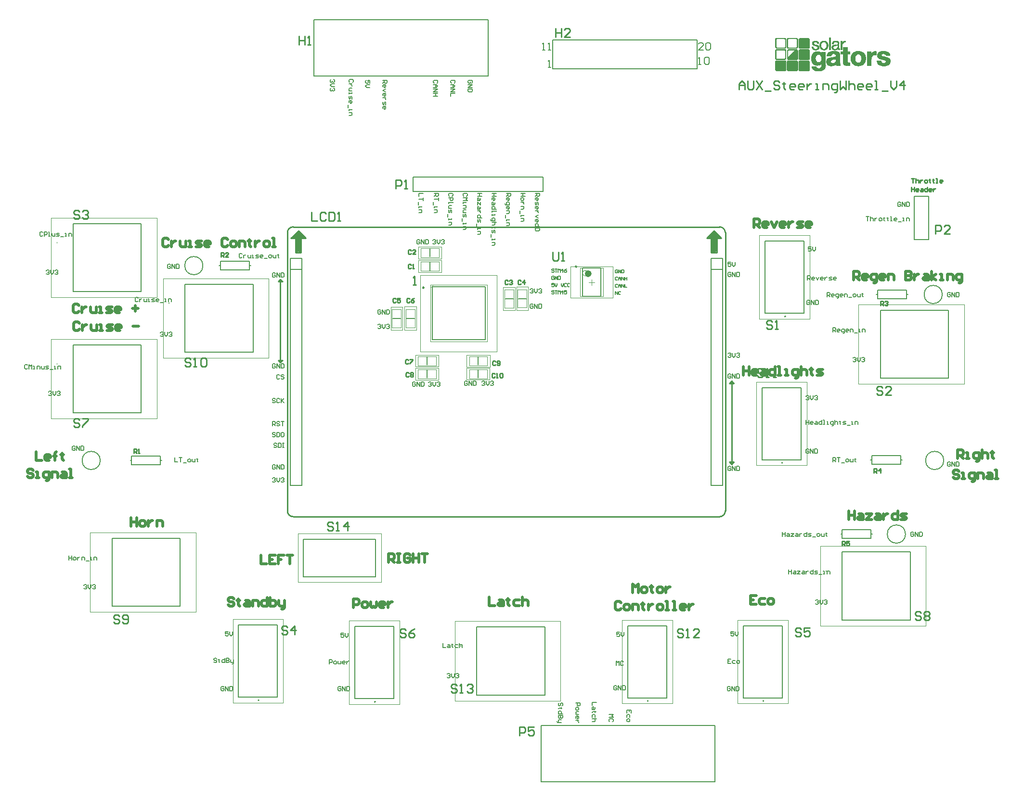
<source format=gto>
G04*
G04 #@! TF.GenerationSoftware,Altium Limited,Altium Designer,19.1.5 (86)*
G04*
G04 Layer_Color=65535*
%FSLAX24Y24*%
%MOIN*%
G70*
G01*
G75*
%ADD10C,0.0079*%
%ADD11C,0.0100*%
%ADD12C,0.0050*%
%ADD13C,0.0098*%
%ADD14C,0.0236*%
%ADD15C,0.0039*%
%ADD16C,0.0010*%
%ADD17C,0.0040*%
%ADD18C,0.0200*%
%ADD19C,0.0080*%
%ADD20C,0.0061*%
%ADD21C,0.0020*%
D10*
X45000Y32333D02*
G03*
X45079Y32333I39J0D01*
G01*
D02*
G03*
X45000Y32333I-39J0D01*
G01*
X35500Y5684D02*
G03*
X35579Y5684I39J0D01*
G01*
D02*
G03*
X35500Y5684I-39J0D01*
G01*
X43500Y5683D02*
G03*
X43579Y5683I39J0D01*
G01*
D02*
G03*
X43500Y5683I-39J0D01*
G01*
X16679Y5633D02*
G03*
X16600Y5633I-39J0D01*
G01*
D02*
G03*
X16679Y5633I39J0D01*
G01*
X8629Y5734D02*
G03*
X8550Y5734I-39J0D01*
G01*
D02*
G03*
X8629Y5734I39J0D01*
G01*
X44879Y22183D02*
G03*
X44800Y22183I-39J0D01*
G01*
D02*
G03*
X44879Y22183I39J0D01*
G01*
X22585Y9513D02*
G03*
X22585Y9474I0J-20D01*
G01*
D02*
G03*
X22585Y9513I0J20D01*
G01*
D02*
G03*
X22585Y9474I0J-20D01*
G01*
X2385Y33263D02*
G03*
X2385Y33224I0J-20D01*
G01*
D02*
G03*
X2385Y33263I0J20D01*
G01*
D02*
G03*
X2385Y33224I0J-20D01*
G01*
X-2665Y15663D02*
G03*
X-2665Y15624I0J-20D01*
G01*
D02*
G03*
X-2665Y15663I0J20D01*
G01*
D02*
G03*
X-2665Y15624I0J-20D01*
G01*
X50535Y31463D02*
G03*
X50535Y31424I0J-20D01*
G01*
D02*
G03*
X50535Y31463I0J20D01*
G01*
D02*
G03*
X50535Y31424I0J-20D01*
G01*
X47885Y14713D02*
G03*
X47885Y14674I0J-20D01*
G01*
D02*
G03*
X47885Y14713I0J20D01*
G01*
D02*
G03*
X47885Y14674I0J-20D01*
G01*
X-5365Y29063D02*
G03*
X-5365Y29024I0J-20D01*
G01*
D02*
G03*
X-5365Y29063I0J20D01*
G01*
D02*
G03*
X-5365Y29024I0J-20D01*
G01*
Y37463D02*
G03*
X-5365Y37424I0J-20D01*
G01*
D02*
G03*
X-5365Y37463I0J20D01*
G01*
D02*
G03*
X-5365Y37424I0J-20D01*
G01*
X54000Y37650D02*
Y40650D01*
Y37650D02*
X55000D01*
Y40650D01*
X54000D02*
X55000D01*
X23800Y28074D02*
Y28626D01*
X20250Y28974D02*
Y29526D01*
X17874Y32200D02*
X18426D01*
X26574Y33568D02*
X27126D01*
X20450Y35524D02*
Y36076D01*
X23800Y28974D02*
Y29526D01*
X20250Y28074D02*
Y28626D01*
X18824Y32200D02*
X19376D01*
X25674Y33550D02*
X26226D01*
X20450Y36474D02*
Y37026D01*
X10786Y36367D02*
X11574D01*
X10786Y35580D02*
X11574D01*
X10786Y20619D02*
X11574D01*
Y36367D01*
X10786Y20619D02*
Y36367D01*
X39920D02*
X40708D01*
X39920Y35580D02*
X40708D01*
X39920Y20619D02*
X40708D01*
Y36367D01*
X39920Y20619D02*
Y36367D01*
X28300Y41000D02*
Y42000D01*
X19300Y41000D02*
X28300D01*
X19300D02*
Y42000D01*
X28300D01*
X5860Y35850D02*
X5950D01*
X7950D02*
X8040D01*
X5950D02*
Y36150D01*
X7950D01*
Y35550D02*
Y36150D01*
X5950Y35550D02*
X7950D01*
X5950D02*
Y35850D01*
X51000Y17250D02*
X51090D01*
X48910D02*
X49000D01*
X51000Y16950D02*
Y17250D01*
X49000Y16950D02*
X51000D01*
X49000D02*
Y17550D01*
X51000D01*
Y17250D02*
Y17550D01*
X53050Y22400D02*
Y22700D01*
X51050D02*
X53050D01*
X51050Y22100D02*
Y22700D01*
Y22100D02*
X53050D01*
Y22400D01*
X50960D02*
X51050D01*
X53050D02*
X53140D01*
X-200Y22050D02*
Y22350D01*
Y22050D02*
X1800D01*
Y22650D01*
X-200D02*
X1800D01*
X-200Y22350D02*
Y22650D01*
X1800Y22350D02*
X1890D01*
X-290D02*
X-200D01*
X53450Y33850D02*
X53540D01*
X51360D02*
X51450D01*
X53450Y33550D02*
Y33850D01*
X51450Y33550D02*
X53450D01*
X51450D02*
Y34150D01*
X53450D01*
Y33850D02*
Y34150D01*
X20609Y30709D02*
Y34391D01*
Y30709D02*
X24291D01*
Y34391D01*
X20609D02*
X24291D01*
X28950Y51500D02*
X38950D01*
X28950Y49500D02*
Y51500D01*
Y49500D02*
X38950D01*
Y51500D01*
X31020Y33716D02*
X32280D01*
X31020Y35684D02*
X32280D01*
Y33716D02*
Y35684D01*
X31020Y33716D02*
Y35684D01*
X43650Y32550D02*
X46350D01*
Y37550D01*
X43650D02*
X46350D01*
X43650Y32550D02*
Y37550D01*
X11700Y14301D02*
Y16899D01*
Y14301D02*
X16700D01*
Y16899D01*
X11700D02*
X16700D01*
X34150Y5900D02*
X36850D01*
Y10900D01*
X34150D02*
X36850D01*
X34150Y5900D02*
Y10900D01*
X42150Y5900D02*
X44850D01*
Y10900D01*
X42150D02*
X44850D01*
X42150Y5900D02*
Y10900D01*
X15250Y5850D02*
Y10850D01*
X17950D01*
Y5850D02*
Y10850D01*
X15250Y5850D02*
X17950D01*
X7200Y5950D02*
Y10950D01*
X9900D01*
Y5950D02*
Y10950D01*
X7200Y5950D02*
X9900D01*
X43450Y22400D02*
Y27400D01*
X46150D01*
Y22400D02*
Y27400D01*
X43450Y22400D02*
X46150D01*
X23688Y6088D02*
X28412D01*
Y10812D01*
X23688D02*
X28412D01*
X23688Y6088D02*
Y10812D01*
X3488Y29838D02*
X8212D01*
Y34562D01*
X3488D02*
X8212D01*
X3488Y29838D02*
Y34562D01*
X-1562Y12238D02*
Y16962D01*
X3162D01*
Y12238D02*
Y16962D01*
X-1562Y12238D02*
X3162D01*
X51638Y28038D02*
Y32762D01*
X56362D01*
Y28038D02*
Y32762D01*
X51638Y28038D02*
X56362D01*
X48988Y11288D02*
Y16012D01*
X53712D01*
Y11288D02*
Y16012D01*
X48988Y11288D02*
X53712D01*
X-4262Y25638D02*
X462D01*
Y30362D01*
X-4262D02*
X462D01*
X-4262Y25638D02*
Y30362D01*
Y34038D02*
X462D01*
Y38762D01*
X-4262D02*
X462D01*
X-4262Y34038D02*
Y38762D01*
D11*
X40904Y38139D02*
G03*
X40511Y38533I-394J0D01*
G01*
Y18454D02*
G03*
X40904Y18848I0J394D01*
G01*
X10589D02*
G03*
X10983Y18454I394J0D01*
G01*
Y38533D02*
G03*
X10589Y38139I0J-394D01*
G01*
X9950Y29300D02*
X10100Y29150D01*
X9950Y29300D02*
X10250D01*
X10100Y29150D02*
X10250Y29300D01*
X10100Y34900D02*
X10250Y34750D01*
X9950D02*
X10250D01*
X9950D02*
X10100Y34900D01*
X41200Y22250D02*
X41350Y22100D01*
X41200Y22250D02*
X41500D01*
X41350Y22100D02*
X41500Y22250D01*
X41200Y27700D02*
X41350Y27850D01*
X41200Y27700D02*
X41500D01*
X41350Y27850D02*
X41500Y27700D01*
X10100Y29150D02*
Y34900D01*
X41350Y22100D02*
Y27850D01*
X40904Y18848D02*
Y38139D01*
X10983Y18454D02*
X40511D01*
X10589Y18848D02*
Y38139D01*
X10983Y38533D02*
X40511D01*
X40235Y36840D02*
Y37814D01*
X40156Y36761D02*
Y37814D01*
X40078Y36800D02*
Y37814D01*
X39999Y36761D02*
Y37814D01*
X40069Y38193D02*
X40156Y38105D01*
X40053Y38193D02*
X40069D01*
X39965Y38105D02*
X40269D01*
X39864Y38004D02*
X40349D01*
X39764Y37904D02*
X40439D01*
X39674Y37814D02*
X40546D01*
X11456Y36761D02*
Y37821D01*
X11377Y36761D02*
Y37745D01*
X11298Y36840D02*
Y37821D01*
X11219Y36800D02*
Y37745D01*
X11141D02*
X11534D01*
X11075Y37995D02*
X11562D01*
X11294Y38213D02*
X11381D01*
X11198Y38118D02*
X11451D01*
X11108Y38028D02*
X11567D01*
X11000Y37920D02*
X11664D01*
X11065Y37821D02*
X11738D01*
X11065D02*
X11141Y37745D01*
X10901Y37821D02*
X11065D01*
X40314Y36761D02*
Y37745D01*
X39920Y36761D02*
Y37745D01*
Y36761D02*
X40314D01*
X39605Y37745D02*
X39920D01*
X40314D02*
X40629D01*
X40117Y38257D02*
X40629Y37745D01*
X39605D02*
X40117Y38257D01*
X11534Y36761D02*
Y37745D01*
X11141Y36761D02*
Y37745D01*
Y36761D02*
X11534D01*
X10826Y37745D02*
X11141D01*
X11534D02*
X11849D01*
X11337Y38257D02*
X11849Y37745D01*
X10826D02*
X11337Y38257D01*
X53800Y41900D02*
X54000D01*
X53900D01*
Y41600D01*
X54100Y41900D02*
Y41600D01*
Y41750D01*
X54150Y41800D01*
X54250D01*
X54300Y41750D01*
Y41600D01*
X54400Y41800D02*
Y41600D01*
Y41700D01*
X54450Y41750D01*
X54500Y41800D01*
X54550D01*
X54750Y41600D02*
X54850D01*
X54900Y41650D01*
Y41750D01*
X54850Y41800D01*
X54750D01*
X54700Y41750D01*
Y41650D01*
X54750Y41600D01*
X55050Y41850D02*
Y41800D01*
X55000D01*
X55100D01*
X55050D01*
Y41650D01*
X55100Y41600D01*
X55300Y41850D02*
Y41800D01*
X55250D01*
X55349D01*
X55300D01*
Y41650D01*
X55349Y41600D01*
X55499D02*
X55599D01*
X55549D01*
Y41900D01*
X55499D01*
X55899Y41600D02*
X55799D01*
X55749Y41650D01*
Y41750D01*
X55799Y41800D01*
X55899D01*
X55949Y41750D01*
Y41700D01*
X55749D01*
X53800Y41300D02*
Y41000D01*
Y41150D01*
X54000D01*
Y41300D01*
Y41000D01*
X54250D02*
X54150D01*
X54100Y41050D01*
Y41150D01*
X54150Y41200D01*
X54250D01*
X54300Y41150D01*
Y41100D01*
X54100D01*
X54450Y41200D02*
X54550D01*
X54600Y41150D01*
Y41000D01*
X54450D01*
X54400Y41050D01*
X54450Y41100D01*
X54600D01*
X54900Y41300D02*
Y41000D01*
X54750D01*
X54700Y41050D01*
Y41150D01*
X54750Y41200D01*
X54900D01*
X55150Y41000D02*
X55050D01*
X55000Y41050D01*
Y41150D01*
X55050Y41200D01*
X55150D01*
X55200Y41150D01*
Y41100D01*
X55000D01*
X55300Y41200D02*
Y41000D01*
Y41100D01*
X55349Y41150D01*
X55399Y41200D01*
X55449D01*
X51650Y33100D02*
Y33400D01*
X51800D01*
X51850Y33350D01*
Y33250D01*
X51800Y33200D01*
X51650D01*
X51750D02*
X51850Y33100D01*
X51950Y33350D02*
X52000Y33400D01*
X52100D01*
X52150Y33350D01*
Y33300D01*
X52100Y33250D01*
X52050D01*
X52100D01*
X52150Y33200D01*
Y33150D01*
X52100Y33100D01*
X52000D01*
X51950Y33150D01*
X41850Y48050D02*
Y48450D01*
X42050Y48650D01*
X42250Y48450D01*
Y48050D01*
Y48350D01*
X41850D01*
X42450Y48650D02*
Y48150D01*
X42550Y48050D01*
X42750D01*
X42850Y48150D01*
Y48650D01*
X43050D02*
X43449Y48050D01*
Y48650D02*
X43050Y48050D01*
X43649Y47950D02*
X44049D01*
X44649Y48550D02*
X44549Y48650D01*
X44349D01*
X44249Y48550D01*
Y48450D01*
X44349Y48350D01*
X44549D01*
X44649Y48250D01*
Y48150D01*
X44549Y48050D01*
X44349D01*
X44249Y48150D01*
X44949Y48550D02*
Y48450D01*
X44849D01*
X45049D01*
X44949D01*
Y48150D01*
X45049Y48050D01*
X45649D02*
X45449D01*
X45349Y48150D01*
Y48350D01*
X45449Y48450D01*
X45649D01*
X45749Y48350D01*
Y48250D01*
X45349D01*
X46249Y48050D02*
X46049D01*
X45949Y48150D01*
Y48350D01*
X46049Y48450D01*
X46249D01*
X46349Y48350D01*
Y48250D01*
X45949D01*
X46548Y48450D02*
Y48050D01*
Y48250D01*
X46648Y48350D01*
X46748Y48450D01*
X46848D01*
X47148Y48050D02*
X47348D01*
X47248D01*
Y48450D01*
X47148D01*
X47648Y48050D02*
Y48450D01*
X47948D01*
X48048Y48350D01*
Y48050D01*
X48448Y47850D02*
X48548D01*
X48648Y47950D01*
Y48450D01*
X48348D01*
X48248Y48350D01*
Y48150D01*
X48348Y48050D01*
X48648D01*
X48848Y48650D02*
Y48050D01*
X49048Y48250D01*
X49248Y48050D01*
Y48650D01*
X49448D02*
Y48050D01*
Y48350D01*
X49548Y48450D01*
X49747D01*
X49847Y48350D01*
Y48050D01*
X50347D02*
X50147D01*
X50047Y48150D01*
Y48350D01*
X50147Y48450D01*
X50347D01*
X50447Y48350D01*
Y48250D01*
X50047D01*
X50947Y48050D02*
X50747D01*
X50647Y48150D01*
Y48350D01*
X50747Y48450D01*
X50947D01*
X51047Y48350D01*
Y48250D01*
X50647D01*
X51247Y48050D02*
X51447D01*
X51347D01*
Y48650D01*
X51247D01*
X51747Y47950D02*
X52147D01*
X52347Y48650D02*
Y48250D01*
X52547Y48050D01*
X52746Y48250D01*
Y48650D01*
X53246Y48050D02*
Y48650D01*
X52946Y48350D01*
X53346D01*
X55450Y38050D02*
Y38650D01*
X55750D01*
X55850Y38550D01*
Y38350D01*
X55750Y38250D01*
X55450D01*
X56450Y38050D02*
X56050D01*
X56450Y38450D01*
Y38550D01*
X56350Y38650D01*
X56150D01*
X56050Y38550D01*
X38000Y10600D02*
X37900Y10700D01*
X37700D01*
X37600Y10600D01*
Y10500D01*
X37700Y10400D01*
X37900D01*
X38000Y10300D01*
Y10200D01*
X37900Y10100D01*
X37700D01*
X37600Y10200D01*
X38200Y10100D02*
X38400D01*
X38300D01*
Y10700D01*
X38200Y10600D01*
X39100Y10100D02*
X38700D01*
X39100Y10500D01*
Y10600D01*
X39000Y10700D01*
X38800D01*
X38700Y10600D01*
X43535Y28615D02*
X43435Y28715D01*
X43235D01*
X43135Y28615D01*
Y28515D01*
X43235Y28415D01*
X43435D01*
X43535Y28315D01*
Y28215D01*
X43435Y28115D01*
X43235D01*
X43135Y28215D01*
X43735Y28115D02*
X43935D01*
X43835D01*
Y28715D01*
X43735Y28615D01*
X44235Y28115D02*
X44435D01*
X44335D01*
Y28715D01*
X44235Y28615D01*
X18800Y10600D02*
X18700Y10700D01*
X18500D01*
X18400Y10600D01*
Y10500D01*
X18500Y10400D01*
X18700D01*
X18800Y10300D01*
Y10200D01*
X18700Y10100D01*
X18500D01*
X18400Y10200D01*
X19400Y10700D02*
X19200Y10600D01*
X19000Y10400D01*
Y10200D01*
X19100Y10100D01*
X19300D01*
X19400Y10200D01*
Y10300D01*
X19300Y10400D01*
X19000D01*
X46150Y10650D02*
X46050Y10750D01*
X45850D01*
X45750Y10650D01*
Y10550D01*
X45850Y10450D01*
X46050D01*
X46150Y10350D01*
Y10250D01*
X46050Y10150D01*
X45850D01*
X45750Y10250D01*
X46750Y10750D02*
X46350D01*
Y10450D01*
X46550Y10550D01*
X46650D01*
X46750Y10450D01*
Y10250D01*
X46650Y10150D01*
X46450D01*
X46350Y10250D01*
X10600Y10800D02*
X10500Y10900D01*
X10300D01*
X10200Y10800D01*
Y10700D01*
X10300Y10600D01*
X10500D01*
X10600Y10500D01*
Y10400D01*
X10500Y10300D01*
X10300D01*
X10200Y10400D01*
X11100Y10300D02*
Y10900D01*
X10800Y10600D01*
X11200D01*
X44150Y31950D02*
X44050Y32050D01*
X43850D01*
X43750Y31950D01*
Y31850D01*
X43850Y31750D01*
X44050D01*
X44150Y31650D01*
Y31550D01*
X44050Y31450D01*
X43850D01*
X43750Y31550D01*
X44350Y31450D02*
X44550D01*
X44450D01*
Y32050D01*
X44350Y31950D01*
X13750Y18000D02*
X13650Y18100D01*
X13450D01*
X13350Y18000D01*
Y17900D01*
X13450Y17800D01*
X13650D01*
X13750Y17700D01*
Y17600D01*
X13650Y17500D01*
X13450D01*
X13350Y17600D01*
X13950Y17500D02*
X14150D01*
X14050D01*
Y18100D01*
X13950Y18000D01*
X14750Y17500D02*
Y18100D01*
X14450Y17800D01*
X14850D01*
X19150Y35900D02*
X19100Y35950D01*
X19000D01*
X18950Y35900D01*
Y35700D01*
X19000Y35650D01*
X19100D01*
X19150Y35700D01*
X19250Y35650D02*
X19350D01*
X19300D01*
Y35950D01*
X19250Y35900D01*
X26650Y3300D02*
Y3900D01*
X26950D01*
X27050Y3800D01*
Y3600D01*
X26950Y3500D01*
X26650D01*
X27650Y3900D02*
X27250D01*
Y3600D01*
X27450Y3700D01*
X27550D01*
X27650Y3600D01*
Y3400D01*
X27550Y3300D01*
X27350D01*
X27250Y3400D01*
X18100Y41200D02*
Y41800D01*
X18400D01*
X18500Y41700D01*
Y41500D01*
X18400Y41400D01*
X18100D01*
X18700Y41200D02*
X18900D01*
X18800D01*
Y41800D01*
X18700Y41700D01*
X11400Y51750D02*
Y51150D01*
Y51450D01*
X11800D01*
Y51750D01*
Y51150D01*
X12000D02*
X12200D01*
X12100D01*
Y51750D01*
X12000Y51650D01*
X51200Y21500D02*
Y21800D01*
X51350D01*
X51400Y21750D01*
Y21650D01*
X51350Y21600D01*
X51200D01*
X51300D02*
X51400Y21500D01*
X51650D02*
Y21800D01*
X51500Y21650D01*
X51700D01*
X-50Y22850D02*
Y23150D01*
X100D01*
X150Y23100D01*
Y23000D01*
X100Y22950D01*
X-50D01*
X50D02*
X150Y22850D01*
X250D02*
X350D01*
X300D01*
Y23150D01*
X250Y23100D01*
X22325Y6750D02*
X22225Y6850D01*
X22025D01*
X21925Y6750D01*
Y6650D01*
X22025Y6550D01*
X22225D01*
X22325Y6450D01*
Y6350D01*
X22225Y6250D01*
X22025D01*
X21925Y6350D01*
X22525Y6250D02*
X22725D01*
X22625D01*
Y6850D01*
X22525Y6750D01*
X23025D02*
X23125Y6850D01*
X23325D01*
X23425Y6750D01*
Y6650D01*
X23325Y6550D01*
X23225D01*
X23325D01*
X23425Y6450D01*
Y6350D01*
X23325Y6250D01*
X23125D01*
X23025Y6350D01*
X24950Y28350D02*
X24900Y28400D01*
X24800D01*
X24750Y28350D01*
Y28150D01*
X24800Y28100D01*
X24900D01*
X24950Y28150D01*
X25050Y28100D02*
X25150D01*
X25100D01*
Y28400D01*
X25050Y28350D01*
X25300D02*
X25350Y28400D01*
X25450D01*
X25500Y28350D01*
Y28150D01*
X25450Y28100D01*
X25350D01*
X25300Y28150D01*
Y28350D01*
X25000Y29200D02*
X24950Y29250D01*
X24850D01*
X24800Y29200D01*
Y29000D01*
X24850Y28950D01*
X24950D01*
X25000Y29000D01*
X25100D02*
X25150Y28950D01*
X25250D01*
X25300Y29000D01*
Y29200D01*
X25250Y29250D01*
X25150D01*
X25100Y29200D01*
Y29150D01*
X25150Y29100D01*
X25300D01*
X19000Y28400D02*
X18950Y28450D01*
X18850D01*
X18800Y28400D01*
Y28200D01*
X18850Y28150D01*
X18950D01*
X19000Y28200D01*
X19100Y28400D02*
X19150Y28450D01*
X19250D01*
X19300Y28400D01*
Y28350D01*
X19250Y28300D01*
X19300Y28250D01*
Y28200D01*
X19250Y28150D01*
X19150D01*
X19100Y28200D01*
Y28250D01*
X19150Y28300D01*
X19100Y28350D01*
Y28400D01*
X19150Y28300D02*
X19250D01*
X18968Y29300D02*
X18918Y29350D01*
X18818D01*
X18769Y29300D01*
Y29100D01*
X18818Y29050D01*
X18918D01*
X18968Y29100D01*
X19068Y29350D02*
X19268D01*
Y29300D01*
X19068Y29100D01*
Y29050D01*
X19050Y33550D02*
X19000Y33600D01*
X18900D01*
X18850Y33550D01*
Y33350D01*
X18900Y33300D01*
X19000D01*
X19050Y33350D01*
X19350Y33600D02*
X19250Y33550D01*
X19150Y33450D01*
Y33350D01*
X19200Y33300D01*
X19300D01*
X19350Y33350D01*
Y33400D01*
X19300Y33450D01*
X19150D01*
X18100Y33550D02*
X18050Y33600D01*
X17950D01*
X17900Y33550D01*
Y33350D01*
X17950Y33300D01*
X18050D01*
X18100Y33350D01*
X18400Y33600D02*
X18200D01*
Y33450D01*
X18300Y33500D01*
X18350D01*
X18400Y33450D01*
Y33350D01*
X18350Y33300D01*
X18250D01*
X18200Y33350D01*
X26750Y34800D02*
X26700Y34850D01*
X26600D01*
X26550Y34800D01*
Y34600D01*
X26600Y34550D01*
X26700D01*
X26750Y34600D01*
X27000Y34550D02*
Y34850D01*
X26850Y34700D01*
X27050D01*
X25850Y34800D02*
X25800Y34850D01*
X25700D01*
X25650Y34800D01*
Y34600D01*
X25700Y34550D01*
X25800D01*
X25850Y34600D01*
X25950Y34800D02*
X26000Y34850D01*
X26100D01*
X26150Y34800D01*
Y34750D01*
X26100Y34700D01*
X26050D01*
X26100D01*
X26150Y34650D01*
Y34600D01*
X26100Y34550D01*
X26000D01*
X25950Y34600D01*
X19150Y36900D02*
X19100Y36950D01*
X19000D01*
X18950Y36900D01*
Y36700D01*
X19000Y36650D01*
X19100D01*
X19150Y36700D01*
X19450Y36650D02*
X19250D01*
X19450Y36850D01*
Y36900D01*
X19400Y36950D01*
X19300D01*
X19250Y36900D01*
X12250Y39550D02*
Y38950D01*
X12650D01*
X13250Y39450D02*
X13150Y39550D01*
X12950D01*
X12850Y39450D01*
Y39050D01*
X12950Y38950D01*
X13150D01*
X13250Y39050D01*
X13450Y39550D02*
Y38950D01*
X13750D01*
X13849Y39050D01*
Y39450D01*
X13750Y39550D01*
X13450D01*
X14049Y38950D02*
X14249D01*
X14149D01*
Y39550D01*
X14049Y39450D01*
X51800Y27400D02*
X51700Y27500D01*
X51500D01*
X51400Y27400D01*
Y27300D01*
X51500Y27200D01*
X51700D01*
X51800Y27100D01*
Y27000D01*
X51700Y26900D01*
X51500D01*
X51400Y27000D01*
X52400Y26900D02*
X52000D01*
X52400Y27300D01*
Y27400D01*
X52300Y27500D01*
X52100D01*
X52000Y27400D01*
X19290Y34510D02*
X19490D01*
X19390D01*
Y35110D01*
X19290Y35010D01*
X49000Y16450D02*
Y16750D01*
X49150D01*
X49200Y16700D01*
Y16600D01*
X49150Y16550D01*
X49000D01*
X49100D02*
X49200Y16450D01*
X49500Y16750D02*
X49300D01*
Y16600D01*
X49400Y16650D01*
X49450D01*
X49500Y16600D01*
Y16500D01*
X49450Y16450D01*
X49350D01*
X49300Y16500D01*
X6000Y36450D02*
Y36750D01*
X6150D01*
X6200Y36700D01*
Y36600D01*
X6150Y36550D01*
X6000D01*
X6100D02*
X6200Y36450D01*
X6500D02*
X6300D01*
X6500Y36650D01*
Y36700D01*
X6450Y36750D01*
X6350D01*
X6300Y36700D01*
X3900Y29350D02*
X3800Y29450D01*
X3600D01*
X3500Y29350D01*
Y29250D01*
X3600Y29150D01*
X3800D01*
X3900Y29050D01*
Y28950D01*
X3800Y28850D01*
X3600D01*
X3500Y28950D01*
X4100Y28850D02*
X4300D01*
X4200D01*
Y29450D01*
X4100Y29350D01*
X4600D02*
X4700Y29450D01*
X4900D01*
X5000Y29350D01*
Y28950D01*
X4900Y28850D01*
X4700D01*
X4600Y28950D01*
Y29350D01*
X-1050Y11550D02*
X-1150Y11650D01*
X-1350D01*
X-1450Y11550D01*
Y11450D01*
X-1350Y11350D01*
X-1150D01*
X-1050Y11250D01*
Y11150D01*
X-1150Y11050D01*
X-1350D01*
X-1450Y11150D01*
X-850D02*
X-750Y11050D01*
X-550D01*
X-450Y11150D01*
Y11550D01*
X-550Y11650D01*
X-750D01*
X-850Y11550D01*
Y11450D01*
X-750Y11350D01*
X-450D01*
X54450Y11800D02*
X54350Y11900D01*
X54150D01*
X54050Y11800D01*
Y11700D01*
X54150Y11600D01*
X54350D01*
X54450Y11500D01*
Y11400D01*
X54350Y11300D01*
X54150D01*
X54050Y11400D01*
X54650Y11800D02*
X54750Y11900D01*
X54950D01*
X55050Y11800D01*
Y11700D01*
X54950Y11600D01*
X55050Y11500D01*
Y11400D01*
X54950Y11300D01*
X54750D01*
X54650Y11400D01*
Y11500D01*
X54750Y11600D01*
X54650Y11700D01*
Y11800D01*
X54750Y11600D02*
X54950D01*
X28940Y36780D02*
Y36280D01*
X29040Y36180D01*
X29240D01*
X29340Y36280D01*
Y36780D01*
X29540Y36180D02*
X29740D01*
X29640D01*
Y36780D01*
X29540Y36680D01*
X-3800Y25150D02*
X-3900Y25250D01*
X-4100D01*
X-4200Y25150D01*
Y25050D01*
X-4100Y24950D01*
X-3900D01*
X-3800Y24850D01*
Y24750D01*
X-3900Y24650D01*
X-4100D01*
X-4200Y24750D01*
X-3600Y25250D02*
X-3200D01*
Y25150D01*
X-3600Y24750D01*
Y24650D01*
X-3800Y39600D02*
X-3900Y39700D01*
X-4100D01*
X-4200Y39600D01*
Y39500D01*
X-4100Y39400D01*
X-3900D01*
X-3800Y39300D01*
Y39200D01*
X-3900Y39100D01*
X-4100D01*
X-4200Y39200D01*
X-3600Y39600D02*
X-3500Y39700D01*
X-3300D01*
X-3200Y39600D01*
Y39500D01*
X-3300Y39400D01*
X-3400D01*
X-3300D01*
X-3200Y39300D01*
Y39200D01*
X-3300Y39100D01*
X-3500D01*
X-3600Y39200D01*
X29150Y52300D02*
Y51700D01*
Y52000D01*
X29550D01*
Y52300D01*
Y51700D01*
X30150D02*
X29750D01*
X30150Y52100D01*
Y52200D01*
X30050Y52300D01*
X29850D01*
X29750Y52200D01*
D12*
X53380Y17250D02*
G03*
X53380Y17250I-630J0D01*
G01*
X56030Y22350D02*
G03*
X56030Y22350I-630J0D01*
G01*
X55930Y33850D02*
G03*
X55930Y33850I-630J0D01*
G01*
X-2370Y22350D02*
G03*
X-2370Y22350I-630J0D01*
G01*
X4736Y35850D02*
G03*
X4736Y35850I-630J0D01*
G01*
X28140Y4000D02*
X40200D01*
Y100D02*
Y4000D01*
X28140Y100D02*
X40200D01*
X28140D02*
Y4000D01*
X12425Y49000D02*
X24485D01*
X12425D02*
Y52900D01*
X24485D01*
Y49000D02*
Y52900D01*
X23000Y40662D02*
X23050Y40712D01*
Y40812D01*
X23000Y40862D01*
X22800D01*
X22750Y40812D01*
Y40712D01*
X22800Y40662D01*
X22750Y40562D02*
X23050D01*
X22950Y40462D01*
X23050Y40362D01*
X22750D01*
Y40262D02*
Y40162D01*
Y40212D01*
X22950D01*
Y40262D01*
X22750Y40012D02*
X22950D01*
Y39862D01*
X22900Y39812D01*
X22750D01*
X22950Y39712D02*
X22800D01*
X22750Y39662D01*
Y39512D01*
X22950D01*
X22750Y39412D02*
Y39262D01*
X22800Y39212D01*
X22850Y39262D01*
Y39362D01*
X22900Y39412D01*
X22950Y39362D01*
Y39212D01*
X22700Y39112D02*
Y38912D01*
X22750Y38812D02*
Y38712D01*
Y38762D01*
X22950D01*
Y38812D01*
X22750Y38562D02*
X22950D01*
Y38412D01*
X22900Y38363D01*
X22750D01*
X6500Y10500D02*
X6300D01*
Y10350D01*
X6400Y10400D01*
X6450D01*
X6500Y10350D01*
Y10250D01*
X6450Y10200D01*
X6350D01*
X6300Y10250D01*
X6600Y10500D02*
Y10300D01*
X6700Y10200D01*
X6800Y10300D01*
Y10500D01*
X27400Y34200D02*
X27450Y34250D01*
X27550D01*
X27600Y34200D01*
Y34150D01*
X27550Y34100D01*
X27500D01*
X27550D01*
X27600Y34050D01*
Y34000D01*
X27550Y33950D01*
X27450D01*
X27400Y34000D01*
X27700Y34250D02*
Y34050D01*
X27800Y33950D01*
X27900Y34050D01*
Y34250D01*
X28000Y34200D02*
X28050Y34250D01*
X28150D01*
X28200Y34200D01*
Y34150D01*
X28150Y34100D01*
X28100D01*
X28150D01*
X28200Y34050D01*
Y34000D01*
X28150Y33950D01*
X28050D01*
X28000Y34000D01*
X20350Y27750D02*
X20400Y27800D01*
X20500D01*
X20550Y27750D01*
Y27700D01*
X20500Y27650D01*
X20450D01*
X20500D01*
X20550Y27600D01*
Y27550D01*
X20500Y27500D01*
X20400D01*
X20350Y27550D01*
X20650Y27800D02*
Y27600D01*
X20750Y27500D01*
X20850Y27600D01*
Y27800D01*
X20950Y27750D02*
X21000Y27800D01*
X21100D01*
X21150Y27750D01*
Y27700D01*
X21100Y27650D01*
X21050D01*
X21100D01*
X21150Y27600D01*
Y27550D01*
X21100Y27500D01*
X21000D01*
X20950Y27550D01*
X14500Y10400D02*
X14300D01*
Y10250D01*
X14400Y10300D01*
X14450D01*
X14500Y10250D01*
Y10150D01*
X14450Y10100D01*
X14350D01*
X14300Y10150D01*
X14600Y10400D02*
Y10200D01*
X14700Y10100D01*
X14800Y10200D01*
Y10400D01*
X46500Y25150D02*
Y24850D01*
Y25000D01*
X46700D01*
Y25150D01*
Y24850D01*
X46950D02*
X46850D01*
X46800Y24900D01*
Y25000D01*
X46850Y25050D01*
X46950D01*
X47000Y25000D01*
Y24950D01*
X46800D01*
X47150Y25050D02*
X47250D01*
X47300Y25000D01*
Y24850D01*
X47150D01*
X47100Y24900D01*
X47150Y24950D01*
X47300D01*
X47600Y25150D02*
Y24850D01*
X47450D01*
X47400Y24900D01*
Y25000D01*
X47450Y25050D01*
X47600D01*
X47700Y24850D02*
X47800D01*
X47750D01*
Y25150D01*
X47700D01*
X47950Y24850D02*
X48050D01*
X48000D01*
Y25050D01*
X47950D01*
X48299Y24750D02*
X48349D01*
X48399Y24800D01*
Y25050D01*
X48249D01*
X48199Y25000D01*
Y24900D01*
X48249Y24850D01*
X48399D01*
X48499Y25150D02*
Y24850D01*
Y25000D01*
X48549Y25050D01*
X48649D01*
X48699Y25000D01*
Y24850D01*
X48849Y25100D02*
Y25050D01*
X48799D01*
X48899D01*
X48849D01*
Y24900D01*
X48899Y24850D01*
X49049D02*
X49199D01*
X49249Y24900D01*
X49199Y24950D01*
X49099D01*
X49049Y25000D01*
X49099Y25050D01*
X49249D01*
X49349Y24800D02*
X49549D01*
X49649Y24850D02*
X49749D01*
X49699D01*
Y25050D01*
X49649D01*
X49899Y24850D02*
Y25050D01*
X50049D01*
X50099Y25000D01*
Y24850D01*
X46700Y23100D02*
X46650Y23150D01*
X46550D01*
X46500Y23100D01*
Y22900D01*
X46550Y22850D01*
X46650D01*
X46700Y22900D01*
Y23000D01*
X46600D01*
X46800Y22850D02*
Y23150D01*
X47000Y22850D01*
Y23150D01*
X47100D02*
Y22850D01*
X47250D01*
X47300Y22900D01*
Y23100D01*
X47250Y23150D01*
X47100D01*
X30550Y5550D02*
X30850D01*
Y5400D01*
X30800Y5350D01*
X30700D01*
X30650Y5400D01*
Y5550D01*
X30550Y5200D02*
Y5100D01*
X30600Y5050D01*
X30700D01*
X30750Y5100D01*
Y5200D01*
X30700Y5250D01*
X30600D01*
X30550Y5200D01*
X30750Y4950D02*
X30600D01*
X30550Y4900D01*
X30600Y4850D01*
X30550Y4800D01*
X30600Y4750D01*
X30750D01*
X30550Y4500D02*
Y4600D01*
X30600Y4650D01*
X30700D01*
X30750Y4600D01*
Y4500D01*
X30700Y4450D01*
X30650D01*
Y4650D01*
X30750Y4350D02*
X30550D01*
X30650D01*
X30700Y4300D01*
X30750Y4250D01*
Y4200D01*
X24050Y27800D02*
X24100Y27850D01*
X24200D01*
X24250Y27800D01*
Y27750D01*
X24200Y27700D01*
X24150D01*
X24200D01*
X24250Y27650D01*
Y27600D01*
X24200Y27550D01*
X24100D01*
X24050Y27600D01*
X24350Y27850D02*
Y27650D01*
X24450Y27550D01*
X24550Y27650D01*
Y27850D01*
X24650Y27800D02*
X24700Y27850D01*
X24800D01*
X24850Y27800D01*
Y27750D01*
X24800Y27700D01*
X24750D01*
X24800D01*
X24850Y27650D01*
Y27600D01*
X24800Y27550D01*
X24700D01*
X24650Y27600D01*
X27050Y40862D02*
X26750D01*
X26900D01*
Y40662D01*
X27050D01*
X26750D01*
Y40512D02*
Y40412D01*
X26800Y40362D01*
X26900D01*
X26950Y40412D01*
Y40512D01*
X26900Y40562D01*
X26800D01*
X26750Y40512D01*
X26950Y40262D02*
X26750D01*
X26850D01*
X26900Y40212D01*
X26950Y40162D01*
Y40112D01*
X26750Y39962D02*
X26950D01*
Y39812D01*
X26900Y39762D01*
X26750D01*
X26700Y39662D02*
Y39462D01*
X26750Y39362D02*
Y39262D01*
Y39312D01*
X26950D01*
Y39362D01*
X26750Y39112D02*
X26950D01*
Y38962D01*
X26900Y38912D01*
X26750D01*
X15100Y48550D02*
X15150Y48600D01*
Y48700D01*
X15100Y48750D01*
X14900D01*
X14850Y48700D01*
Y48600D01*
X14900Y48550D01*
X15050Y48450D02*
X14850D01*
X14950D01*
X15000Y48400D01*
X15050Y48350D01*
Y48300D01*
Y48150D02*
X14900D01*
X14850Y48100D01*
Y47950D01*
X15050D01*
X14850Y47850D02*
Y47750D01*
Y47800D01*
X15050D01*
Y47850D01*
X14850Y47600D02*
Y47450D01*
X14900Y47400D01*
X14950Y47450D01*
Y47550D01*
X15000Y47600D01*
X15050Y47550D01*
Y47400D01*
X14850Y47151D02*
Y47250D01*
X14900Y47300D01*
X15000D01*
X15050Y47250D01*
Y47151D01*
X15000Y47101D01*
X14950D01*
Y47300D01*
X14800Y47001D02*
Y46801D01*
X14850Y46701D02*
Y46601D01*
Y46651D01*
X15050D01*
Y46701D01*
X14850Y46451D02*
X15050D01*
Y46301D01*
X15000Y46251D01*
X14850D01*
X16850Y31750D02*
X16900Y31800D01*
X17000D01*
X17050Y31750D01*
Y31700D01*
X17000Y31650D01*
X16950D01*
X17000D01*
X17050Y31600D01*
Y31550D01*
X17000Y31500D01*
X16900D01*
X16850Y31550D01*
X17150Y31800D02*
Y31600D01*
X17250Y31500D01*
X17350Y31600D01*
Y31800D01*
X17450Y31750D02*
X17500Y31800D01*
X17600D01*
X17650Y31750D01*
Y31700D01*
X17600Y31650D01*
X17550D01*
X17600D01*
X17650Y31600D01*
Y31550D01*
X17600Y31500D01*
X17500D01*
X17450Y31550D01*
X24050Y40862D02*
X23750D01*
X23900D01*
Y40662D01*
X24050D01*
X23750D01*
X23950Y40512D02*
Y40412D01*
X23900Y40362D01*
X23750D01*
Y40512D01*
X23800Y40562D01*
X23850Y40512D01*
Y40362D01*
X23950Y40262D02*
Y40062D01*
X23750Y40262D01*
Y40062D01*
X23950Y39912D02*
Y39812D01*
X23900Y39762D01*
X23750D01*
Y39912D01*
X23800Y39962D01*
X23850Y39912D01*
Y39762D01*
X23950Y39662D02*
X23750D01*
X23850D01*
X23900Y39612D01*
X23950Y39562D01*
Y39512D01*
X24050Y39162D02*
X23750D01*
Y39312D01*
X23800Y39362D01*
X23900D01*
X23950Y39312D01*
Y39162D01*
X23750Y39062D02*
Y38912D01*
X23800Y38862D01*
X23850Y38912D01*
Y39012D01*
X23900Y39062D01*
X23950Y39012D01*
Y38862D01*
X23700Y38762D02*
Y38562D01*
X23750Y38462D02*
Y38363D01*
Y38412D01*
X23950D01*
Y38462D01*
X23750Y38213D02*
X23950D01*
Y38063D01*
X23900Y38013D01*
X23750D01*
X20650Y37600D02*
X20700Y37650D01*
X20800D01*
X20850Y37600D01*
Y37550D01*
X20800Y37500D01*
X20750D01*
X20800D01*
X20850Y37450D01*
Y37400D01*
X20800Y37350D01*
X20700D01*
X20650Y37400D01*
X20950Y37650D02*
Y37450D01*
X21050Y37350D01*
X21150Y37450D01*
Y37650D01*
X21250Y37600D02*
X21300Y37650D01*
X21400D01*
X21450Y37600D01*
Y37550D01*
X21400Y37500D01*
X21350D01*
X21400D01*
X21450Y37450D01*
Y37400D01*
X21400Y37350D01*
X21300D01*
X21250Y37400D01*
X22150Y48500D02*
X22200Y48550D01*
Y48650D01*
X22150Y48700D01*
X21950D01*
X21900Y48650D01*
Y48550D01*
X21950Y48500D01*
X21900Y48400D02*
X22100D01*
X22200Y48300D01*
X22100Y48200D01*
X21900D01*
X22050D01*
Y48400D01*
X21900Y48100D02*
X22200D01*
X21900Y47900D01*
X22200D01*
Y47800D02*
X21900D01*
Y47600D01*
X53050Y40200D02*
X53000Y40250D01*
X52900D01*
X52850Y40200D01*
Y40000D01*
X52900Y39950D01*
X53000D01*
X53050Y40000D01*
Y40100D01*
X52950D01*
X53150Y39950D02*
Y40250D01*
X53350Y39950D01*
Y40250D01*
X53450D02*
Y39950D01*
X53600D01*
X53650Y40000D01*
Y40200D01*
X53600Y40250D01*
X53450D01*
X10050Y28250D02*
X10000Y28300D01*
X9900D01*
X9850Y28250D01*
Y28050D01*
X9900Y28000D01*
X10000D01*
X10050Y28050D01*
X10350Y28250D02*
X10300Y28300D01*
X10200D01*
X10150Y28250D01*
Y28200D01*
X10200Y28150D01*
X10300D01*
X10350Y28100D01*
Y28050D01*
X10300Y28000D01*
X10200D01*
X10150Y28050D01*
X17050Y32750D02*
X17000Y32800D01*
X16900D01*
X16850Y32750D01*
Y32550D01*
X16900Y32500D01*
X17000D01*
X17050Y32550D01*
Y32650D01*
X16950D01*
X17150Y32500D02*
Y32800D01*
X17350Y32500D01*
Y32800D01*
X17450D02*
Y32500D01*
X17600D01*
X17650Y32550D01*
Y32750D01*
X17600Y32800D01*
X17450D01*
X-4100Y23300D02*
X-4150Y23350D01*
X-4250D01*
X-4300Y23300D01*
Y23100D01*
X-4250Y23050D01*
X-4150D01*
X-4100Y23100D01*
Y23200D01*
X-4200D01*
X-4000Y23050D02*
Y23350D01*
X-3800Y23050D01*
Y23350D01*
X-3700D02*
Y23050D01*
X-3550D01*
X-3500Y23100D01*
Y23300D01*
X-3550Y23350D01*
X-3700D01*
X9750Y29000D02*
X9700Y29050D01*
X9600D01*
X9550Y29000D01*
Y28800D01*
X9600Y28750D01*
X9700D01*
X9750Y28800D01*
Y28900D01*
X9650D01*
X9850Y28750D02*
Y29050D01*
X10050Y28750D01*
Y29050D01*
X10150D02*
Y28750D01*
X10300D01*
X10350Y28800D01*
Y29000D01*
X10300Y29050D01*
X10150D01*
X14300Y6650D02*
X14250Y6700D01*
X14150D01*
X14100Y6650D01*
Y6450D01*
X14150Y6400D01*
X14250D01*
X14300Y6450D01*
Y6550D01*
X14200D01*
X14400Y6400D02*
Y6700D01*
X14600Y6400D01*
Y6700D01*
X14700D02*
Y6400D01*
X14850D01*
X14900Y6450D01*
Y6650D01*
X14850Y6700D01*
X14700D01*
X23350Y48500D02*
X23400Y48550D01*
Y48650D01*
X23350Y48700D01*
X23150D01*
X23100Y48650D01*
Y48550D01*
X23150Y48500D01*
X23250D01*
Y48600D01*
X23100Y48400D02*
X23400D01*
X23100Y48200D01*
X23400D01*
Y48100D02*
X23100D01*
Y47950D01*
X23150Y47900D01*
X23350D01*
X23400Y47950D01*
Y48100D01*
X19450Y27750D02*
X19400Y27800D01*
X19300D01*
X19250Y27750D01*
Y27550D01*
X19300Y27500D01*
X19400D01*
X19450Y27550D01*
Y27650D01*
X19350D01*
X19550Y27500D02*
Y27800D01*
X19750Y27500D01*
Y27800D01*
X19850D02*
Y27500D01*
X20000D01*
X20050Y27550D01*
Y27750D01*
X20000Y27800D01*
X19850D01*
X46750Y33400D02*
X46700Y33450D01*
X46600D01*
X46550Y33400D01*
Y33200D01*
X46600Y33150D01*
X46700D01*
X46750Y33200D01*
Y33300D01*
X46650D01*
X46850Y33150D02*
Y33450D01*
X47050Y33150D01*
Y33450D01*
X47150D02*
Y33150D01*
X47300D01*
X47350Y33200D01*
Y33400D01*
X47300Y33450D01*
X47150D01*
X32850Y4750D02*
X33150D01*
X33050Y4650D01*
X33150Y4550D01*
X32850D01*
X33100Y4250D02*
X33150Y4300D01*
Y4400D01*
X33100Y4450D01*
X32900D01*
X32850Y4400D01*
Y4300D01*
X32900Y4250D01*
X1800Y31200D02*
X1850Y31250D01*
X1950D01*
X2000Y31200D01*
Y31150D01*
X1950Y31100D01*
X1900D01*
X1950D01*
X2000Y31050D01*
Y31000D01*
X1950Y30950D01*
X1850D01*
X1800Y31000D01*
X2100Y31250D02*
Y31050D01*
X2200Y30950D01*
X2300Y31050D01*
Y31250D01*
X2400Y31200D02*
X2450Y31250D01*
X2550D01*
X2600Y31200D01*
Y31150D01*
X2550Y31100D01*
X2500D01*
X2550D01*
X2600Y31050D01*
Y31000D01*
X2550Y30950D01*
X2450D01*
X2400Y31000D01*
X9750Y24250D02*
X9700Y24300D01*
X9600D01*
X9550Y24250D01*
Y24200D01*
X9600Y24150D01*
X9700D01*
X9750Y24100D01*
Y24050D01*
X9700Y24000D01*
X9600D01*
X9550Y24050D01*
X9850Y24300D02*
Y24000D01*
X10000D01*
X10050Y24050D01*
Y24250D01*
X10000Y24300D01*
X9850D01*
X10300D02*
X10200D01*
X10150Y24250D01*
Y24050D01*
X10200Y24000D01*
X10300D01*
X10350Y24050D01*
Y24250D01*
X10300Y24300D01*
X41300Y28300D02*
X41250Y28350D01*
X41150D01*
X41100Y28300D01*
Y28100D01*
X41150Y28050D01*
X41250D01*
X41300Y28100D01*
Y28200D01*
X41200D01*
X41400Y28050D02*
Y28350D01*
X41600Y28050D01*
Y28350D01*
X41700D02*
Y28050D01*
X41850D01*
X41900Y28100D01*
Y28300D01*
X41850Y28350D01*
X41700D01*
X9550Y24750D02*
Y25050D01*
X9700D01*
X9750Y25000D01*
Y24900D01*
X9700Y24850D01*
X9550D01*
X9650D02*
X9750Y24750D01*
X10050Y25000D02*
X10000Y25050D01*
X9900D01*
X9850Y25000D01*
Y24950D01*
X9900Y24900D01*
X10000D01*
X10050Y24850D01*
Y24800D01*
X10000Y24750D01*
X9900D01*
X9850Y24800D01*
X10150Y25050D02*
X10350D01*
X10250D01*
Y24750D01*
X7450Y36650D02*
X7400Y36700D01*
X7300D01*
X7250Y36650D01*
Y36450D01*
X7300Y36400D01*
X7400D01*
X7450Y36450D01*
X7550Y36600D02*
Y36400D01*
Y36500D01*
X7600Y36550D01*
X7650Y36600D01*
X7700D01*
X7850D02*
Y36450D01*
X7900Y36400D01*
X8050D01*
Y36600D01*
X8150Y36400D02*
X8250D01*
X8200D01*
Y36600D01*
X8150D01*
X8400Y36400D02*
X8550D01*
X8600Y36450D01*
X8550Y36500D01*
X8450D01*
X8400Y36550D01*
X8450Y36600D01*
X8600D01*
X8849Y36400D02*
X8750D01*
X8700Y36450D01*
Y36550D01*
X8750Y36600D01*
X8849D01*
X8899Y36550D01*
Y36500D01*
X8700D01*
X8999Y36350D02*
X9199D01*
X9349Y36400D02*
X9449D01*
X9499Y36450D01*
Y36550D01*
X9449Y36600D01*
X9349D01*
X9299Y36550D01*
Y36450D01*
X9349Y36400D01*
X9599Y36600D02*
Y36450D01*
X9649Y36400D01*
X9799D01*
Y36600D01*
X9949Y36650D02*
Y36600D01*
X9899D01*
X9999D01*
X9949D01*
Y36450D01*
X9999Y36400D01*
X21650Y7550D02*
X21700Y7600D01*
X21800D01*
X21850Y7550D01*
Y7500D01*
X21800Y7450D01*
X21750D01*
X21800D01*
X21850Y7400D01*
Y7350D01*
X21800Y7300D01*
X21700D01*
X21650Y7350D01*
X21950Y7600D02*
Y7400D01*
X22050Y7300D01*
X22150Y7400D01*
Y7600D01*
X22250Y7550D02*
X22300Y7600D01*
X22400D01*
X22450Y7550D01*
Y7500D01*
X22400Y7450D01*
X22350D01*
X22400D01*
X22450Y7400D01*
Y7350D01*
X22400Y7300D01*
X22300D01*
X22250Y7350D01*
X-5950Y27100D02*
X-5900Y27150D01*
X-5800D01*
X-5750Y27100D01*
Y27050D01*
X-5800Y27000D01*
X-5850D01*
X-5800D01*
X-5750Y26950D01*
Y26900D01*
X-5800Y26850D01*
X-5900D01*
X-5950Y26900D01*
X-5650Y27150D02*
Y26950D01*
X-5550Y26850D01*
X-5450Y26950D01*
Y27150D01*
X-5350Y27100D02*
X-5300Y27150D01*
X-5200D01*
X-5150Y27100D01*
Y27050D01*
X-5200Y27000D01*
X-5250D01*
X-5200D01*
X-5150Y26950D01*
Y26900D01*
X-5200Y26850D01*
X-5300D01*
X-5350Y26900D01*
X2800Y22550D02*
Y22250D01*
X3000D01*
X3100Y22550D02*
X3300D01*
X3200D01*
Y22250D01*
X3400Y22200D02*
X3600D01*
X3750Y22250D02*
X3850D01*
X3900Y22300D01*
Y22400D01*
X3850Y22450D01*
X3750D01*
X3700Y22400D01*
Y22300D01*
X3750Y22250D01*
X4000Y22450D02*
Y22300D01*
X4050Y22250D01*
X4200D01*
Y22450D01*
X4349Y22500D02*
Y22450D01*
X4300D01*
X4399D01*
X4349D01*
Y22300D01*
X4399Y22250D01*
X47950Y33700D02*
Y34000D01*
X48100D01*
X48150Y33950D01*
Y33850D01*
X48100Y33800D01*
X47950D01*
X48050D02*
X48150Y33700D01*
X48400D02*
X48300D01*
X48250Y33750D01*
Y33850D01*
X48300Y33900D01*
X48400D01*
X48450Y33850D01*
Y33800D01*
X48250D01*
X48650Y33600D02*
X48700D01*
X48750Y33650D01*
Y33900D01*
X48600D01*
X48550Y33850D01*
Y33750D01*
X48600Y33700D01*
X48750D01*
X49000D02*
X48900D01*
X48850Y33750D01*
Y33850D01*
X48900Y33900D01*
X49000D01*
X49050Y33850D01*
Y33800D01*
X48850D01*
X49150Y33700D02*
Y33900D01*
X49300D01*
X49350Y33850D01*
Y33700D01*
X49450Y33650D02*
X49649D01*
X49799Y33700D02*
X49899D01*
X49949Y33750D01*
Y33850D01*
X49899Y33900D01*
X49799D01*
X49749Y33850D01*
Y33750D01*
X49799Y33700D01*
X50049Y33900D02*
Y33750D01*
X50099Y33700D01*
X50249D01*
Y33900D01*
X50399Y33950D02*
Y33900D01*
X50349D01*
X50449D01*
X50399D01*
Y33750D01*
X50449Y33700D01*
X48350Y22250D02*
Y22550D01*
X48500D01*
X48550Y22500D01*
Y22400D01*
X48500Y22350D01*
X48350D01*
X48450D02*
X48550Y22250D01*
X48650Y22550D02*
X48850D01*
X48750D01*
Y22250D01*
X48950Y22200D02*
X49150D01*
X49300Y22250D02*
X49400D01*
X49450Y22300D01*
Y22400D01*
X49400Y22450D01*
X49300D01*
X49250Y22400D01*
Y22300D01*
X49300Y22250D01*
X49550Y22450D02*
Y22300D01*
X49600Y22250D01*
X49750D01*
Y22450D01*
X49900Y22500D02*
Y22450D01*
X49850D01*
X49949D01*
X49900D01*
Y22300D01*
X49949Y22250D01*
X41100Y29750D02*
X41150Y29800D01*
X41250D01*
X41300Y29750D01*
Y29700D01*
X41250Y29650D01*
X41200D01*
X41250D01*
X41300Y29600D01*
Y29550D01*
X41250Y29500D01*
X41150D01*
X41100Y29550D01*
X41400Y29800D02*
Y29600D01*
X41500Y29500D01*
X41600Y29600D01*
Y29800D01*
X41700Y29750D02*
X41750Y29800D01*
X41850D01*
X41900Y29750D01*
Y29700D01*
X41850Y29650D01*
X41800D01*
X41850D01*
X41900Y29600D01*
Y29550D01*
X41850Y29500D01*
X41750D01*
X41700Y29550D01*
X9750Y26600D02*
X9700Y26650D01*
X9600D01*
X9550Y26600D01*
Y26550D01*
X9600Y26500D01*
X9700D01*
X9750Y26450D01*
Y26400D01*
X9700Y26350D01*
X9600D01*
X9550Y26400D01*
X10050Y26600D02*
X10000Y26650D01*
X9900D01*
X9850Y26600D01*
Y26400D01*
X9900Y26350D01*
X10000D01*
X10050Y26400D01*
X10150Y26650D02*
Y26350D01*
Y26450D01*
X10350Y26650D01*
X10200Y26500D01*
X10350Y26350D01*
X-7400Y28950D02*
X-7450Y29000D01*
X-7550D01*
X-7600Y28950D01*
Y28750D01*
X-7550Y28700D01*
X-7450D01*
X-7400Y28750D01*
X-7300Y28700D02*
Y29000D01*
X-7200Y28900D01*
X-7100Y29000D01*
Y28700D01*
X-7000D02*
X-6900D01*
X-6950D01*
Y28900D01*
X-7000D01*
X-6750Y28700D02*
Y28900D01*
X-6600D01*
X-6550Y28850D01*
Y28700D01*
X-6450Y28900D02*
Y28750D01*
X-6400Y28700D01*
X-6250D01*
Y28900D01*
X-6150Y28700D02*
X-6001D01*
X-5951Y28750D01*
X-6001Y28800D01*
X-6100D01*
X-6150Y28850D01*
X-6100Y28900D01*
X-5951D01*
X-5851Y28650D02*
X-5651D01*
X-5551Y28700D02*
X-5451D01*
X-5501D01*
Y28900D01*
X-5551D01*
X-5301Y28700D02*
Y28900D01*
X-5151D01*
X-5101Y28850D01*
Y28700D01*
X41300Y36100D02*
X41100D01*
Y35950D01*
X41200Y36000D01*
X41250D01*
X41300Y35950D01*
Y35850D01*
X41250Y35800D01*
X41150D01*
X41100Y35850D01*
X41400Y36100D02*
Y35900D01*
X41500Y35800D01*
X41600Y35900D01*
Y36100D01*
X-4550Y15750D02*
Y15450D01*
Y15600D01*
X-4350D01*
Y15750D01*
Y15450D01*
X-4200D02*
X-4100D01*
X-4050Y15500D01*
Y15600D01*
X-4100Y15650D01*
X-4200D01*
X-4250Y15600D01*
Y15500D01*
X-4200Y15450D01*
X-3950Y15650D02*
Y15450D01*
Y15550D01*
X-3900Y15600D01*
X-3850Y15650D01*
X-3800D01*
X-3650Y15450D02*
Y15650D01*
X-3500D01*
X-3450Y15600D01*
Y15450D01*
X-3350Y15400D02*
X-3150D01*
X-3050Y15450D02*
X-2951D01*
X-3000D01*
Y15650D01*
X-3050D01*
X-2801Y15450D02*
Y15650D01*
X-2651D01*
X-2601Y15600D01*
Y15450D01*
X25050Y40862D02*
X24750D01*
X24900D01*
Y40662D01*
X25050D01*
X24750D01*
Y40412D02*
Y40512D01*
X24800Y40562D01*
X24900D01*
X24950Y40512D01*
Y40412D01*
X24900Y40362D01*
X24850D01*
Y40562D01*
X24950Y40212D02*
Y40112D01*
X24900Y40062D01*
X24750D01*
Y40212D01*
X24800Y40262D01*
X24850Y40212D01*
Y40062D01*
X25050Y39762D02*
X24750D01*
Y39912D01*
X24800Y39962D01*
X24900D01*
X24950Y39912D01*
Y39762D01*
X24750Y39662D02*
Y39562D01*
Y39612D01*
X25050D01*
Y39662D01*
X24750Y39412D02*
Y39312D01*
Y39362D01*
X24950D01*
Y39412D01*
X24650Y39062D02*
Y39012D01*
X24700Y38962D01*
X24950D01*
Y39112D01*
X24900Y39162D01*
X24800D01*
X24750Y39112D01*
Y38962D01*
X25050Y38862D02*
X24750D01*
X24900D01*
X24950Y38812D01*
Y38712D01*
X24900Y38662D01*
X24750D01*
X25000Y38512D02*
X24950D01*
Y38562D01*
Y38462D01*
Y38512D01*
X24800D01*
X24750Y38462D01*
Y38313D02*
Y38163D01*
X24800Y38113D01*
X24850Y38163D01*
Y38263D01*
X24900Y38313D01*
X24950Y38263D01*
Y38113D01*
X24700Y38013D02*
Y37813D01*
X24750Y37713D02*
Y37613D01*
Y37663D01*
X24950D01*
Y37713D01*
X24750Y37463D02*
X24950D01*
Y37313D01*
X24900Y37263D01*
X24750D01*
X23050Y27800D02*
X23000Y27850D01*
X22900D01*
X22850Y27800D01*
Y27600D01*
X22900Y27550D01*
X23000D01*
X23050Y27600D01*
Y27700D01*
X22950D01*
X23150Y27550D02*
Y27850D01*
X23350Y27550D01*
Y27850D01*
X23450D02*
Y27550D01*
X23600D01*
X23650Y27600D01*
Y27800D01*
X23600Y27850D01*
X23450D01*
X41300Y8600D02*
X41100D01*
Y8300D01*
X41300D01*
X41100Y8450D02*
X41200D01*
X41600Y8500D02*
X41450D01*
X41400Y8450D01*
Y8350D01*
X41450Y8300D01*
X41600D01*
X41750D02*
X41850D01*
X41900Y8350D01*
Y8450D01*
X41850Y8500D01*
X41750D01*
X41700Y8450D01*
Y8350D01*
X41750Y8300D01*
X56500Y33950D02*
X56450Y34000D01*
X56350D01*
X56300Y33950D01*
Y33750D01*
X56350Y33700D01*
X56450D01*
X56500Y33750D01*
Y33850D01*
X56400D01*
X56600Y33700D02*
Y34000D01*
X56800Y33700D01*
Y34000D01*
X56900D02*
Y33700D01*
X57050D01*
X57100Y33750D01*
Y33950D01*
X57050Y34000D01*
X56900D01*
X9750Y35300D02*
X9700Y35350D01*
X9600D01*
X9550Y35300D01*
Y35100D01*
X9600Y35050D01*
X9700D01*
X9750Y35100D01*
Y35200D01*
X9650D01*
X9850Y35050D02*
Y35350D01*
X10050Y35050D01*
Y35350D01*
X10150D02*
Y35050D01*
X10300D01*
X10350Y35100D01*
Y35300D01*
X10300Y35350D01*
X10150D01*
X9750Y22000D02*
X9700Y22050D01*
X9600D01*
X9550Y22000D01*
Y21800D01*
X9600Y21750D01*
X9700D01*
X9750Y21800D01*
Y21900D01*
X9650D01*
X9850Y21750D02*
Y22050D01*
X10050Y21750D01*
Y22050D01*
X10150D02*
Y21750D01*
X10300D01*
X10350Y21800D01*
Y22000D01*
X10300Y22050D01*
X10150D01*
X-6350Y38150D02*
X-6400Y38200D01*
X-6500D01*
X-6550Y38150D01*
Y37950D01*
X-6500Y37900D01*
X-6400D01*
X-6350Y37950D01*
X-6250Y37900D02*
Y38200D01*
X-6100D01*
X-6050Y38150D01*
Y38050D01*
X-6100Y38000D01*
X-6250D01*
X-5950Y37900D02*
X-5850D01*
X-5900D01*
Y38200D01*
X-5950D01*
X-5700Y38100D02*
Y37950D01*
X-5650Y37900D01*
X-5500D01*
Y38100D01*
X-5400Y37900D02*
X-5250D01*
X-5200Y37950D01*
X-5250Y38000D01*
X-5350D01*
X-5400Y38050D01*
X-5350Y38100D01*
X-5200D01*
X-5100Y37850D02*
X-4901D01*
X-4801Y37900D02*
X-4701D01*
X-4751D01*
Y38100D01*
X-4801D01*
X-4551Y37900D02*
Y38100D01*
X-4401D01*
X-4351Y38050D01*
Y37900D01*
X250Y33600D02*
X200Y33650D01*
X100D01*
X50Y33600D01*
Y33400D01*
X100Y33350D01*
X200D01*
X250Y33400D01*
X350Y33550D02*
Y33350D01*
Y33450D01*
X400Y33500D01*
X450Y33550D01*
X500D01*
X650D02*
Y33400D01*
X700Y33350D01*
X850D01*
Y33550D01*
X950Y33350D02*
X1050D01*
X1000D01*
Y33550D01*
X950D01*
X1200Y33350D02*
X1350D01*
X1400Y33400D01*
X1350Y33450D01*
X1250D01*
X1200Y33500D01*
X1250Y33550D01*
X1400D01*
X1649Y33350D02*
X1550D01*
X1500Y33400D01*
Y33500D01*
X1550Y33550D01*
X1649D01*
X1699Y33500D01*
Y33450D01*
X1500D01*
X1799Y33300D02*
X1999D01*
X2099Y33350D02*
X2199D01*
X2149D01*
Y33550D01*
X2099D01*
X2349Y33350D02*
Y33550D01*
X2499D01*
X2549Y33500D01*
Y33350D01*
X27750Y40862D02*
X28050D01*
Y40712D01*
X28000Y40662D01*
X27900D01*
X27850Y40712D01*
Y40862D01*
Y40762D02*
X27750Y40662D01*
Y40412D02*
Y40512D01*
X27800Y40562D01*
X27900D01*
X27950Y40512D01*
Y40412D01*
X27900Y40362D01*
X27850D01*
Y40562D01*
X27750Y40262D02*
Y40112D01*
X27800Y40062D01*
X27850Y40112D01*
Y40212D01*
X27900Y40262D01*
X27950Y40212D01*
Y40062D01*
X27750Y39812D02*
Y39912D01*
X27800Y39962D01*
X27900D01*
X27950Y39912D01*
Y39812D01*
X27900Y39762D01*
X27850D01*
Y39962D01*
X27950Y39662D02*
X27750D01*
X27850D01*
X27900Y39612D01*
X27950Y39562D01*
Y39512D01*
Y39362D02*
X27750Y39262D01*
X27950Y39162D01*
X27750Y38912D02*
Y39012D01*
X27800Y39062D01*
X27900D01*
X27950Y39012D01*
Y38912D01*
X27900Y38862D01*
X27850D01*
Y39062D01*
X28050Y38562D02*
X27750D01*
Y38712D01*
X27800Y38762D01*
X27900D01*
X27950Y38712D01*
Y38562D01*
X28000Y38462D02*
X28050Y38412D01*
Y38313D01*
X28000Y38263D01*
X27800D01*
X27750Y38313D01*
Y38412D01*
X27800Y38462D01*
X28000D01*
X48350Y31250D02*
Y31550D01*
X48500D01*
X48550Y31500D01*
Y31400D01*
X48500Y31350D01*
X48350D01*
X48450D02*
X48550Y31250D01*
X48800D02*
X48700D01*
X48650Y31300D01*
Y31400D01*
X48700Y31450D01*
X48800D01*
X48850Y31400D01*
Y31350D01*
X48650D01*
X49050Y31150D02*
X49100D01*
X49150Y31200D01*
Y31450D01*
X49000D01*
X48950Y31400D01*
Y31300D01*
X49000Y31250D01*
X49150D01*
X49400D02*
X49300D01*
X49250Y31300D01*
Y31400D01*
X49300Y31450D01*
X49400D01*
X49450Y31400D01*
Y31350D01*
X49250D01*
X49550Y31250D02*
Y31450D01*
X49700D01*
X49750Y31400D01*
Y31250D01*
X49850Y31200D02*
X50049D01*
X50149Y31250D02*
X50249D01*
X50199D01*
Y31450D01*
X50149D01*
X50399Y31250D02*
Y31450D01*
X50549D01*
X50599Y31400D01*
Y31250D01*
X34400Y4850D02*
Y5050D01*
X34100D01*
Y4850D01*
X34250Y5050D02*
Y4950D01*
X34300Y4550D02*
Y4700D01*
X34250Y4750D01*
X34150D01*
X34100Y4700D01*
Y4550D01*
Y4400D02*
Y4300D01*
X34150Y4250D01*
X34250D01*
X34300Y4300D01*
Y4400D01*
X34250Y4450D01*
X34150D01*
X34100Y4400D01*
X20950Y48500D02*
X21000Y48550D01*
Y48650D01*
X20950Y48700D01*
X20750D01*
X20700Y48650D01*
Y48550D01*
X20750Y48500D01*
X20700Y48400D02*
X20900D01*
X21000Y48300D01*
X20900Y48200D01*
X20700D01*
X20850D01*
Y48400D01*
X20700Y48100D02*
X21000D01*
X20700Y47900D01*
X21000D01*
Y47800D02*
X20700D01*
X20850D01*
Y47600D01*
X21000D01*
X20700D01*
X33600Y10450D02*
X33400D01*
Y10300D01*
X33500Y10350D01*
X33550D01*
X33600Y10300D01*
Y10200D01*
X33550Y10150D01*
X33450D01*
X33400Y10200D01*
X33700Y10450D02*
Y10250D01*
X33800Y10150D01*
X33900Y10250D01*
Y10450D01*
X41500Y10500D02*
X41300D01*
Y10350D01*
X41400Y10400D01*
X41450D01*
X41500Y10350D01*
Y10250D01*
X41450Y10200D01*
X41350D01*
X41300Y10250D01*
X41600Y10500D02*
Y10300D01*
X41700Y10200D01*
X41800Y10300D01*
Y10500D01*
X16300Y48500D02*
Y48700D01*
X16150D01*
X16200Y48600D01*
Y48550D01*
X16150Y48500D01*
X16050D01*
X16000Y48550D01*
Y48650D01*
X16050Y48700D01*
X16300Y48400D02*
X16100D01*
X16000Y48300D01*
X16100Y48200D01*
X16300D01*
X50650Y39250D02*
X50850D01*
X50750D01*
Y38950D01*
X50950Y39250D02*
Y38950D01*
Y39100D01*
X51000Y39150D01*
X51100D01*
X51150Y39100D01*
Y38950D01*
X51250Y39150D02*
Y38950D01*
Y39050D01*
X51300Y39100D01*
X51350Y39150D01*
X51400D01*
X51600Y38950D02*
X51700D01*
X51750Y39000D01*
Y39100D01*
X51700Y39150D01*
X51600D01*
X51550Y39100D01*
Y39000D01*
X51600Y38950D01*
X51900Y39200D02*
Y39150D01*
X51850D01*
X51950D01*
X51900D01*
Y39000D01*
X51950Y38950D01*
X52150Y39200D02*
Y39150D01*
X52100D01*
X52200D01*
X52150D01*
Y39000D01*
X52200Y38950D01*
X52349D02*
X52449D01*
X52399D01*
Y39250D01*
X52349D01*
X52749Y38950D02*
X52649D01*
X52599Y39000D01*
Y39100D01*
X52649Y39150D01*
X52749D01*
X52799Y39100D01*
Y39050D01*
X52599D01*
X52899Y38900D02*
X53099D01*
X53199Y38950D02*
X53299D01*
X53249D01*
Y39150D01*
X53199D01*
X53449Y38950D02*
Y39150D01*
X53599D01*
X53649Y39100D01*
Y38950D01*
X17200Y48700D02*
X17500D01*
Y48550D01*
X17450Y48500D01*
X17350D01*
X17300Y48550D01*
Y48700D01*
Y48600D02*
X17200Y48500D01*
Y48250D02*
Y48350D01*
X17250Y48400D01*
X17350D01*
X17400Y48350D01*
Y48250D01*
X17350Y48200D01*
X17300D01*
Y48400D01*
X17400Y48100D02*
X17200Y48000D01*
X17400Y47900D01*
X17200Y47650D02*
Y47750D01*
X17250Y47800D01*
X17350D01*
X17400Y47750D01*
Y47650D01*
X17350Y47600D01*
X17300D01*
Y47800D01*
X17400Y47500D02*
X17200D01*
X17300D01*
X17350Y47450D01*
X17400Y47400D01*
Y47350D01*
X17200Y47200D02*
Y47051D01*
X17250Y47001D01*
X17300Y47051D01*
Y47151D01*
X17350Y47200D01*
X17400Y47151D01*
Y47001D01*
X17200Y46751D02*
Y46851D01*
X17250Y46901D01*
X17350D01*
X17400Y46851D01*
Y46751D01*
X17350Y46701D01*
X17300D01*
Y46901D01*
X13800Y48750D02*
X13850Y48700D01*
Y48600D01*
X13800Y48550D01*
X13750D01*
X13700Y48600D01*
Y48650D01*
Y48600D01*
X13650Y48550D01*
X13600D01*
X13550Y48600D01*
Y48700D01*
X13600Y48750D01*
X13850Y48450D02*
X13650D01*
X13550Y48350D01*
X13650Y48250D01*
X13850D01*
X13800Y48150D02*
X13850Y48100D01*
Y48000D01*
X13800Y47950D01*
X13750D01*
X13700Y48000D01*
Y48050D01*
Y48000D01*
X13650Y47950D01*
X13600D01*
X13550Y48000D01*
Y48100D01*
X13600Y48150D01*
X41300Y35350D02*
X41250Y35400D01*
X41150D01*
X41100Y35350D01*
Y35150D01*
X41150Y35100D01*
X41250D01*
X41300Y35150D01*
Y35250D01*
X41200D01*
X41400Y35100D02*
Y35400D01*
X41600Y35100D01*
Y35400D01*
X41700D02*
Y35100D01*
X41850D01*
X41900Y35150D01*
Y35350D01*
X41850Y35400D01*
X41700D01*
X44850Y17400D02*
Y17100D01*
Y17250D01*
X45050D01*
Y17400D01*
Y17100D01*
X45200Y17300D02*
X45300D01*
X45350Y17250D01*
Y17100D01*
X45200D01*
X45150Y17150D01*
X45200Y17200D01*
X45350D01*
X45450Y17300D02*
X45650D01*
X45450Y17100D01*
X45650D01*
X45800Y17300D02*
X45900D01*
X45950Y17250D01*
Y17100D01*
X45800D01*
X45750Y17150D01*
X45800Y17200D01*
X45950D01*
X46050Y17300D02*
Y17100D01*
Y17200D01*
X46100Y17250D01*
X46150Y17300D01*
X46200D01*
X46549Y17400D02*
Y17100D01*
X46399D01*
X46350Y17150D01*
Y17250D01*
X46399Y17300D01*
X46549D01*
X46649Y17100D02*
X46799D01*
X46849Y17150D01*
X46799Y17200D01*
X46699D01*
X46649Y17250D01*
X46699Y17300D01*
X46849D01*
X46949Y17050D02*
X47149D01*
X47299Y17100D02*
X47399D01*
X47449Y17150D01*
Y17250D01*
X47399Y17300D01*
X47299D01*
X47249Y17250D01*
Y17150D01*
X47299Y17100D01*
X47549Y17300D02*
Y17150D01*
X47599Y17100D01*
X47749D01*
Y17300D01*
X47899Y17350D02*
Y17300D01*
X47849D01*
X47949D01*
X47899D01*
Y17150D01*
X47949Y17100D01*
X6200Y6650D02*
X6150Y6700D01*
X6050D01*
X6000Y6650D01*
Y6450D01*
X6050Y6400D01*
X6150D01*
X6200Y6450D01*
Y6550D01*
X6100D01*
X6300Y6400D02*
Y6700D01*
X6500Y6400D01*
Y6700D01*
X6600D02*
Y6400D01*
X6750D01*
X6800Y6450D01*
Y6650D01*
X6750Y6700D01*
X6600D01*
X20000Y40862D02*
X19700D01*
Y40662D01*
X20000Y40562D02*
Y40362D01*
Y40462D01*
X19700D01*
X19650Y40262D02*
Y40062D01*
X19700Y39962D02*
Y39862D01*
Y39912D01*
X19900D01*
Y39962D01*
X19700Y39712D02*
X19900D01*
Y39562D01*
X19850Y39512D01*
X19700D01*
X-3500Y13700D02*
X-3450Y13750D01*
X-3350D01*
X-3300Y13700D01*
Y13650D01*
X-3350Y13600D01*
X-3400D01*
X-3350D01*
X-3300Y13550D01*
Y13500D01*
X-3350Y13450D01*
X-3450D01*
X-3500Y13500D01*
X-3200Y13750D02*
Y13550D01*
X-3100Y13450D01*
X-3000Y13550D01*
Y13750D01*
X-2900Y13700D02*
X-2850Y13750D01*
X-2750D01*
X-2700Y13700D01*
Y13650D01*
X-2750Y13600D01*
X-2800D01*
X-2750D01*
X-2700Y13550D01*
Y13500D01*
X-2750Y13450D01*
X-2850D01*
X-2900Y13500D01*
X33400Y6700D02*
X33350Y6750D01*
X33250D01*
X33200Y6700D01*
Y6500D01*
X33250Y6450D01*
X33350D01*
X33400Y6500D01*
Y6600D01*
X33300D01*
X33500Y6450D02*
Y6750D01*
X33700Y6450D01*
Y6750D01*
X33800D02*
Y6450D01*
X33950D01*
X34000Y6500D01*
Y6700D01*
X33950Y6750D01*
X33800D01*
X33350Y8150D02*
Y8450D01*
X33450Y8350D01*
X33550Y8450D01*
Y8150D01*
X33850Y8400D02*
X33800Y8450D01*
X33700D01*
X33650Y8400D01*
Y8200D01*
X33700Y8150D01*
X33800D01*
X33850Y8200D01*
X56500Y22200D02*
X56450Y22250D01*
X56350D01*
X56300Y22200D01*
Y22000D01*
X56350Y21950D01*
X56450D01*
X56500Y22000D01*
Y22100D01*
X56400D01*
X56600Y21950D02*
Y22250D01*
X56800Y21950D01*
Y22250D01*
X56900D02*
Y21950D01*
X57050D01*
X57100Y22000D01*
Y22200D01*
X57050Y22250D01*
X56900D01*
X41300Y21900D02*
X41250Y21950D01*
X41150D01*
X41100Y21900D01*
Y21700D01*
X41150Y21650D01*
X41250D01*
X41300Y21700D01*
Y21800D01*
X41200D01*
X41400Y21650D02*
Y21950D01*
X41600Y21650D01*
Y21950D01*
X41700D02*
Y21650D01*
X41850D01*
X41900Y21700D01*
Y21900D01*
X41850Y21950D01*
X41700D01*
X5700Y8600D02*
X5650Y8650D01*
X5550D01*
X5500Y8600D01*
Y8550D01*
X5550Y8500D01*
X5650D01*
X5700Y8450D01*
Y8400D01*
X5650Y8350D01*
X5550D01*
X5500Y8400D01*
X5850Y8600D02*
Y8550D01*
X5800D01*
X5900D01*
X5850D01*
Y8400D01*
X5900Y8350D01*
X6250Y8650D02*
Y8350D01*
X6100D01*
X6050Y8400D01*
Y8500D01*
X6100Y8550D01*
X6250D01*
X6350Y8650D02*
Y8350D01*
X6500D01*
X6550Y8400D01*
Y8450D01*
X6500Y8500D01*
X6350D01*
X6500D01*
X6550Y8550D01*
Y8600D01*
X6500Y8650D01*
X6350D01*
X6650Y8550D02*
Y8400D01*
X6700Y8350D01*
X6850D01*
Y8300D01*
X6800Y8250D01*
X6750D01*
X6850Y8350D02*
Y8550D01*
X25750Y40862D02*
X26050D01*
Y40712D01*
X26000Y40662D01*
X25900D01*
X25850Y40712D01*
Y40862D01*
Y40762D02*
X25750Y40662D01*
Y40412D02*
Y40512D01*
X25800Y40562D01*
X25900D01*
X25950Y40512D01*
Y40412D01*
X25900Y40362D01*
X25850D01*
Y40562D01*
X25650Y40162D02*
Y40112D01*
X25700Y40062D01*
X25950D01*
Y40212D01*
X25900Y40262D01*
X25800D01*
X25750Y40212D01*
Y40062D01*
Y39812D02*
Y39912D01*
X25800Y39962D01*
X25900D01*
X25950Y39912D01*
Y39812D01*
X25900Y39762D01*
X25850D01*
Y39962D01*
X25750Y39662D02*
X25950D01*
Y39512D01*
X25900Y39462D01*
X25750D01*
X25700Y39362D02*
Y39162D01*
X25750Y39062D02*
Y38962D01*
Y39012D01*
X25950D01*
Y39062D01*
X25750Y38812D02*
X25950D01*
Y38662D01*
X25900Y38612D01*
X25750D01*
X46850Y37150D02*
X46650D01*
Y37000D01*
X46750Y37050D01*
X46800D01*
X46850Y37000D01*
Y36900D01*
X46800Y36850D01*
X46700D01*
X46650Y36900D01*
X46950Y37150D02*
Y36950D01*
X47050Y36850D01*
X47150Y36950D01*
Y37150D01*
X22000Y40662D02*
X22050Y40712D01*
Y40812D01*
X22000Y40862D01*
X21800D01*
X21750Y40812D01*
Y40712D01*
X21800Y40662D01*
X21750Y40562D02*
X22050D01*
Y40412D01*
X22000Y40362D01*
X21900D01*
X21850Y40412D01*
Y40562D01*
X21750Y40262D02*
Y40162D01*
Y40212D01*
X22050D01*
Y40262D01*
X21950Y40012D02*
X21800D01*
X21750Y39962D01*
Y39812D01*
X21950D01*
X21750Y39712D02*
Y39562D01*
X21800Y39512D01*
X21850Y39562D01*
Y39662D01*
X21900Y39712D01*
X21950Y39662D01*
Y39512D01*
X21700Y39412D02*
Y39212D01*
X21750Y39112D02*
Y39012D01*
Y39062D01*
X21950D01*
Y39112D01*
X21750Y38862D02*
X21950D01*
Y38712D01*
X21900Y38662D01*
X21750D01*
X2500Y35900D02*
X2450Y35950D01*
X2350D01*
X2300Y35900D01*
Y35700D01*
X2350Y35650D01*
X2450D01*
X2500Y35700D01*
Y35800D01*
X2400D01*
X2600Y35650D02*
Y35950D01*
X2800Y35650D01*
Y35950D01*
X2900D02*
Y35650D01*
X3050D01*
X3100Y35700D01*
Y35900D01*
X3050Y35950D01*
X2900D01*
X45300Y14800D02*
Y14500D01*
Y14650D01*
X45500D01*
Y14800D01*
Y14500D01*
X45650Y14700D02*
X45750D01*
X45800Y14650D01*
Y14500D01*
X45650D01*
X45600Y14550D01*
X45650Y14600D01*
X45800D01*
X45900Y14700D02*
X46100D01*
X45900Y14500D01*
X46100D01*
X46250Y14700D02*
X46350D01*
X46400Y14650D01*
Y14500D01*
X46250D01*
X46200Y14550D01*
X46250Y14600D01*
X46400D01*
X46500Y14700D02*
Y14500D01*
Y14600D01*
X46550Y14650D01*
X46600Y14700D01*
X46650D01*
X46999Y14800D02*
Y14500D01*
X46849D01*
X46800Y14550D01*
Y14650D01*
X46849Y14700D01*
X46999D01*
X47099Y14500D02*
X47249D01*
X47299Y14550D01*
X47249Y14600D01*
X47149D01*
X47099Y14650D01*
X47149Y14700D01*
X47299D01*
X47399Y14450D02*
X47599D01*
X47699Y14500D02*
X47799D01*
X47749D01*
Y14700D01*
X47699D01*
X47949Y14500D02*
Y14700D01*
X48099D01*
X48149Y14650D01*
Y14500D01*
X29600Y5350D02*
X29650Y5400D01*
Y5500D01*
X29600Y5550D01*
X29550D01*
X29500Y5500D01*
Y5400D01*
X29450Y5350D01*
X29400D01*
X29350Y5400D01*
Y5500D01*
X29400Y5550D01*
X29600Y5200D02*
X29550D01*
Y5250D01*
Y5150D01*
Y5200D01*
X29400D01*
X29350Y5150D01*
X29650Y4800D02*
X29350D01*
Y4950D01*
X29400Y5000D01*
X29500D01*
X29550Y4950D01*
Y4800D01*
X29650Y4700D02*
X29350D01*
Y4550D01*
X29400Y4500D01*
X29450D01*
X29500Y4550D01*
Y4700D01*
Y4550D01*
X29550Y4500D01*
X29600D01*
X29650Y4550D01*
Y4700D01*
X29550Y4400D02*
X29400D01*
X29350Y4350D01*
Y4200D01*
X29300D01*
X29250Y4250D01*
Y4300D01*
X29350Y4200D02*
X29550D01*
X41250Y6650D02*
X41200Y6700D01*
X41100D01*
X41050Y6650D01*
Y6450D01*
X41100Y6400D01*
X41200D01*
X41250Y6450D01*
Y6550D01*
X41150D01*
X41350Y6400D02*
Y6700D01*
X41550Y6400D01*
Y6700D01*
X41650D02*
Y6400D01*
X41800D01*
X41850Y6450D01*
Y6650D01*
X41800Y6700D01*
X41650D01*
X49750Y29450D02*
X49800Y29500D01*
X49900D01*
X49950Y29450D01*
Y29400D01*
X49900Y29350D01*
X49850D01*
X49900D01*
X49950Y29300D01*
Y29250D01*
X49900Y29200D01*
X49800D01*
X49750Y29250D01*
X50050Y29500D02*
Y29300D01*
X50150Y29200D01*
X50250Y29300D01*
Y29500D01*
X50350Y29450D02*
X50400Y29500D01*
X50500D01*
X50550Y29450D01*
Y29400D01*
X50500Y29350D01*
X50450D01*
X50500D01*
X50550Y29300D01*
Y29250D01*
X50500Y29200D01*
X50400D01*
X50350Y29250D01*
X32000Y5600D02*
X31700D01*
Y5400D01*
X31900Y5250D02*
Y5150D01*
X31850Y5100D01*
X31700D01*
Y5250D01*
X31750Y5300D01*
X31800Y5250D01*
Y5100D01*
X31950Y4950D02*
X31900D01*
Y5000D01*
Y4900D01*
Y4950D01*
X31750D01*
X31700Y4900D01*
X31900Y4550D02*
Y4700D01*
X31850Y4750D01*
X31750D01*
X31700Y4700D01*
Y4550D01*
X32000Y4450D02*
X31700D01*
X31850D01*
X31900Y4400D01*
Y4300D01*
X31850Y4250D01*
X31700D01*
X9550Y21100D02*
X9600Y21150D01*
X9700D01*
X9750Y21100D01*
Y21050D01*
X9700Y21000D01*
X9650D01*
X9700D01*
X9750Y20950D01*
Y20900D01*
X9700Y20850D01*
X9600D01*
X9550Y20900D01*
X9850Y21150D02*
Y20950D01*
X9950Y20850D01*
X10050Y20950D01*
Y21150D01*
X10150Y21100D02*
X10200Y21150D01*
X10300D01*
X10350Y21100D01*
Y21050D01*
X10300Y21000D01*
X10250D01*
X10300D01*
X10350Y20950D01*
Y20900D01*
X10300Y20850D01*
X10200D01*
X10150Y20900D01*
X-6100Y35500D02*
X-6050Y35550D01*
X-5950D01*
X-5900Y35500D01*
Y35450D01*
X-5950Y35400D01*
X-6000D01*
X-5950D01*
X-5900Y35350D01*
Y35300D01*
X-5950Y35250D01*
X-6050D01*
X-6100Y35300D01*
X-5800Y35550D02*
Y35350D01*
X-5700Y35250D01*
X-5600Y35350D01*
Y35550D01*
X-5500Y35500D02*
X-5450Y35550D01*
X-5350D01*
X-5300Y35500D01*
Y35450D01*
X-5350Y35400D01*
X-5400D01*
X-5350D01*
X-5300Y35350D01*
Y35300D01*
X-5350Y35250D01*
X-5450D01*
X-5500Y35300D01*
X53950Y17350D02*
X53900Y17400D01*
X53800D01*
X53750Y17350D01*
Y17150D01*
X53800Y17100D01*
X53900D01*
X53950Y17150D01*
Y17250D01*
X53850D01*
X54050Y17100D02*
Y17400D01*
X54250Y17100D01*
Y17400D01*
X54350D02*
Y17100D01*
X54500D01*
X54550Y17150D01*
Y17350D01*
X54500Y17400D01*
X54350D01*
X47150Y12650D02*
X47200Y12700D01*
X47300D01*
X47350Y12650D01*
Y12600D01*
X47300Y12550D01*
X47250D01*
X47300D01*
X47350Y12500D01*
Y12450D01*
X47300Y12400D01*
X47200D01*
X47150Y12450D01*
X47450Y12700D02*
Y12500D01*
X47550Y12400D01*
X47650Y12500D01*
Y12700D01*
X47750Y12650D02*
X47800Y12700D01*
X47900D01*
X47950Y12650D01*
Y12600D01*
X47900Y12550D01*
X47850D01*
X47900D01*
X47950Y12500D01*
Y12450D01*
X47900Y12400D01*
X47800D01*
X47750Y12450D01*
X13500Y8250D02*
Y8550D01*
X13650D01*
X13700Y8500D01*
Y8400D01*
X13650Y8350D01*
X13500D01*
X13850Y8250D02*
X13950D01*
X14000Y8300D01*
Y8400D01*
X13950Y8450D01*
X13850D01*
X13800Y8400D01*
Y8300D01*
X13850Y8250D01*
X14100Y8450D02*
Y8300D01*
X14150Y8250D01*
X14200Y8300D01*
X14250Y8250D01*
X14300Y8300D01*
Y8450D01*
X14550Y8250D02*
X14450D01*
X14400Y8300D01*
Y8400D01*
X14450Y8450D01*
X14550D01*
X14600Y8400D01*
Y8350D01*
X14400D01*
X14700Y8450D02*
Y8250D01*
Y8350D01*
X14750Y8400D01*
X14800Y8450D01*
X14850D01*
X19750Y37600D02*
X19700Y37650D01*
X19600D01*
X19550Y37600D01*
Y37400D01*
X19600Y37350D01*
X19700D01*
X19750Y37400D01*
Y37500D01*
X19650D01*
X19850Y37350D02*
Y37650D01*
X20050Y37350D01*
Y37650D01*
X20150D02*
Y37350D01*
X20300D01*
X20350Y37400D01*
Y37600D01*
X20300Y37650D01*
X20150D01*
X27600Y33150D02*
X27550Y33200D01*
X27450D01*
X27400Y33150D01*
Y32950D01*
X27450Y32900D01*
X27550D01*
X27600Y32950D01*
Y33050D01*
X27500D01*
X27700Y32900D02*
Y33200D01*
X27900Y32900D01*
Y33200D01*
X28000D02*
Y32900D01*
X28150D01*
X28200Y32950D01*
Y33150D01*
X28150Y33200D01*
X28000D01*
X46500Y26800D02*
X46550Y26850D01*
X46650D01*
X46700Y26800D01*
Y26750D01*
X46650Y26700D01*
X46600D01*
X46650D01*
X46700Y26650D01*
Y26600D01*
X46650Y26550D01*
X46550D01*
X46500Y26600D01*
X46800Y26850D02*
Y26650D01*
X46900Y26550D01*
X47000Y26650D01*
Y26850D01*
X47100Y26800D02*
X47150Y26850D01*
X47250D01*
X47300Y26800D01*
Y26750D01*
X47250Y26700D01*
X47200D01*
X47250D01*
X47300Y26650D01*
Y26600D01*
X47250Y26550D01*
X47150D01*
X47100Y26600D01*
X46600Y34850D02*
Y35150D01*
X46750D01*
X46800Y35100D01*
Y35000D01*
X46750Y34950D01*
X46600D01*
X46700D02*
X46800Y34850D01*
X47050D02*
X46950D01*
X46900Y34900D01*
Y35000D01*
X46950Y35050D01*
X47050D01*
X47100Y35000D01*
Y34950D01*
X46900D01*
X47200Y35050D02*
X47300Y34850D01*
X47400Y35050D01*
X47650Y34850D02*
X47550D01*
X47500Y34900D01*
Y35000D01*
X47550Y35050D01*
X47650D01*
X47700Y35000D01*
Y34950D01*
X47500D01*
X47800Y35050D02*
Y34850D01*
Y34950D01*
X47850Y35000D01*
X47900Y35050D01*
X47950D01*
X48100Y34850D02*
X48249D01*
X48299Y34900D01*
X48249Y34950D01*
X48149D01*
X48100Y35000D01*
X48149Y35050D01*
X48299D01*
X48549Y34850D02*
X48449D01*
X48399Y34900D01*
Y35000D01*
X48449Y35050D01*
X48549D01*
X48599Y35000D01*
Y34950D01*
X48399D01*
X21350Y9700D02*
Y9400D01*
X21550D01*
X21700Y9600D02*
X21800D01*
X21850Y9550D01*
Y9400D01*
X21700D01*
X21650Y9450D01*
X21700Y9500D01*
X21850D01*
X22000Y9650D02*
Y9600D01*
X21950D01*
X22050D01*
X22000D01*
Y9450D01*
X22050Y9400D01*
X22400Y9600D02*
X22250D01*
X22200Y9550D01*
Y9450D01*
X22250Y9400D01*
X22400D01*
X22500Y9700D02*
Y9400D01*
Y9550D01*
X22550Y9600D01*
X22650D01*
X22700Y9550D01*
Y9400D01*
X20750Y40862D02*
X21050D01*
Y40712D01*
X21000Y40662D01*
X20900D01*
X20850Y40712D01*
Y40862D01*
Y40762D02*
X20750Y40662D01*
X21050Y40562D02*
Y40362D01*
Y40462D01*
X20750D01*
X20700Y40262D02*
Y40062D01*
X20750Y39962D02*
Y39862D01*
Y39912D01*
X20950D01*
Y39962D01*
X20750Y39712D02*
X20950D01*
Y39562D01*
X20900Y39512D01*
X20750D01*
X9850Y23500D02*
X9800Y23550D01*
X9700D01*
X9650Y23500D01*
Y23450D01*
X9700Y23400D01*
X9800D01*
X9850Y23350D01*
Y23300D01*
X9800Y23250D01*
X9700D01*
X9650Y23300D01*
X9950Y23550D02*
Y23250D01*
X10100D01*
X10150Y23300D01*
Y23500D01*
X10100Y23550D01*
X9950D01*
X10250D02*
X10350D01*
X10300D01*
Y23250D01*
X10250D01*
X10350D01*
D13*
X20048Y34322D02*
G03*
X20048Y34322I-49J0D01*
G01*
X30626Y35785D02*
G03*
X30626Y35785I-49J0D01*
G01*
D14*
X31532Y35291D02*
G03*
X31532Y35291I-118J0D01*
G01*
D15*
X43650Y32550D02*
X46350D01*
Y37550D01*
X43650D02*
X46350D01*
X43650Y32550D02*
Y37550D01*
X11700Y14301D02*
Y16899D01*
Y14301D02*
X16700D01*
Y16899D01*
X11700D02*
X16700D01*
X34150Y5900D02*
X36850D01*
Y10900D01*
X34150D02*
X36850D01*
X34150Y5900D02*
Y10900D01*
X42150Y5900D02*
X44850D01*
Y10900D01*
X42150D02*
X44850D01*
X42150Y5900D02*
Y10900D01*
X15250Y5850D02*
Y10850D01*
X17950D01*
Y5850D02*
Y10850D01*
X15250Y5850D02*
X17950D01*
X7200Y5950D02*
Y10950D01*
X9900D01*
Y5950D02*
Y10950D01*
X7200Y5950D02*
X9900D01*
X43450Y22400D02*
Y27400D01*
X46150D01*
Y22400D02*
Y27400D01*
X43450Y22400D02*
X46150D01*
X23688Y9926D02*
Y10812D01*
Y9926D02*
Y10812D01*
X28412D01*
X23688D02*
X28412D01*
Y10025D02*
Y10812D01*
Y10025D02*
Y10812D01*
Y7958D02*
Y8942D01*
Y7958D02*
Y8942D01*
Y6088D02*
Y6974D01*
Y6088D02*
Y6974D01*
X23688Y6088D02*
X28412D01*
X23688D02*
X28412D01*
X23688D02*
Y6875D01*
Y6088D02*
Y6875D01*
Y7859D02*
Y8942D01*
Y7859D02*
Y8942D01*
X3488Y33676D02*
Y34562D01*
Y33676D02*
Y34562D01*
X8212D01*
X3488D02*
X8212D01*
Y33775D02*
Y34562D01*
Y33775D02*
Y34562D01*
Y31708D02*
Y32692D01*
Y31708D02*
Y32692D01*
Y29838D02*
Y30724D01*
Y29838D02*
Y30724D01*
X3488Y29838D02*
X8212D01*
X3488D02*
X8212D01*
X3488D02*
Y30625D01*
Y29838D02*
Y30625D01*
Y31609D02*
Y32692D01*
Y31609D02*
Y32692D01*
X-1562Y14009D02*
Y15092D01*
Y14009D02*
Y15092D01*
Y12238D02*
Y13025D01*
Y12238D02*
Y13025D01*
Y12238D02*
X3162D01*
X-1562D02*
X3162D01*
Y13124D01*
Y12238D02*
Y13124D01*
Y14108D02*
Y15092D01*
Y14108D02*
Y15092D01*
Y16175D02*
Y16962D01*
Y16175D02*
Y16962D01*
X-1562D02*
X3162D01*
X-1562D02*
X3162D01*
X-1562Y16076D02*
Y16962D01*
Y16076D02*
Y16962D01*
X51638Y29809D02*
Y30892D01*
Y29809D02*
Y30892D01*
Y28038D02*
Y28825D01*
Y28038D02*
Y28825D01*
Y28038D02*
X56362D01*
X51638D02*
X56362D01*
Y28924D01*
Y28038D02*
Y28924D01*
Y29908D02*
Y30892D01*
Y29908D02*
Y30892D01*
Y31975D02*
Y32762D01*
Y31975D02*
Y32762D01*
X51638D02*
X56362D01*
X51638D02*
X56362D01*
X51638Y31876D02*
Y32762D01*
Y31876D02*
Y32762D01*
X48988Y13059D02*
Y14142D01*
Y13059D02*
Y14142D01*
Y11288D02*
Y12075D01*
Y11288D02*
Y12075D01*
Y11288D02*
X53712D01*
X48988D02*
X53712D01*
Y12174D01*
Y11288D02*
Y12174D01*
Y13158D02*
Y14142D01*
Y13158D02*
Y14142D01*
Y15225D02*
Y16012D01*
Y15225D02*
Y16012D01*
X48988D02*
X53712D01*
X48988D02*
X53712D01*
X48988Y15126D02*
Y16012D01*
Y15126D02*
Y16012D01*
X-4262Y29476D02*
Y30362D01*
Y29476D02*
Y30362D01*
X462D01*
X-4262D02*
X462D01*
Y29575D02*
Y30362D01*
Y29575D02*
Y30362D01*
Y27508D02*
Y28492D01*
Y27508D02*
Y28492D01*
Y25638D02*
Y26524D01*
Y25638D02*
Y26524D01*
X-4262Y25638D02*
X462D01*
X-4262D02*
X462D01*
X-4262D02*
Y26425D01*
Y25638D02*
Y26425D01*
Y27409D02*
Y28492D01*
Y27409D02*
Y28492D01*
Y37876D02*
Y38762D01*
Y37876D02*
Y38762D01*
X462D01*
X-4262D02*
X462D01*
Y37975D02*
Y38762D01*
Y37975D02*
Y38762D01*
Y35908D02*
Y36892D01*
Y35908D02*
Y36892D01*
Y34038D02*
Y34924D01*
Y34038D02*
Y34924D01*
X-4262Y34038D02*
X462D01*
X-4262D02*
X462D01*
X-4262D02*
Y34825D01*
Y34038D02*
Y34825D01*
Y35809D02*
Y36892D01*
Y35809D02*
Y36892D01*
X31414Y35330D02*
G03*
X31414Y35330I-197J0D01*
G01*
X23170Y28665D02*
X24430D01*
Y28035D02*
Y28665D01*
X23170Y28035D02*
X24430D01*
X23170D02*
Y28665D01*
X19620Y28935D02*
X20880D01*
X19620D02*
Y29565D01*
X20880D01*
Y28935D02*
Y29565D01*
X17835Y31570D02*
Y32830D01*
X18465D01*
Y31570D02*
Y32830D01*
X17835Y31570D02*
X18465D01*
X26535Y32939D02*
Y34198D01*
X27165D01*
Y32939D02*
Y34198D01*
X26535Y32939D02*
X27165D01*
X19820Y35485D02*
X21080D01*
X19820D02*
Y36115D01*
X21080D01*
Y35485D02*
Y36115D01*
X23170Y29565D02*
X24430D01*
Y28935D02*
Y29565D01*
X23170Y28935D02*
X24430D01*
X23170D02*
Y29565D01*
X19620Y28035D02*
X20880D01*
X19620D02*
Y28665D01*
X20880D01*
Y28035D02*
Y28665D01*
X18785Y31570D02*
Y32830D01*
X19415D01*
Y31570D02*
Y32830D01*
X18785Y31570D02*
X19415D01*
X25635Y32920D02*
Y34180D01*
X26265D01*
Y32920D02*
Y34180D01*
X25635Y32920D02*
X26265D01*
X19820Y36435D02*
X21080D01*
X19820D02*
Y37065D01*
X21080D01*
Y36435D02*
Y37065D01*
X20482Y34322D02*
X20678Y34518D01*
X20482Y30582D02*
Y34518D01*
Y30582D02*
X24418D01*
Y34518D01*
X20482D02*
X24418D01*
X30863Y33716D02*
X32437D01*
X30863Y35684D02*
X32437D01*
Y33716D02*
Y35684D01*
X30863Y33716D02*
Y35684D01*
X43256Y32156D02*
X46744D01*
Y37944D01*
X43256D02*
X46744D01*
X43256Y32156D02*
Y37944D01*
X11306Y13907D02*
Y17293D01*
Y13907D02*
X17094D01*
Y17293D01*
X11306D02*
X17094D01*
X33756Y5507D02*
X37244D01*
Y11294D01*
X33756D02*
X37244D01*
X33756Y5507D02*
Y11294D01*
X41756Y5506D02*
X45244D01*
Y11294D01*
X41756D02*
X45244D01*
X41756Y5506D02*
Y11294D01*
X14856Y5456D02*
Y11244D01*
X18344D01*
Y5456D02*
Y11244D01*
X14856Y5456D02*
X18344D01*
X6806Y5557D02*
Y11344D01*
X10294D01*
Y5557D02*
Y11344D01*
X6806Y5557D02*
X10294D01*
X43056Y22006D02*
Y27794D01*
X46544D01*
Y22006D02*
Y27794D01*
X43056Y22006D02*
X46544D01*
X22172Y11206D02*
X29495D01*
Y5694D02*
Y11206D01*
X22172Y5694D02*
X29495D01*
X22172D02*
Y11206D01*
X1972Y34956D02*
X9295D01*
Y29444D02*
Y34956D01*
X1972Y29444D02*
X9295D01*
X1972D02*
Y34956D01*
X-3078Y11844D02*
Y17356D01*
Y11844D02*
X4245D01*
Y17356D01*
X-3078D02*
X4245D01*
X50122Y27644D02*
Y33156D01*
Y27644D02*
X57445D01*
Y33156D01*
X50122D02*
X57445D01*
X47472Y10894D02*
Y16406D01*
Y10894D02*
X54795D01*
Y16406D01*
X47472D02*
X54795D01*
X-5778Y30756D02*
X1545D01*
Y25244D02*
Y30756D01*
X-5778Y25244D02*
X1545D01*
X-5778D02*
Y30756D01*
X31650Y34503D02*
Y34897D01*
X31453Y34700D02*
X31847D01*
X-5778Y39156D02*
X1545D01*
Y33644D02*
Y39156D01*
X-5778Y33644D02*
X1545D01*
X-5778D02*
Y39156D01*
D16*
X45980Y51450D02*
X46720D01*
X45980Y50650D02*
X46720D01*
X49810D02*
X50380D01*
X45980Y49850D02*
X46720D01*
X49720D02*
X50480D01*
X46000Y51570D02*
X46700D01*
X45990Y51560D02*
X46710D01*
X45980Y51550D02*
X46720D01*
X45980Y51540D02*
X46730D01*
X45980Y51530D02*
X46720D01*
X45980Y51520D02*
X46720D01*
X45980Y51510D02*
X46720D01*
X45980Y51500D02*
X46720D01*
X45980Y51490D02*
X46720D01*
X45980Y51480D02*
X46720D01*
X45980Y51470D02*
X46720D01*
X45980Y51460D02*
X46720D01*
X45980Y51440D02*
X46720D01*
X45980Y51430D02*
X46720D01*
X45980Y51420D02*
X46720D01*
X45980Y51410D02*
X46720D01*
X45980Y51400D02*
X46720D01*
X45980Y51390D02*
X46720D01*
X45980Y51380D02*
X46720D01*
X45980Y51370D02*
X46720D01*
X45980Y51360D02*
X46720D01*
X45980Y51350D02*
X46720D01*
X45980Y51340D02*
X46720D01*
X45980Y51330D02*
X46720D01*
X45980Y51320D02*
X46720D01*
X45980Y51310D02*
X46720D01*
X45980Y51300D02*
X46720D01*
X45980Y51290D02*
X46720D01*
X45980Y51280D02*
X46720D01*
X45980Y51270D02*
X46720D01*
X45980Y51260D02*
X46720D01*
X45980Y51250D02*
X46720D01*
X45980Y51240D02*
X46720D01*
X45980Y51230D02*
X46720D01*
X45980Y51220D02*
X46720D01*
X45980Y51210D02*
X46720D01*
X45980Y51200D02*
X46720D01*
X45980Y51190D02*
X46720D01*
X45980Y51180D02*
X46720D01*
X45980Y51170D02*
X46720D01*
X45980Y51160D02*
X46720D01*
X45980Y51150D02*
X46720D01*
X45980Y51140D02*
X46720D01*
X45980Y51130D02*
X46720D01*
X45980Y51120D02*
X46720D01*
X45980Y51110D02*
X46720D01*
X45980Y51100D02*
X46720D01*
X45980Y51090D02*
X46720D01*
X45980Y51080D02*
X46720D01*
X45980Y51070D02*
X46720D01*
X45980Y51060D02*
X46720D01*
X45980Y51050D02*
X46720D01*
X45980Y51040D02*
X46720D01*
X45980Y51030D02*
X46720D01*
X45980Y51020D02*
X46720D01*
X45980Y51010D02*
X46720D01*
X45980Y51000D02*
X46730D01*
X45980Y50990D02*
X46720D01*
X45980Y50980D02*
X46720D01*
X45990Y50970D02*
X46710D01*
X46000Y50960D02*
X46700D01*
X46000Y50790D02*
X46700D01*
X45990Y50780D02*
X46710D01*
X45980Y50770D02*
X46720D01*
X45980Y50760D02*
X46730D01*
X45980Y50750D02*
X46720D01*
X45980Y50740D02*
X46720D01*
X45980Y50730D02*
X46720D01*
X45980Y50720D02*
X46720D01*
X45980Y50710D02*
X46720D01*
X45980Y50700D02*
X46720D01*
X45980Y50690D02*
X46720D01*
X49900D02*
X50300D01*
X45980Y50680D02*
X46720D01*
X49870D02*
X50330D01*
X45980Y50670D02*
X46720D01*
X49850D02*
X50350D01*
X45980Y50660D02*
X46720D01*
X49830D02*
X50370D01*
X45980Y50640D02*
X46720D01*
X49800D02*
X50400D01*
X45980Y50630D02*
X46720D01*
X49780D02*
X50420D01*
X45980Y50620D02*
X46720D01*
X49770D02*
X50430D01*
X45980Y50610D02*
X46720D01*
X49760D02*
X50440D01*
X45980Y50600D02*
X46720D01*
X49750D02*
X50450D01*
X45980Y50590D02*
X46720D01*
X49740D02*
X50460D01*
X45980Y50580D02*
X46720D01*
X49730D02*
X50470D01*
X45980Y50570D02*
X46720D01*
X49720D02*
X50480D01*
X45980Y50560D02*
X46720D01*
X49710D02*
X50490D01*
X45980Y50550D02*
X46720D01*
X49700D02*
X50500D01*
X45980Y50540D02*
X46720D01*
X49690D02*
X50510D01*
X45980Y50530D02*
X46720D01*
X49680D02*
X50520D01*
X45980Y50520D02*
X46720D01*
X49680D02*
X50520D01*
X45980Y50510D02*
X46720D01*
X45980Y50500D02*
X46720D01*
X45980Y50490D02*
X46720D01*
X45980Y50480D02*
X46720D01*
X45980Y50470D02*
X46720D01*
X45980Y50460D02*
X46720D01*
X45980Y50450D02*
X46720D01*
X45980Y50440D02*
X46720D01*
X45980Y50430D02*
X46720D01*
X45980Y50420D02*
X46720D01*
X45980Y50410D02*
X46720D01*
X45980Y50400D02*
X46720D01*
X45980Y50390D02*
X46720D01*
X45980Y50380D02*
X46720D01*
X45980Y50370D02*
X46720D01*
X45980Y50360D02*
X46720D01*
X45980Y50350D02*
X46720D01*
X45980Y50340D02*
X46720D01*
X45980Y50330D02*
X46720D01*
X45980Y50320D02*
X46720D01*
X45980Y50310D02*
X46720D01*
X45980Y50300D02*
X46720D01*
X45980Y50290D02*
X46720D01*
X45980Y50280D02*
X46720D01*
X45980Y50270D02*
X46720D01*
X45980Y50260D02*
X46720D01*
X45980Y50250D02*
X46720D01*
X45980Y50240D02*
X46720D01*
X45980Y50230D02*
X46720D01*
X45980Y50220D02*
X46730D01*
X45980Y50210D02*
X46720D01*
X45980Y50200D02*
X46720D01*
X45990Y50190D02*
X46710D01*
X46000Y50180D02*
X46700D01*
X46000Y50010D02*
X46700D01*
X45990Y50000D02*
X46710D01*
X45980Y49990D02*
X46720D01*
X45980Y49980D02*
X46730D01*
X45980Y49970D02*
X46720D01*
X45980Y49960D02*
X46720D01*
X45980Y49950D02*
X46720D01*
X45980Y49940D02*
X46720D01*
X45980Y49930D02*
X46720D01*
X45980Y49920D02*
X46720D01*
X45980Y49910D02*
X46720D01*
X45980Y49900D02*
X46720D01*
X49680D02*
X50520D01*
X45980Y49890D02*
X46720D01*
X49680D02*
X50520D01*
X45980Y49880D02*
X46720D01*
X49690D02*
X50510D01*
X45980Y49870D02*
X46720D01*
X49700D02*
X50500D01*
X45980Y49860D02*
X46720D01*
X49710D02*
X50490D01*
X45980Y49840D02*
X46720D01*
X49730D02*
X50470D01*
X45980Y49830D02*
X46720D01*
X49740D02*
X50460D01*
X45980Y49820D02*
X46720D01*
X49750D02*
X50450D01*
X45980Y49810D02*
X46720D01*
X49760D02*
X50440D01*
X49770Y49800D02*
X50430D01*
X45980Y49790D02*
X46720D01*
X49780D02*
X50420D01*
X45980Y49780D02*
X46720D01*
X49800D02*
X50400D01*
X45980Y49770D02*
X46720D01*
X49810D02*
X50380D01*
X45980Y49760D02*
X46720D01*
X49830D02*
X50370D01*
X45980Y49750D02*
X46720D01*
X49850D02*
X50350D01*
X45980Y49740D02*
X46720D01*
X49870D02*
X50330D01*
X45980Y49730D02*
X46720D01*
X49900D02*
X50300D01*
X45980Y49720D02*
X46720D01*
X45980Y49710D02*
X46720D01*
X45980Y49700D02*
X46720D01*
X45980Y49690D02*
X46720D01*
X45980Y49680D02*
X46720D01*
X45980Y49670D02*
X46720D01*
X45980Y49660D02*
X46720D01*
X45980Y49650D02*
X46720D01*
X45980Y49640D02*
X46720D01*
X45980Y49630D02*
X46720D01*
X45980Y49620D02*
X46720D01*
X45980Y49610D02*
X46720D01*
X45980Y49600D02*
X46720D01*
X45980Y49590D02*
X46720D01*
X45980Y49580D02*
X46720D01*
X45980Y49570D02*
X46720D01*
X45980Y49560D02*
X46720D01*
X45980Y49550D02*
X46720D01*
X45980Y49540D02*
X46720D01*
X45980Y49530D02*
X46720D01*
X45980Y49520D02*
X46720D01*
X45980Y49510D02*
X46720D01*
X45980Y49500D02*
X46720D01*
X45980Y49490D02*
X46720D01*
X45980Y49480D02*
X46720D01*
X45980Y49470D02*
X46720D01*
X45980Y49460D02*
X46720D01*
X45980Y49450D02*
X46720D01*
X45980Y49440D02*
X46730D01*
X45980Y49430D02*
X46720D01*
X45980Y49420D02*
X46720D01*
X45990Y49410D02*
X46710D01*
X46000Y49400D02*
X46700D01*
X51090Y50650D02*
X51350D01*
X51540D02*
X52150D01*
X51460Y49850D02*
X52260D01*
X47070Y50650D02*
X47480D01*
X48080D02*
X48720D01*
X48890D02*
X49530D01*
X46970Y49850D02*
X47550D01*
X47930D02*
X48830D01*
X49070D02*
X49530D01*
X44350D02*
X45100D01*
X45160D02*
X45910D01*
X51770Y50720D02*
X51930D01*
X51700Y50710D02*
X52000D01*
X51660Y50700D02*
X52040D01*
X51620Y50690D02*
X52080D01*
X51600Y50680D02*
X52100D01*
X51580Y50670D02*
X52120D01*
X51100Y50660D02*
X51350D01*
X51560D02*
X52140D01*
X51070Y50640D02*
X51350D01*
X51530D02*
X52170D01*
X51060Y50630D02*
X51350D01*
X51520D02*
X52180D01*
X51050Y50620D02*
X51350D01*
X51510D02*
X52190D01*
X51040Y50610D02*
X51350D01*
X51500D02*
X52200D01*
X51030Y50600D02*
X51350D01*
X51490D02*
X52210D01*
X51020Y50590D02*
X51350D01*
X51480D02*
X52220D01*
X51010Y50580D02*
X51350D01*
X51470D02*
X52230D01*
X51000Y50570D02*
X51350D01*
X51460D02*
X52240D01*
X51000Y50560D02*
X51350D01*
X51460D02*
X52240D01*
X50990Y50550D02*
X51350D01*
X51450D02*
X52250D01*
X50980Y50540D02*
X51350D01*
X51450D02*
X52260D01*
X50980Y50530D02*
X51350D01*
X51890D02*
X52260D01*
X50710Y50520D02*
X51350D01*
X50130Y50510D02*
X50530D01*
X50710D02*
X51350D01*
X50180Y50500D02*
X50540D01*
X50710D02*
X51350D01*
X50200Y50490D02*
X50540D01*
X50710D02*
X51350D01*
X50220Y50480D02*
X50550D01*
X50710D02*
X51350D01*
X50230Y50470D02*
X50550D01*
X50710D02*
X51350D01*
X50250Y50460D02*
X50560D01*
X50710D02*
X51350D01*
X50260Y50450D02*
X50560D01*
X50710D02*
X51190D01*
X50270Y50440D02*
X50570D01*
X50710D02*
X51150D01*
X50270Y50430D02*
X50570D01*
X50710D02*
X51120D01*
X50280Y50420D02*
X50580D01*
X50710D02*
X51100D01*
X50290Y50410D02*
X50580D01*
X50290Y50400D02*
X50580D01*
X51090D02*
X51100D01*
X50300Y50390D02*
X50590D01*
X50300Y50380D02*
X50590D01*
X51900Y50350D02*
X51910D01*
X51430Y50330D02*
X51930D01*
X50300Y50320D02*
X50310D01*
X51440D02*
X51980D01*
X51440Y50310D02*
X52020D01*
X51450Y50300D02*
X52060D01*
X51450Y50290D02*
X52090D01*
X51460Y50280D02*
X52120D01*
X51470Y50270D02*
X52150D01*
X51480Y50260D02*
X52170D01*
X51490Y50250D02*
X52190D01*
X51500Y50240D02*
X52200D01*
X51510Y50230D02*
X52220D01*
X51530Y50220D02*
X52230D01*
X51540Y50210D02*
X52240D01*
X51560Y50200D02*
X52250D01*
X51580Y50190D02*
X52260D01*
X51610Y50180D02*
X52270D01*
X51640Y50170D02*
X52280D01*
X51680Y50160D02*
X52290D01*
X51710Y50150D02*
X52290D01*
X51760Y50140D02*
X52300D01*
X51800Y50130D02*
X52300D01*
X51840Y50120D02*
X52300D01*
X51880Y50110D02*
X52310D01*
X50300Y50100D02*
X50310D01*
X50300Y50040D02*
X50590D01*
X50300Y50030D02*
X50590D01*
X50290Y50020D02*
X50580D01*
X50290Y50010D02*
X50580D01*
X50280Y50000D02*
X50580D01*
X50270Y49990D02*
X50570D01*
X50270Y49980D02*
X50570D01*
X50260Y49970D02*
X50560D01*
X50250Y49960D02*
X50560D01*
X50240Y49950D02*
X50550D01*
X50220Y49940D02*
X50550D01*
X50200Y49930D02*
X50540D01*
X50180Y49920D02*
X50540D01*
X50130Y49910D02*
X50530D01*
X51440Y49880D02*
X52280D01*
X51450Y49870D02*
X52270D01*
X51460Y49860D02*
X52270D01*
X51470Y49840D02*
X52250D01*
X51480Y49830D02*
X52240D01*
X51490Y49820D02*
X52230D01*
X51500Y49810D02*
X52220D01*
X51510Y49800D02*
X52210D01*
X51520Y49790D02*
X52200D01*
X51540Y49780D02*
X52190D01*
X51550Y49770D02*
X52170D01*
X51570Y49760D02*
X52160D01*
X51590Y49750D02*
X52140D01*
X51610Y49740D02*
X52120D01*
X51640Y49730D02*
X52090D01*
X51670Y49720D02*
X52060D01*
X51720Y49710D02*
X52010D01*
X51810Y49700D02*
X51920D01*
X47090Y51430D02*
X47190D01*
X47040Y51420D02*
X47240D01*
X47010Y51410D02*
X47260D01*
X46990Y51400D02*
X47280D01*
X46980Y51390D02*
X47290D01*
X48370D02*
X48700D01*
X46960Y51380D02*
X47300D01*
X48360D02*
X48710D01*
X46950Y51370D02*
X47310D01*
X47530D02*
X47900D01*
X48350D02*
X48720D01*
X46940Y51360D02*
X47120D01*
X47730D02*
X47910D01*
X48540D02*
X48730D01*
X47780Y51350D02*
X47920D01*
X48610D02*
X48740D01*
X47810Y51340D02*
X47930D01*
X48630D02*
X48740D01*
X47820Y51330D02*
X47940D01*
X48650D02*
X48750D01*
X47840Y51320D02*
X47950D01*
X48660D02*
X48750D01*
X47850Y51310D02*
X47950D01*
X48660D02*
X48760D01*
X47860Y51300D02*
X47960D01*
X48670D02*
X48760D01*
X47870Y51290D02*
X47970D01*
X48670D02*
X48760D01*
X47870Y51280D02*
X47970D01*
X48670D02*
X48760D01*
X47880Y51270D02*
X47980D01*
X48680D02*
X48760D01*
X47890Y51260D02*
X47980D01*
X48680D02*
X48760D01*
X47890Y51250D02*
X47980D01*
X48680D02*
X48760D01*
X47900Y51240D02*
X47990D01*
X48680D02*
X48760D01*
X47900Y51230D02*
X47990D01*
X48680D02*
X48760D01*
X47900Y51220D02*
X47990D01*
X48680D02*
X48760D01*
X48670Y51210D02*
X48760D01*
X48670Y51200D02*
X48760D01*
X48660Y51190D02*
X48760D01*
X48640Y51180D02*
X48760D01*
X46940Y51170D02*
X47120D01*
X48570D02*
X48760D01*
X46950Y51160D02*
X47170D01*
X48490D02*
X48760D01*
X46960Y51150D02*
X47220D01*
X47900D02*
X47910D01*
X48430D02*
X48760D01*
X46970Y51140D02*
X47260D01*
X48390D02*
X48760D01*
X46990Y51130D02*
X47280D01*
X48360D02*
X48760D01*
X47010Y51120D02*
X47300D01*
X48680D02*
X48760D01*
X47040Y51110D02*
X47320D01*
X48680D02*
X48760D01*
X47070Y51100D02*
X47330D01*
X48680D02*
X48760D01*
X48680Y51090D02*
X48760D01*
X47900Y51080D02*
X47910D01*
X48680D02*
X48760D01*
X48680Y51070D02*
X48760D01*
X48680Y51060D02*
X48760D01*
X48680Y51050D02*
X48760D01*
X48680Y51040D02*
X48760D01*
X48680Y51030D02*
X48760D01*
X48680Y51020D02*
X48760D01*
X47900Y51010D02*
X47990D01*
X48670D02*
X48760D01*
X47900Y51000D02*
X47990D01*
X48670D02*
X48760D01*
X47890Y50990D02*
X47990D01*
X48670D02*
X48760D01*
X47890Y50980D02*
X47980D01*
X48660D02*
X48760D01*
X47880Y50970D02*
X47980D01*
X48660D02*
X48760D01*
X47880Y50960D02*
X47980D01*
X48660D02*
X48760D01*
X47870Y50950D02*
X47970D01*
X48650D02*
X48760D01*
X47870Y50940D02*
X47960D01*
X48640D02*
X48760D01*
X47860Y50930D02*
X47960D01*
X48630D02*
X48760D01*
X47850Y50920D02*
X47950D01*
X48620D02*
X48760D01*
X47840Y50910D02*
X47950D01*
X48610D02*
X48770D01*
X47820Y50900D02*
X47940D01*
X48690D02*
X48770D01*
X47800Y50890D02*
X47930D01*
X48690D02*
X48780D01*
X47780Y50880D02*
X47920D01*
X48690D02*
X48830D01*
X46940Y50870D02*
X47340D01*
X47520D02*
X47910D01*
X48690D02*
X48830D01*
X46950Y50860D02*
X47330D01*
X47540D02*
X47900D01*
X48690D02*
X48830D01*
X46960Y50850D02*
X47320D01*
X48700D02*
X48830D01*
X46980Y50840D02*
X47310D01*
X47000Y50830D02*
X47290D01*
X47020Y50820D02*
X47270D01*
X47040Y50810D02*
X47240D01*
X47100Y50800D02*
X47180D01*
X48890Y50690D02*
X49530D01*
X48890Y50680D02*
X49530D01*
X48890Y50670D02*
X49530D01*
X47090Y50660D02*
X47460D01*
X48100D02*
X48710D01*
X48890D02*
X49530D01*
X47050Y50640D02*
X47490D01*
X48060D02*
X48740D01*
X48890D02*
X49530D01*
X47040Y50630D02*
X47500D01*
X48050D02*
X48750D01*
X48890D02*
X49530D01*
X47020Y50620D02*
X47510D01*
X48040D02*
X48760D01*
X48890D02*
X49530D01*
X47010Y50610D02*
X47520D01*
X48030D02*
X48770D01*
X48890D02*
X49530D01*
X47000Y50600D02*
X47530D01*
X48020D02*
X48780D01*
X48890D02*
X49530D01*
X46990Y50590D02*
X47540D01*
X48010D02*
X48790D01*
X48890D02*
X49530D01*
X46980Y50580D02*
X47550D01*
X48000D02*
X48790D01*
X48890D02*
X49530D01*
X46970Y50570D02*
X47550D01*
X47990D02*
X48800D01*
X48890D02*
X49530D01*
X46960Y50560D02*
X47830D01*
X47980D02*
X48800D01*
X48890D02*
X49530D01*
X46950Y50550D02*
X47830D01*
X47970D02*
X48810D01*
X48890D02*
X49530D01*
X46950Y50540D02*
X47830D01*
X47970D02*
X48810D01*
X48890D02*
X49530D01*
X46940Y50530D02*
X47830D01*
X48440D02*
X48820D01*
X48890D02*
X49530D01*
X46930Y50520D02*
X47830D01*
X48480D02*
X48820D01*
X48890D02*
X49530D01*
X46930Y50510D02*
X47830D01*
X48500D02*
X48820D01*
X48890D02*
X49530D01*
X46920Y50500D02*
X47830D01*
X48520D02*
X48820D01*
X46910Y50490D02*
X47320D01*
X48520D02*
X48830D01*
X46910Y50480D02*
X47270D01*
X48530D02*
X48830D01*
X46900Y50470D02*
X47250D01*
X48540D02*
X48830D01*
X46900Y50460D02*
X47230D01*
X48540D02*
X48830D01*
X46890Y50450D02*
X47220D01*
X48540D02*
X48830D01*
X46890Y50440D02*
X47210D01*
X48550D02*
X48830D01*
X46890Y50430D02*
X47200D01*
X48550D02*
X48830D01*
X46880Y50420D02*
X47190D01*
X48550D02*
X48830D01*
X46880Y50410D02*
X47180D01*
X48550D02*
X48830D01*
X46880Y50400D02*
X47170D01*
X48550D02*
X48830D01*
X46870Y50390D02*
X47170D01*
X48550D02*
X48830D01*
X46870Y50380D02*
X47160D01*
X48540D02*
X48830D01*
X46870Y50370D02*
X47160D01*
X48540D02*
X48830D01*
X46870Y50360D02*
X47150D01*
X48530D02*
X48830D01*
X46860Y50350D02*
X47150D01*
X48520D02*
X48830D01*
X46860Y50340D02*
X47150D01*
X48510D02*
X48830D01*
X46860Y50330D02*
X47140D01*
X48480D02*
X48830D01*
X46860Y50320D02*
X47140D01*
X48450D02*
X48830D01*
X46860Y50310D02*
X47140D01*
X48400D02*
X48830D01*
X46850Y50300D02*
X47140D01*
X48310D02*
X48830D01*
X46850Y50290D02*
X47140D01*
X48230D02*
X48830D01*
X46850Y50280D02*
X47130D01*
X48180D02*
X48830D01*
X46850Y50270D02*
X47130D01*
X48130D02*
X48830D01*
X46850Y50260D02*
X47130D01*
X48100D02*
X48830D01*
X46850Y50250D02*
X47130D01*
X48070D02*
X48830D01*
X46850Y50240D02*
X47130D01*
X48050D02*
X48830D01*
X46850Y50230D02*
X47130D01*
X48030D02*
X48830D01*
X46850Y50220D02*
X47130D01*
X48010D02*
X48830D01*
X46850Y50210D02*
X47130D01*
X48000D02*
X48830D01*
X46850Y50200D02*
X47130D01*
X47990D02*
X48830D01*
X46850Y50190D02*
X47130D01*
X47970D02*
X48830D01*
X46850Y50180D02*
X47130D01*
X48550D02*
X48830D01*
X46850Y50170D02*
X47130D01*
X48550D02*
X48830D01*
X46850Y50160D02*
X47130D01*
X48550D02*
X48830D01*
X46850Y50150D02*
X47140D01*
X48550D02*
X48830D01*
X46850Y50140D02*
X47140D01*
X48550D02*
X48830D01*
X46850Y50130D02*
X47140D01*
X48550D02*
X48830D01*
X46860Y50120D02*
X47140D01*
X48550D02*
X48830D01*
X46860Y50110D02*
X47140D01*
X48550D02*
X48830D01*
X46860Y50100D02*
X47150D01*
X48550D02*
X48830D01*
X46860Y50090D02*
X47150D01*
X48550D02*
X48830D01*
X46860Y50080D02*
X47150D01*
X48550D02*
X48830D01*
X46860Y50070D02*
X47160D01*
X47900D02*
X48200D01*
X48550D02*
X48830D01*
X46870Y50060D02*
X47160D01*
X47900D02*
X48190D01*
X48540D02*
X48830D01*
X46870Y50050D02*
X47170D01*
X47900D02*
X48190D01*
X48540D02*
X48830D01*
X46870Y50040D02*
X47170D01*
X47900D02*
X48180D01*
X48540D02*
X48830D01*
X46870Y50030D02*
X47180D01*
X47900D02*
X48180D01*
X48540D02*
X48830D01*
X46880Y50020D02*
X47180D01*
X47900D02*
X48180D01*
X48540D02*
X48830D01*
X46880Y50010D02*
X47190D01*
X47900D02*
X48180D01*
X48540D02*
X48830D01*
X46880Y50000D02*
X47200D01*
X47900D02*
X48180D01*
X48530D02*
X48830D01*
X46890Y49990D02*
X47210D01*
X47900D02*
X48180D01*
X48530D02*
X48830D01*
X46890Y49980D02*
X47220D01*
X47900D02*
X48180D01*
X48520D02*
X48830D01*
X46890Y49970D02*
X47240D01*
X47900D02*
X48180D01*
X48520D02*
X48830D01*
X46900Y49960D02*
X47250D01*
X47900D02*
X48180D01*
X48510D02*
X48830D01*
X46900Y49950D02*
X47280D01*
X47900D02*
X48190D01*
X48500D02*
X48830D01*
X46910Y49940D02*
X47830D01*
X47900D02*
X48190D01*
X48500D02*
X48830D01*
X46910Y49930D02*
X47830D01*
X47900D02*
X48200D01*
X48480D02*
X48830D01*
X49060D02*
X49530D01*
X46920Y49920D02*
X47830D01*
X47900D02*
X48210D01*
X48470D02*
X48830D01*
X49060D02*
X49530D01*
X46920Y49910D02*
X47830D01*
X48460D02*
X48830D01*
X49060D02*
X49530D01*
X46930Y49900D02*
X47830D01*
X48430D02*
X48830D01*
X49060D02*
X49530D01*
X46940Y49890D02*
X47830D01*
X48390D02*
X48830D01*
X49060D02*
X49530D01*
X46950Y49880D02*
X47830D01*
X47920D02*
X48830D01*
X49060D02*
X49530D01*
X46950Y49870D02*
X47830D01*
X47920D02*
X48830D01*
X49060D02*
X49530D01*
X46960Y49860D02*
X47830D01*
X47920D02*
X48830D01*
X49070D02*
X49530D01*
X46980Y49840D02*
X47540D01*
X47930D02*
X48830D01*
X49070D02*
X49530D01*
X46990Y49830D02*
X47530D01*
X47940D02*
X48840D01*
X49080D02*
X49530D01*
X47000Y49820D02*
X47520D01*
X47950D02*
X48840D01*
X49090D02*
X49530D01*
X47010Y49810D02*
X47510D01*
X47950D02*
X48840D01*
X49090D02*
X49530D01*
X47030Y49800D02*
X47500D01*
X48560D02*
X48840D01*
X49100D02*
X49530D01*
X47040Y49790D02*
X47490D01*
X48560D02*
X48840D01*
X49110D02*
X49530D01*
X47060Y49780D02*
X47470D01*
X48560D02*
X48840D01*
X49120D02*
X49530D01*
X47080Y49770D02*
X47450D01*
X48570D02*
X48850D01*
X49130D02*
X49530D01*
X47100Y49760D02*
X47430D01*
X48570D02*
X48850D01*
X49140D02*
X49530D01*
X48570Y49750D02*
X48850D01*
X49160D02*
X49530D01*
X48570Y49740D02*
X48860D01*
X49180D02*
X49530D01*
X48580Y49730D02*
X48860D01*
X49210D02*
X49530D01*
X49260Y49720D02*
X49510D01*
X46890Y49660D02*
X47150D01*
X46880Y49650D02*
X47160D01*
X46880Y49640D02*
X47170D01*
X46880Y49630D02*
X47170D01*
X46880Y49620D02*
X47170D01*
X46890Y49610D02*
X47180D01*
X46890Y49600D02*
X47180D01*
X46890Y49590D02*
X47190D01*
X46890Y49580D02*
X47200D01*
X46900Y49570D02*
X47210D01*
X46900Y49560D02*
X47220D01*
X46910Y49550D02*
X47240D01*
X46910Y49540D02*
X47270D01*
X46920Y49530D02*
X47320D01*
X46920Y49520D02*
X47760D01*
X46930Y49510D02*
X47760D01*
X46940Y49500D02*
X47750D01*
X46940Y49490D02*
X47740D01*
X46950Y49480D02*
X47730D01*
X46960Y49470D02*
X47720D01*
X46970Y49460D02*
X47710D01*
X46980Y49450D02*
X47700D01*
X46990Y49440D02*
X47690D01*
X47010Y49430D02*
X47670D01*
X47020Y49420D02*
X47660D01*
X47040Y49410D02*
X47640D01*
X47060Y49400D02*
X47620D01*
X47070Y49390D02*
X47600D01*
X47100Y49380D02*
X47580D01*
X44430Y51630D02*
X45020D01*
X45240D02*
X45830D01*
X46060D02*
X46640D01*
X44420Y51620D02*
X45030D01*
X45230D02*
X45840D01*
X46050D02*
X46650D01*
X44410Y51610D02*
X45040D01*
X45220D02*
X45850D01*
X46040D02*
X46660D01*
X44400Y51600D02*
X45050D01*
X45210D02*
X45860D01*
X46030D02*
X46670D01*
X44390Y51590D02*
X45060D01*
X45200D02*
X45870D01*
X46020D02*
X46680D01*
X44380Y51580D02*
X45070D01*
X45190D02*
X45880D01*
X46010D02*
X46690D01*
X44390Y50950D02*
X45060D01*
X45200D02*
X45880D01*
X46010D02*
X46690D01*
X44400Y50940D02*
X45050D01*
X45210D02*
X45870D01*
X46020D02*
X46680D01*
X44410Y50930D02*
X45040D01*
X45220D02*
X45860D01*
X46030D02*
X46670D01*
X44420Y50920D02*
X45030D01*
X45230D02*
X45840D01*
X46040D02*
X46660D01*
X44430Y50910D02*
X45020D01*
X45240D02*
X45840D01*
X46050D02*
X46650D01*
X44430Y50850D02*
X45020D01*
X45250D02*
X45830D01*
X46060D02*
X46640D01*
X44420Y50840D02*
X45030D01*
X45240D02*
X45840D01*
X46050D02*
X46650D01*
X44410Y50830D02*
X45040D01*
X45230D02*
X45850D01*
X46040D02*
X46660D01*
X44400Y50820D02*
X45050D01*
X45220D02*
X45850D01*
X46030D02*
X46670D01*
X44390Y50810D02*
X45060D01*
X45210D02*
X45840D01*
X46020D02*
X46680D01*
X44380Y50800D02*
X45070D01*
X45200D02*
X45830D01*
X46010D02*
X46690D01*
X45500Y50550D02*
X45580D01*
X45490Y50540D02*
X45570D01*
X45480Y50530D02*
X45560D01*
X45470Y50520D02*
X45550D01*
X45460Y50510D02*
X45540D01*
X45450Y50500D02*
X45530D01*
X45440Y50490D02*
X45520D01*
X45430Y50480D02*
X45510D01*
X45420Y50470D02*
X45500D01*
Y50460D02*
X45510D01*
X45490Y50450D02*
X45500D01*
Y50440D02*
X45920D01*
X45490Y50430D02*
X45920D01*
X45480Y50420D02*
X45920D01*
X45470Y50410D02*
X45920D01*
X45460Y50400D02*
X45920D01*
X45450Y50390D02*
X45920D01*
X45440Y50380D02*
X45920D01*
X45430Y50370D02*
X45920D01*
X45420Y50360D02*
X45920D01*
X45410Y50350D02*
X45920D01*
X45400Y50340D02*
X45920D01*
X45390Y50330D02*
X45920D01*
X45380Y50320D02*
X45920D01*
X45370Y50310D02*
X45920D01*
X45360Y50300D02*
X45920D01*
X45350Y50290D02*
X45920D01*
X45340Y50280D02*
X45920D01*
X45330Y50270D02*
X45920D01*
X45320Y50260D02*
X45920D01*
X45310Y50250D02*
X45920D01*
X45300Y50240D02*
X45920D01*
X45290Y50230D02*
X45920D01*
X45280Y50220D02*
X45920D01*
X45270Y50210D02*
X45910D01*
X45260Y50200D02*
X45910D01*
X45250Y50190D02*
X45900D01*
X44380Y50180D02*
X45070D01*
X45240D02*
X45890D01*
X44390Y50170D02*
X45060D01*
X45230D02*
X45880D01*
X46010D02*
X46690D01*
X44400Y50160D02*
X45050D01*
X45220D02*
X45870D01*
X46020D02*
X46680D01*
X44410Y50150D02*
X45040D01*
X45220D02*
X45860D01*
X46030D02*
X46670D01*
X44420Y50140D02*
X45030D01*
X45230D02*
X45850D01*
X46040D02*
X46660D01*
X44430Y50130D02*
X45020D01*
X45240D02*
X45840D01*
X46050D02*
X46650D01*
X44430Y50070D02*
X45020D01*
X45240D02*
X45830D01*
X46060D02*
X46640D01*
X44420Y50060D02*
X45030D01*
X45230D02*
X45840D01*
X46050D02*
X46650D01*
X44410Y50050D02*
X45040D01*
X45220D02*
X45850D01*
X46040D02*
X46660D01*
X44400Y50040D02*
X45050D01*
X45210D02*
X45860D01*
X46030D02*
X46670D01*
X44390Y50030D02*
X45060D01*
X45200D02*
X45870D01*
X46020D02*
X46680D01*
X44380Y50020D02*
X45070D01*
X45190D02*
X45880D01*
X46010D02*
X46690D01*
X44370Y50010D02*
X45080D01*
X45180D02*
X45890D01*
X44360Y50000D02*
X45090D01*
X45170D02*
X45900D01*
X44350Y49990D02*
X45100D01*
X45170D02*
X45910D01*
X44350Y49980D02*
X45100D01*
X45160D02*
X45910D01*
X44350Y49970D02*
X45100D01*
X45160D02*
X45910D01*
X44350Y49960D02*
X45100D01*
X45160D02*
X45910D01*
X44350Y49950D02*
X45100D01*
X45160D02*
X45910D01*
X44350Y49940D02*
X45100D01*
X45160D02*
X45910D01*
X44350Y49930D02*
X45100D01*
X45160D02*
X45910D01*
X44350Y49920D02*
X45100D01*
X45160D02*
X45910D01*
X44350Y49910D02*
X45100D01*
X45160D02*
X45910D01*
X44350Y49900D02*
X45100D01*
X45160D02*
X45910D01*
X44350Y49890D02*
X45100D01*
X45160D02*
X45910D01*
X44350Y49880D02*
X45100D01*
X45160D02*
X45910D01*
X44350Y49870D02*
X45100D01*
X45160D02*
X45910D01*
X44350Y49860D02*
X45100D01*
X45160D02*
X45910D01*
X44350Y49840D02*
X45100D01*
X45160D02*
X45910D01*
X44350Y49830D02*
X45100D01*
X45160D02*
X45910D01*
X44350Y49820D02*
X45100D01*
X45160D02*
X45910D01*
X44350Y49810D02*
X45100D01*
X45160D02*
X45910D01*
X44350Y49800D02*
X45100D01*
X45160D02*
X45910D01*
X44350Y49790D02*
X45100D01*
X45160D02*
X45910D01*
X44350Y49780D02*
X45100D01*
X45160D02*
X45910D01*
X44350Y49770D02*
X45100D01*
X45160D02*
X45910D01*
X44350Y49760D02*
X45100D01*
X45160D02*
X45910D01*
X44350Y49750D02*
X45100D01*
X45160D02*
X45910D01*
X44350Y49740D02*
X45100D01*
X45160D02*
X45910D01*
X44350Y49730D02*
X45100D01*
X45160D02*
X45910D01*
X44350Y49720D02*
X45100D01*
X45160D02*
X45910D01*
X44350Y49710D02*
X45100D01*
X45160D02*
X45910D01*
X44350Y49700D02*
X45100D01*
X45160D02*
X45910D01*
X44350Y49690D02*
X45100D01*
X45160D02*
X45910D01*
X44350Y49680D02*
X45100D01*
X45160D02*
X45910D01*
X44350Y49670D02*
X45100D01*
X45160D02*
X45910D01*
X44350Y49660D02*
X45100D01*
X45160D02*
X45910D01*
X44350Y49650D02*
X45100D01*
X45160D02*
X45910D01*
X44350Y49640D02*
X45100D01*
X45160D02*
X45910D01*
X44350Y49630D02*
X45100D01*
X45160D02*
X45910D01*
X44350Y49620D02*
X45100D01*
X45160D02*
X45910D01*
X44350Y49610D02*
X45100D01*
X45160D02*
X45910D01*
X44350Y49600D02*
X45100D01*
X45160D02*
X45910D01*
X44350Y49590D02*
X45100D01*
X45160D02*
X45910D01*
X44350Y49580D02*
X45100D01*
X45160D02*
X45910D01*
X44350Y49570D02*
X45100D01*
X45160D02*
X45910D01*
X44350Y49560D02*
X45100D01*
X45160D02*
X45910D01*
X44350Y49550D02*
X45100D01*
X45160D02*
X45910D01*
X44350Y49540D02*
X45100D01*
X45160D02*
X45910D01*
X44350Y49530D02*
X45100D01*
X45160D02*
X45910D01*
X44350Y49520D02*
X45100D01*
X45160D02*
X45910D01*
X44350Y49510D02*
X45100D01*
X45160D02*
X45910D01*
X44350Y49500D02*
X45100D01*
X45160D02*
X45910D01*
X44350Y49490D02*
X45100D01*
X45160D02*
X45910D01*
X44350Y49480D02*
X45100D01*
X45160D02*
X45910D01*
X44350Y49470D02*
X45100D01*
X45160D02*
X45910D01*
X44350Y49460D02*
X45100D01*
X45160D02*
X45910D01*
X44350Y49450D02*
X45100D01*
X45160D02*
X45910D01*
X44350Y49440D02*
X45100D01*
X45160D02*
X45910D01*
X44350Y49430D02*
X45100D01*
X45160D02*
X45910D01*
X44360Y49420D02*
X45090D01*
X45170D02*
X45910D01*
X44370Y49410D02*
X45080D01*
X45180D02*
X45900D01*
X44380Y49400D02*
X45070D01*
X45190D02*
X45890D01*
X44390Y49390D02*
X45060D01*
X45200D02*
X45880D01*
X46010D02*
X46690D01*
X44400Y49380D02*
X45050D01*
X45210D02*
X45870D01*
X46020D02*
X46680D01*
X44410Y49370D02*
X45040D01*
X45220D02*
X45860D01*
X46030D02*
X46670D01*
X44420Y49360D02*
X45030D01*
X45230D02*
X45850D01*
X46040D02*
X46660D01*
X44430Y49350D02*
X45020D01*
X45240D02*
X45840D01*
X46050D02*
X46650D01*
X50710Y50650D02*
X50970D01*
X50710Y49850D02*
X50990D01*
X48080Y51450D02*
X48170D01*
X47560Y50650D02*
X47830D01*
X47560Y49850D02*
X47830D01*
X46950D02*
X46960D01*
X45850Y51450D02*
X45910D01*
X45600Y50650D02*
X45680D01*
X45690D02*
X45700D01*
X45710D02*
X45920D01*
X45040Y51450D02*
X45100D01*
X45160D02*
X45220D01*
X45040Y50650D02*
X45100D01*
X45170D02*
X45230D01*
X44350Y51450D02*
X44410D01*
X44350Y50650D02*
X44410D01*
X52240Y50580D02*
X52250D01*
X51940Y50520D02*
X52270D01*
X51960Y50510D02*
X52270D01*
X51950Y50500D02*
X51960D01*
X51980D02*
X52270D01*
X51970Y50490D02*
X51980D01*
X51990D02*
X52280D01*
X51980Y50480D02*
X51990D01*
X52000D02*
X52280D01*
X52010Y50470D02*
X52280D01*
X52010Y50460D02*
X52280D01*
X52010Y50450D02*
X52290D01*
X52020Y50440D02*
X52290D01*
X52020Y50430D02*
X52290D01*
X52020Y50420D02*
X52290D01*
X52020Y50410D02*
X52290D01*
X51920Y50100D02*
X52310D01*
X51950Y50090D02*
X52310D01*
X51970Y50080D02*
X52310D01*
X51990Y50070D02*
X52320D01*
X51980Y50060D02*
X51990D01*
X52010D02*
X52320D01*
X52020Y50050D02*
X52320D01*
X52030Y50040D02*
X52320D01*
X52010Y50030D02*
X52020D01*
X52030D02*
X52320D01*
X52030Y50020D02*
X52320D01*
X52040Y50010D02*
X52320D01*
X52040Y50000D02*
X52320D01*
X52030Y49990D02*
X52310D01*
X52030Y49980D02*
X52310D01*
X52030Y49970D02*
X52310D01*
X52030Y49960D02*
X52310D01*
X52000Y49950D02*
X52010D01*
X52020D02*
X52310D01*
X51990Y49940D02*
X52000D01*
X52010D02*
X52300D01*
X51980Y49930D02*
X51990D01*
X52010D02*
X52300D01*
X51960Y49920D02*
X51970D01*
X51990D02*
X52300D01*
X51980Y49910D02*
X52290D01*
X51950Y49900D02*
X52290D01*
X51910Y49890D02*
X52290D01*
X51960Y49690D02*
X51970D01*
X51730Y50730D02*
X51740D01*
X51230Y50710D02*
X51320D01*
X51190Y50700D02*
X51350D01*
X51160Y50690D02*
X51350D01*
X51140Y50680D02*
X51350D01*
X51120Y50670D02*
X51350D01*
X51530Y50660D02*
X51540D01*
X51440Y50530D02*
X51790D01*
X51440Y50520D02*
X51750D01*
X51430Y50510D02*
X51730D01*
X51430Y50500D02*
X51720D01*
X51430Y50490D02*
X51710D01*
X51430Y50480D02*
X51710D01*
X51430Y50470D02*
X51700D01*
X51420Y50460D02*
X51700D01*
X51310Y50450D02*
X51350D01*
X51420D02*
X51700D01*
X51420Y50440D02*
X51700D01*
X51420Y50430D02*
X51710D01*
X51420Y50420D02*
X51710D01*
X51720D02*
X51730D01*
X51420Y50410D02*
X51710D01*
X51420Y50400D02*
X51720D01*
X51740D02*
X51750D01*
X51420Y50390D02*
X51740D01*
X51420Y50380D02*
X51750D01*
X51420Y50370D02*
X51770D01*
X51430Y50360D02*
X51800D01*
X51430Y50350D02*
X51840D01*
X51430Y50340D02*
X51880D01*
X51780Y50120D02*
X51790D01*
X51400Y50040D02*
X51670D01*
X51400Y50030D02*
X51670D01*
X51400Y50020D02*
X51670D01*
X51400Y50010D02*
X51670D01*
X51400Y50000D02*
X51670D01*
X51400Y49990D02*
X51670D01*
X51400Y49980D02*
X51680D01*
X51410Y49970D02*
X51680D01*
X51410Y49960D02*
X51690D01*
X51700D02*
X51710D01*
X51410Y49950D02*
X51700D01*
X51710D02*
X51720D01*
X51410Y49940D02*
X51710D01*
X51720D02*
X51730D01*
X51420Y49930D02*
X51720D01*
X51420Y49920D02*
X51730D01*
X51430Y49910D02*
X51750D01*
X51430Y49900D02*
X51770D01*
X51850D02*
X51860D01*
X51870D02*
X51880D01*
X51440Y49890D02*
X51820D01*
X51460Y49830D02*
X51470D01*
X51480Y49810D02*
X51490D01*
X51500Y49790D02*
X51510D01*
X51540Y49760D02*
X51550D01*
X51760Y49690D02*
X51770D01*
X50710Y50680D02*
X50970D01*
X50710Y50670D02*
X50970D01*
X50710Y50660D02*
X50970D01*
X50710Y50640D02*
X50970D01*
X50710Y50630D02*
X50970D01*
X50710Y50620D02*
X50970D01*
X50710Y50610D02*
X50970D01*
X50710Y50600D02*
X50970D01*
X50710Y50590D02*
X50970D01*
X50710Y50580D02*
X50970D01*
X50990D02*
X51000D01*
X50710Y50570D02*
X50970D01*
X50710Y50560D02*
X50970D01*
X50710Y50550D02*
X50970D01*
X50710Y50540D02*
X50970D01*
X50710Y50530D02*
X50970D01*
X50710Y50410D02*
X51090D01*
X50710Y50400D02*
X51070D01*
X50710Y50390D02*
X51060D01*
X50710Y50380D02*
X51050D01*
X50310Y50370D02*
X50590D01*
X50710D02*
X51050D01*
X50310Y50360D02*
X50590D01*
X50710D02*
X51040D01*
X51050D02*
X51060D01*
X50310Y50350D02*
X50600D01*
X50710D02*
X51030D01*
X50320Y50340D02*
X50600D01*
X50710D02*
X51030D01*
X50320Y50330D02*
X50600D01*
X50710D02*
X51020D01*
X51030D02*
X51040D01*
X50320Y50320D02*
X50600D01*
X50710D02*
X51020D01*
X50320Y50310D02*
X50610D01*
X50710D02*
X51010D01*
X50320Y50300D02*
X50610D01*
X50710D02*
X51010D01*
X50320Y50290D02*
X50610D01*
X50710D02*
X51010D01*
X50330Y50280D02*
X50610D01*
X50710D02*
X51000D01*
X50330Y50270D02*
X50610D01*
X50620D02*
X50630D01*
X50710D02*
X51000D01*
X50330Y50260D02*
X50610D01*
X50620D02*
X50630D01*
X50710D02*
X51000D01*
X50330Y50250D02*
X50610D01*
X50710D02*
X51000D01*
X50330Y50240D02*
X50610D01*
X50710D02*
X50990D01*
X50330Y50230D02*
X50610D01*
X50710D02*
X50990D01*
X50330Y50220D02*
X50610D01*
X50710D02*
X50990D01*
X50330Y50210D02*
X50610D01*
X50710D02*
X50990D01*
X51000D02*
X51010D01*
X50330Y50200D02*
X50610D01*
X50710D02*
X50990D01*
X51000D02*
X51010D01*
X50330Y50190D02*
X50610D01*
X50710D02*
X50990D01*
X50330Y50180D02*
X50610D01*
X50710D02*
X50990D01*
X50330Y50170D02*
X50610D01*
X50710D02*
X50990D01*
X50330Y50160D02*
X50610D01*
X50710D02*
X50990D01*
X50330Y50150D02*
X50610D01*
X50620D02*
X50630D01*
X50710D02*
X50990D01*
X50330Y50140D02*
X50610D01*
X50710D02*
X50990D01*
X50320Y50130D02*
X50610D01*
X50710D02*
X50990D01*
X50320Y50120D02*
X50610D01*
X50710D02*
X50990D01*
X50320Y50110D02*
X50610D01*
X50710D02*
X50990D01*
X50320Y50100D02*
X50600D01*
X50710D02*
X50990D01*
X50320Y50090D02*
X50600D01*
X50710D02*
X50990D01*
X50320Y50080D02*
X50600D01*
X50710D02*
X50990D01*
X50310Y50070D02*
X50600D01*
X50710D02*
X50990D01*
X50310Y50060D02*
X50600D01*
X50710D02*
X50990D01*
X50310Y50050D02*
X50590D01*
X50710D02*
X50990D01*
X50710Y50040D02*
X50990D01*
X50710Y50030D02*
X50990D01*
X50710Y50020D02*
X50990D01*
X50710Y50010D02*
X50990D01*
X50710Y50000D02*
X50990D01*
X50710Y49990D02*
X50990D01*
X50710Y49980D02*
X50990D01*
X50710Y49970D02*
X50990D01*
X50710Y49960D02*
X50990D01*
X50710Y49950D02*
X50990D01*
X50710Y49940D02*
X50990D01*
X50710Y49930D02*
X50990D01*
X50710Y49920D02*
X50990D01*
X50710Y49910D02*
X50990D01*
X50710Y49900D02*
X50990D01*
X50710Y49890D02*
X50990D01*
X50710Y49880D02*
X50990D01*
X50710Y49870D02*
X50990D01*
X50710Y49860D02*
X50990D01*
X50710Y49840D02*
X50990D01*
X50710Y49830D02*
X50990D01*
X50710Y49820D02*
X50990D01*
X50710Y49810D02*
X50990D01*
X50710Y49800D02*
X50990D01*
X50430Y49790D02*
X50440D01*
X50710D02*
X50990D01*
X50710Y49780D02*
X50990D01*
X50710Y49770D02*
X50990D01*
X50710Y49760D02*
X50990D01*
X50710Y49750D02*
X50990D01*
X50710Y49740D02*
X50990D01*
X50710Y49730D02*
X50990D01*
X50710Y49720D02*
X50990D01*
X49990Y50730D02*
X50000D01*
X50200D02*
X50210D01*
X50030Y50720D02*
X50170D01*
X49960Y50710D02*
X50230D01*
X49930Y50700D02*
X50270D01*
X49670Y50510D02*
X50070D01*
X49660Y50500D02*
X50020D01*
X49660Y50490D02*
X50000D01*
X49650Y50480D02*
X49980D01*
X50000D02*
X50010D01*
X49650Y50470D02*
X49960D01*
X49980D02*
X49990D01*
X49640Y50460D02*
X49950D01*
X50220D02*
X50230D01*
X49640Y50450D02*
X49940D01*
X49630Y50440D02*
X49930D01*
X49630Y50430D02*
X49930D01*
X49620Y50420D02*
X49920D01*
X49930D02*
X49940D01*
X50260D02*
X50270D01*
X49620Y50410D02*
X49910D01*
X49620Y50400D02*
X49910D01*
X49610Y50390D02*
X49900D01*
X49610Y50380D02*
X49900D01*
X49610Y50370D02*
X49890D01*
X49600Y50360D02*
X49890D01*
X49600Y50350D02*
X49890D01*
X49600Y50340D02*
X49880D01*
X49600Y50330D02*
X49880D01*
X49600Y50320D02*
X49880D01*
X49590Y50310D02*
X49880D01*
X49590Y50300D02*
X49880D01*
X49590Y50290D02*
X49880D01*
X49590Y50280D02*
X49870D01*
X49590Y50270D02*
X49870D01*
X49590Y50260D02*
X49870D01*
X49590Y50250D02*
X49870D01*
X49590Y50240D02*
X49870D01*
X49590Y50230D02*
X49870D01*
X49590Y50220D02*
X49870D01*
X49590Y50210D02*
X49870D01*
X49590Y50200D02*
X49870D01*
X49590Y50190D02*
X49870D01*
X49590Y50180D02*
X49870D01*
X49590Y50170D02*
X49870D01*
X49590Y50160D02*
X49870D01*
X49590Y50150D02*
X49870D01*
X49590Y50140D02*
X49870D01*
X49590Y50130D02*
X49870D01*
X49590Y50120D02*
X49880D01*
X49590Y50110D02*
X49880D01*
X49600Y50100D02*
X49880D01*
X49600Y50090D02*
X49880D01*
X49600Y50080D02*
X49880D01*
X49600Y50070D02*
X49890D01*
X49600Y50060D02*
X49890D01*
X49610Y50050D02*
X49890D01*
X49610Y50040D02*
X49900D01*
X49610Y50030D02*
X49900D01*
X49620Y50020D02*
X49910D01*
X49620Y50010D02*
X49910D01*
X49620Y50000D02*
X49920D01*
X49930D02*
X49940D01*
X50260D02*
X50270D01*
X49630Y49990D02*
X49920D01*
X49630Y49980D02*
X49930D01*
X49640Y49970D02*
X49940D01*
X49640Y49960D02*
X49950D01*
X49650Y49950D02*
X49960D01*
X49980D02*
X49990D01*
X50210D02*
X50220D01*
X49650Y49940D02*
X49980D01*
X49660Y49930D02*
X49990D01*
X49660Y49920D02*
X50020D01*
X49670Y49910D02*
X50070D01*
X49930Y49720D02*
X50270D01*
X49970Y49710D02*
X50230D01*
X50050Y49700D02*
X50150D01*
X49130Y51420D02*
X49210D01*
X48900Y51410D02*
X48980D01*
X49100D02*
X49210D01*
X48900Y51400D02*
X48980D01*
X49080D02*
X49210D01*
X48900Y51390D02*
X48980D01*
X49060D02*
X49210D01*
X48900Y51380D02*
X48980D01*
X49050D02*
X49210D01*
X48900Y51370D02*
X48980D01*
X49030D02*
X49210D01*
X48900Y51360D02*
X48980D01*
X49020D02*
X49210D01*
X48900Y51350D02*
X48980D01*
X48990D02*
X49000D01*
X49010D02*
X49210D01*
X48900Y51340D02*
X48980D01*
X49010D02*
X49200D01*
X48900Y51330D02*
X48980D01*
X49000D02*
X49120D01*
X48900Y51320D02*
X48980D01*
X48990D02*
X49090D01*
X48900Y51310D02*
X48980D01*
X48990D02*
X49080D01*
X49100D02*
X49110D01*
X48900Y51300D02*
X49060D01*
X49080D02*
X49090D01*
X48770Y51290D02*
X48780D01*
X48900D02*
X49050D01*
X48900Y51280D02*
X49040D01*
X49050D02*
X49060D01*
X48900Y51270D02*
X49030D01*
X49040D02*
X49050D01*
X48900Y51260D02*
X49020D01*
X49030D02*
X49040D01*
X48900Y51250D02*
X49020D01*
X48900Y51240D02*
X49010D01*
X48900Y51230D02*
X49000D01*
X48900Y51220D02*
X49000D01*
X49010D02*
X49020D01*
X48900Y51210D02*
X49000D01*
X48900Y51200D02*
X48990D01*
X48900Y51190D02*
X48990D01*
X48900Y51180D02*
X48990D01*
X48900Y51170D02*
X48990D01*
X48900Y51160D02*
X48990D01*
X48900Y51150D02*
X48980D01*
X48900Y51140D02*
X48980D01*
X48900Y51130D02*
X48980D01*
X48900Y51120D02*
X48980D01*
X48900Y51110D02*
X48980D01*
X48900Y51100D02*
X48980D01*
X48900Y51090D02*
X48980D01*
X48900Y51080D02*
X48980D01*
X48900Y51070D02*
X48980D01*
X48900Y51060D02*
X48980D01*
X48900Y51050D02*
X48980D01*
X48900Y51040D02*
X48980D01*
X48900Y51030D02*
X48980D01*
X48900Y51020D02*
X48980D01*
X48900Y51010D02*
X48980D01*
X48900Y51000D02*
X48980D01*
X48900Y50990D02*
X48980D01*
X48900Y50980D02*
X48980D01*
X49060D02*
X49340D01*
X48900Y50970D02*
X48980D01*
X49060D02*
X49340D01*
X48900Y50960D02*
X48980D01*
X49060D02*
X49340D01*
X48900Y50950D02*
X48980D01*
X49060D02*
X49340D01*
X48900Y50940D02*
X48980D01*
X49060D02*
X49340D01*
X48900Y50930D02*
X48980D01*
X49060D02*
X49340D01*
X48900Y50920D02*
X48980D01*
X49060D02*
X49340D01*
X48900Y50910D02*
X48980D01*
X49060D02*
X49340D01*
X48900Y50900D02*
X48980D01*
X49060D02*
X49340D01*
X48820Y50890D02*
X48830D01*
X48900D02*
X48980D01*
X49060D02*
X49340D01*
X48900Y50880D02*
X48980D01*
X49060D02*
X49340D01*
X48900Y50870D02*
X48980D01*
X49060D02*
X49340D01*
X48900Y50860D02*
X48980D01*
X49060D02*
X49340D01*
X48900Y50850D02*
X48980D01*
X49060D02*
X49340D01*
X48710Y50840D02*
X48830D01*
X48900D02*
X48980D01*
X49060D02*
X49340D01*
X48720Y50830D02*
X48830D01*
X48900D02*
X48980D01*
X49060D02*
X49340D01*
X48730Y50820D02*
X48830D01*
X48900D02*
X48980D01*
X49060D02*
X49340D01*
X49060Y50810D02*
X49340D01*
X49060Y50800D02*
X49340D01*
X49060Y50790D02*
X49340D01*
X49060Y50780D02*
X49340D01*
X49060Y50770D02*
X49340D01*
X49060Y50760D02*
X49340D01*
X49060Y50750D02*
X49340D01*
X49060Y50740D02*
X49340D01*
X49060Y50730D02*
X49340D01*
X49060Y50720D02*
X49340D01*
X49060Y50710D02*
X49340D01*
X49350D02*
X49360D01*
X49060Y50700D02*
X49340D01*
X48750Y50640D02*
X48760D01*
X48770Y50620D02*
X48780D01*
Y50610D02*
X48790D01*
X49060Y50500D02*
X49340D01*
X49060Y50490D02*
X49340D01*
X49350D02*
X49360D01*
X49060Y50480D02*
X49340D01*
X49060Y50470D02*
X49340D01*
X49060Y50460D02*
X49340D01*
X49060Y50450D02*
X49340D01*
X49060Y50440D02*
X49340D01*
X49060Y50430D02*
X49340D01*
X49060Y50420D02*
X49340D01*
X49060Y50410D02*
X49340D01*
X49060Y50400D02*
X49340D01*
X49060Y50390D02*
X49340D01*
X49060Y50380D02*
X49340D01*
X49060Y50370D02*
X49340D01*
X49060Y50360D02*
X49340D01*
X49060Y50350D02*
X49340D01*
X49060Y50340D02*
X49340D01*
X49060Y50330D02*
X49340D01*
X49060Y50320D02*
X49340D01*
X49060Y50310D02*
X49340D01*
X49060Y50300D02*
X49340D01*
X49060Y50290D02*
X49340D01*
X49060Y50280D02*
X49340D01*
X49060Y50270D02*
X49340D01*
X49060Y50260D02*
X49340D01*
X49060Y50250D02*
X49340D01*
X49060Y50240D02*
X49340D01*
X49060Y50230D02*
X49340D01*
X49060Y50220D02*
X49340D01*
X49060Y50210D02*
X49340D01*
X49060Y50200D02*
X49340D01*
X49060Y50190D02*
X49340D01*
X49060Y50180D02*
X49340D01*
X49060Y50170D02*
X49340D01*
X49060Y50160D02*
X49340D01*
X49060Y50150D02*
X49340D01*
X49060Y50140D02*
X49340D01*
X49060Y50130D02*
X49340D01*
X49060Y50120D02*
X49340D01*
X49060Y50110D02*
X49340D01*
X49060Y50100D02*
X49340D01*
X49060Y50090D02*
X49340D01*
X49060Y50080D02*
X49340D01*
X49060Y50070D02*
X49340D01*
X49060Y50060D02*
X49340D01*
X49060Y50050D02*
X49340D01*
X49060Y50040D02*
X49340D01*
X49060Y50030D02*
X49340D01*
X49060Y50020D02*
X49340D01*
X49060Y50010D02*
X49340D01*
X49060Y50000D02*
X49340D01*
X49060Y49990D02*
X49340D01*
X49060Y49980D02*
X49340D01*
X49060Y49970D02*
X49350D01*
X49060Y49960D02*
X49350D01*
X49360D02*
X49370D01*
X49060Y49950D02*
X49360D01*
X49060Y49940D02*
X49380D01*
X48840Y49900D02*
X48850D01*
X48840Y49890D02*
X48850D01*
X48080Y51640D02*
X48170D01*
X48080Y51630D02*
X48170D01*
X48080Y51620D02*
X48170D01*
X48080Y51610D02*
X48170D01*
X48080Y51600D02*
X48170D01*
X48080Y51590D02*
X48170D01*
X48080Y51580D02*
X48170D01*
X48080Y51570D02*
X48170D01*
X48080Y51560D02*
X48170D01*
X48080Y51550D02*
X48170D01*
X48080Y51540D02*
X48170D01*
X48080Y51530D02*
X48170D01*
X48080Y51520D02*
X48170D01*
X48080Y51510D02*
X48170D01*
X48080Y51500D02*
X48170D01*
X48080Y51490D02*
X48170D01*
X48080Y51480D02*
X48170D01*
X48080Y51470D02*
X48170D01*
X48080Y51460D02*
X48170D01*
X48080Y51440D02*
X48170D01*
X48080Y51430D02*
X48170D01*
X48480D02*
X48600D01*
X48080Y51420D02*
X48170D01*
X48430D02*
X48640D01*
X48080Y51410D02*
X48170D01*
X48400D02*
X48670D01*
X48080Y51400D02*
X48170D01*
X48390D02*
X48690D01*
X48080Y51390D02*
X48170D01*
X48080Y51380D02*
X48170D01*
X48080Y51370D02*
X48170D01*
X48080Y51360D02*
X48170D01*
X48340D02*
X48520D01*
X48080Y51350D02*
X48170D01*
X48330D02*
X48460D01*
X48080Y51340D02*
X48170D01*
X48320D02*
X48430D01*
X48080Y51330D02*
X48170D01*
X48320D02*
X48420D01*
X48620D02*
X48630D01*
X48080Y51320D02*
X48170D01*
X48310D02*
X48410D01*
X48420D02*
X48430D01*
X48080Y51310D02*
X48170D01*
X48310D02*
X48400D01*
X48410D02*
X48420D01*
X48080Y51300D02*
X48170D01*
X48300D02*
X48390D01*
X48400D02*
X48410D01*
X48080Y51290D02*
X48170D01*
X48300D02*
X48390D01*
X48080Y51280D02*
X48170D01*
X48300D02*
X48380D01*
X48080Y51270D02*
X48170D01*
X48290D02*
X48380D01*
X48080Y51260D02*
X48170D01*
X48290D02*
X48380D01*
X48080Y51250D02*
X48170D01*
X48290D02*
X48380D01*
X48080Y51240D02*
X48170D01*
X48290D02*
X48370D01*
X48080Y51230D02*
X48170D01*
X48290D02*
X48370D01*
X48080Y51220D02*
X48170D01*
X47910Y51210D02*
X48000D01*
X48080D02*
X48170D01*
X47910Y51200D02*
X48000D01*
X48080D02*
X48170D01*
X47910Y51190D02*
X48000D01*
X48010D02*
X48020D01*
X48080D02*
X48170D01*
X47910Y51180D02*
X48000D01*
X48080D02*
X48170D01*
X48520D02*
X48530D01*
X47920Y51170D02*
X48000D01*
X48080D02*
X48170D01*
X47920Y51160D02*
X48000D01*
X48080D02*
X48170D01*
X47920Y51150D02*
X48010D01*
X48080D02*
X48170D01*
X47920Y51140D02*
X48010D01*
X48080D02*
X48170D01*
X47920Y51130D02*
X48010D01*
X48080D02*
X48170D01*
X47920Y51120D02*
X48010D01*
X48080D02*
X48170D01*
X48340D02*
X48660D01*
X47920Y51110D02*
X48010D01*
X48080D02*
X48170D01*
X48330D02*
X48620D01*
X47920Y51100D02*
X48010D01*
X48080D02*
X48170D01*
X48320D02*
X48560D01*
X47920Y51090D02*
X48010D01*
X48080D02*
X48170D01*
X48300D02*
X48490D01*
X47920Y51080D02*
X48010D01*
X48080D02*
X48170D01*
X48300D02*
X48450D01*
X47920Y51070D02*
X48000D01*
X48080D02*
X48170D01*
X48290D02*
X48420D01*
X47920Y51060D02*
X48000D01*
X48080D02*
X48170D01*
X48280D02*
X48400D01*
X47910Y51050D02*
X48000D01*
X48080D02*
X48170D01*
X48280D02*
X48380D01*
X48400D02*
X48410D01*
X47910Y51040D02*
X48000D01*
X48010D02*
X48020D01*
X48080D02*
X48170D01*
X48270D02*
X48370D01*
X48380D02*
X48390D01*
X47910Y51030D02*
X48000D01*
X48080D02*
X48170D01*
X48270D02*
X48360D01*
X48370D02*
X48380D01*
X47910Y51020D02*
X48000D01*
X48080D02*
X48170D01*
X48270D02*
X48360D01*
X48080Y51010D02*
X48170D01*
X48260D02*
X48350D01*
X48080Y51000D02*
X48170D01*
X48260D02*
X48350D01*
X48080Y50990D02*
X48170D01*
X48260D02*
X48350D01*
X48080Y50980D02*
X48170D01*
X48260D02*
X48350D01*
X48080Y50970D02*
X48170D01*
X48260D02*
X48350D01*
X48640D02*
X48650D01*
X48080Y50960D02*
X48170D01*
X48260D02*
X48350D01*
X48080Y50950D02*
X48170D01*
X48260D02*
X48350D01*
X48630D02*
X48640D01*
X48080Y50940D02*
X48170D01*
X48260D02*
X48360D01*
X48620D02*
X48630D01*
X48080Y50930D02*
X48170D01*
X48270D02*
X48360D01*
X48370D02*
X48380D01*
X48610D02*
X48620D01*
X48080Y50920D02*
X48170D01*
X48270D02*
X48370D01*
X48380D02*
X48390D01*
X48080Y50910D02*
X48170D01*
X48270D02*
X48380D01*
X48390D02*
X48400D01*
X48080Y50900D02*
X48170D01*
X48280D02*
X48390D01*
X48590D02*
X48680D01*
X47940Y50890D02*
X47950D01*
X48080D02*
X48170D01*
X48280D02*
X48400D01*
X48570D02*
X48670D01*
X48080Y50880D02*
X48170D01*
X48290D02*
X48420D01*
X48540D02*
X48660D01*
X48080Y50870D02*
X48170D01*
X48300D02*
X48650D01*
X48670D02*
X48680D01*
X48080Y50860D02*
X48170D01*
X48300D02*
X48640D01*
X48080Y50850D02*
X48170D01*
X48310D02*
X48630D01*
X48080Y50840D02*
X48170D01*
X48320D02*
X48620D01*
X48080Y50830D02*
X48170D01*
X48340D02*
X48610D01*
X48080Y50820D02*
X48170D01*
X48360D02*
X48590D01*
X48380Y50810D02*
X48560D01*
X48430Y50800D02*
X48510D01*
X48270Y50730D02*
X48280D01*
X48520D02*
X48530D01*
X48310Y50720D02*
X48480D01*
X48240Y50710D02*
X48570D01*
X48200Y50700D02*
X48610D01*
X48160Y50690D02*
X48640D01*
X48140Y50680D02*
X48670D01*
X48120Y50670D02*
X48690D01*
X47960Y50530D02*
X48330D01*
X47960Y50520D02*
X48290D01*
X47950Y50510D02*
X48270D01*
X47950Y50500D02*
X48260D01*
X48490D02*
X48500D01*
X47940Y50490D02*
X48240D01*
X48260D02*
X48270D01*
X48500D02*
X48510D01*
X47940Y50480D02*
X48240D01*
X48250D02*
X48260D01*
X48510D02*
X48520D01*
X47940Y50470D02*
X48230D01*
X48240D02*
X48250D01*
X47940Y50460D02*
X48230D01*
X47930Y50450D02*
X48220D01*
X47930Y50440D02*
X48220D01*
X47930Y50430D02*
X48210D01*
X47930Y50420D02*
X48210D01*
X47930Y50410D02*
X48210D01*
X47930Y50400D02*
X48210D01*
X47930Y50390D02*
X48210D01*
X48520Y50370D02*
X48530D01*
X48510Y50360D02*
X48520D01*
X48200Y50300D02*
X48210D01*
X47960Y50180D02*
X48540D01*
X47960Y50170D02*
X48510D01*
X47950Y50160D02*
X48480D01*
X47940Y50150D02*
X48420D01*
X47930Y50140D02*
X48350D01*
X47930Y50130D02*
X48300D01*
X47920Y50120D02*
X48270D01*
X48310D02*
X48320D01*
X47920Y50110D02*
X48240D01*
X47910Y50100D02*
X48230D01*
X47910Y50090D02*
X48210D01*
X48230D02*
X48240D01*
X47910Y50080D02*
X48200D01*
Y50060D02*
X48210D01*
X48490Y49960D02*
X48500D01*
X48480Y49950D02*
X48490D01*
X48470Y49940D02*
X48480D01*
X48210Y49930D02*
X48220D01*
X48460D02*
X48470D01*
X48230Y49920D02*
X48240D01*
X48440D02*
X48450D01*
X47910Y49910D02*
X48220D01*
X47910Y49900D02*
X48240D01*
X48320D02*
X48330D01*
X48340D02*
X48360D01*
X47910Y49890D02*
X48280D01*
X47960Y49800D02*
X48550D01*
X47970Y49790D02*
X48540D01*
X47980Y49780D02*
X48530D01*
X48540D02*
X48550D01*
X48000Y49770D02*
X48510D01*
X48010Y49760D02*
X48500D01*
X48020Y49750D02*
X48480D01*
X48040Y49740D02*
X48460D01*
X48060Y49730D02*
X48430D01*
X48090Y49720D02*
X48400D01*
X48120Y49710D02*
X48360D01*
X48190Y49700D02*
X48290D01*
X48150Y49690D02*
X48160D01*
X47660Y51430D02*
X47770D01*
X47620Y51420D02*
X47810D01*
X47600Y51410D02*
X47840D01*
X47580Y51400D02*
X47860D01*
X47560Y51390D02*
X47870D01*
X47550Y51380D02*
X47890D01*
X47140Y51360D02*
X47320D01*
X47520D02*
X47710D01*
X47200Y51350D02*
X47330D01*
X47510D02*
X47650D01*
X47220Y51340D02*
X47340D01*
X47500D02*
X47630D01*
X47210Y51330D02*
X47220D01*
X47240D02*
X47340D01*
X47500D02*
X47610D01*
X47250Y51320D02*
X47350D01*
X47490D02*
X47600D01*
X47810D02*
X47820D01*
X47260Y51310D02*
X47350D01*
X47480D02*
X47590D01*
X47600D02*
X47610D01*
X47260Y51300D02*
X47360D01*
X47470D02*
X47580D01*
X47590D02*
X47600D01*
X47270Y51290D02*
X47360D01*
X47470D02*
X47570D01*
X47580D02*
X47590D01*
X47270Y51280D02*
X47360D01*
X47460D02*
X47560D01*
X47570D02*
X47580D01*
X47280Y51270D02*
X47360D01*
X47460D02*
X47550D01*
X47860D02*
X47870D01*
X47280Y51260D02*
X47370D01*
X47450D02*
X47550D01*
X47260Y51250D02*
X47270D01*
X47280D02*
X47370D01*
X47450D02*
X47540D01*
X47280Y51240D02*
X47370D01*
X47450D02*
X47540D01*
X47440Y51230D02*
X47530D01*
X47880D02*
X47890D01*
X47440Y51220D02*
X47530D01*
X47440Y51210D02*
X47530D01*
X47440Y51200D02*
X47520D01*
X47430Y51190D02*
X47520D01*
X47430Y51180D02*
X47520D01*
X47430Y51170D02*
X47520D01*
X47430Y51160D02*
X47520D01*
X47430Y51150D02*
X47520D01*
X47430Y51140D02*
X47510D01*
X47430Y51130D02*
X47510D01*
X47430Y51120D02*
X47510D01*
X47430Y51110D02*
X47510D01*
X47430Y51100D02*
X47510D01*
X47120Y51090D02*
X47340D01*
X47430D02*
X47510D01*
X47160Y51080D02*
X47350D01*
X47430D02*
X47520D01*
X47200Y51070D02*
X47360D01*
X47430D02*
X47520D01*
X47230Y51060D02*
X47370D01*
X47430D02*
X47520D01*
X47260Y51050D02*
X47370D01*
X47430D02*
X47520D01*
X47270Y51040D02*
X47380D01*
X47430D02*
X47520D01*
X47260Y51030D02*
X47270D01*
X47280D02*
X47380D01*
X47440D02*
X47530D01*
X47270Y51020D02*
X47280D01*
X47290D02*
X47380D01*
X47440D02*
X47530D01*
X47300Y51010D02*
X47390D01*
X47440D02*
X47530D01*
X47300Y51000D02*
X47390D01*
X47440D02*
X47530D01*
X47300Y50990D02*
X47390D01*
X47450D02*
X47540D01*
X47300Y50980D02*
X47390D01*
X47450D02*
X47540D01*
X47300Y50970D02*
X47390D01*
X47450D02*
X47550D01*
X47560D02*
X47570D01*
X47300Y50960D02*
X47390D01*
X47460D02*
X47550D01*
X47860D02*
X47870D01*
X47300Y50950D02*
X47390D01*
X47460D02*
X47560D01*
X47850D02*
X47860D01*
X47290Y50940D02*
X47380D01*
X47470D02*
X47570D01*
X47580D02*
X47590D01*
X47270Y50930D02*
X47280D01*
X47290D02*
X47380D01*
X47470D02*
X47580D01*
X47590D02*
X47600D01*
X47260Y50920D02*
X47270D01*
X47280D02*
X47380D01*
X47480D02*
X47590D01*
X47600D02*
X47610D01*
X47820D02*
X47830D01*
X47270Y50910D02*
X47370D01*
X47490D02*
X47600D01*
X47260Y50900D02*
X47370D01*
X47500D02*
X47610D01*
X47790D02*
X47800D01*
X47240Y50890D02*
X47360D01*
X47500D02*
X47630D01*
X47210Y50880D02*
X47350D01*
X47510D02*
X47650D01*
X47550Y50850D02*
X47890D01*
X47560Y50840D02*
X47870D01*
X47580Y50830D02*
X47850D01*
X47600Y50820D02*
X47830D01*
X47630Y50810D02*
X47810D01*
X47680Y50800D02*
X47760D01*
X47210Y50790D02*
X47220D01*
X47780D02*
X47790D01*
X47220Y50700D02*
X47330D01*
X47160Y50690D02*
X47380D01*
X47130Y50680D02*
X47420D01*
X47110Y50670D02*
X47440D01*
X47560D02*
X47830D01*
X47560Y50660D02*
X47830D01*
X47560Y50640D02*
X47830D01*
X47560Y50630D02*
X47830D01*
X47560Y50620D02*
X47830D01*
X47560Y50610D02*
X47830D01*
X47540Y50600D02*
X47550D01*
X47560D02*
X47830D01*
X47560Y50590D02*
X47830D01*
X47560Y50580D02*
X47830D01*
X47560Y50570D02*
X47830D01*
X47360Y50490D02*
X47830D01*
X47420Y50480D02*
X47830D01*
X47440Y50470D02*
X47830D01*
X47460Y50460D02*
X47830D01*
X47450Y50450D02*
X47460D01*
X47480D02*
X47830D01*
X47220Y50440D02*
X47230D01*
X47490D02*
X47830D01*
X47210Y50430D02*
X47220D01*
X47500D02*
X47830D01*
X47200Y50420D02*
X47210D01*
X47510D02*
X47830D01*
X47190Y50410D02*
X47200D01*
X47510D02*
X47830D01*
X47500Y50400D02*
X47510D01*
X47520D02*
X47830D01*
X47520Y50390D02*
X47830D01*
X47530Y50380D02*
X47830D01*
X47530Y50370D02*
X47830D01*
X47540Y50360D02*
X47830D01*
X47540Y50350D02*
X47830D01*
X47550Y50340D02*
X47830D01*
X47550Y50330D02*
X47830D01*
X47550Y50320D02*
X47830D01*
X47550Y50310D02*
X47830D01*
X47550Y50300D02*
X47830D01*
X47560Y50290D02*
X47830D01*
X47560Y50280D02*
X47830D01*
X47560Y50270D02*
X47830D01*
X47560Y50260D02*
X47830D01*
X47560Y50250D02*
X47830D01*
X47560Y50240D02*
X47830D01*
X47560Y50230D02*
X47830D01*
X47560Y50220D02*
X47830D01*
X47560Y50210D02*
X47830D01*
X47560Y50200D02*
X47830D01*
X47560Y50190D02*
X47830D01*
X47560Y50180D02*
X47830D01*
X47560Y50170D02*
X47830D01*
X47560Y50160D02*
X47830D01*
X47560Y50150D02*
X47830D01*
X47560Y50140D02*
X47830D01*
X47560Y50130D02*
X47830D01*
X47550Y50120D02*
X47830D01*
X47550Y50110D02*
X47830D01*
X47550Y50100D02*
X47830D01*
X47550Y50090D02*
X47830D01*
X47540Y50080D02*
X47830D01*
X47540Y50070D02*
X47830D01*
X47530Y50060D02*
X47830D01*
X47530Y50050D02*
X47830D01*
X47180Y50040D02*
X47190D01*
X47520D02*
X47830D01*
X47880D02*
X47890D01*
X47520Y50030D02*
X47830D01*
X47490Y50020D02*
X47500D01*
X47510D02*
X47830D01*
X47200Y50010D02*
X47210D01*
X47480D02*
X47490D01*
X47500D02*
X47830D01*
X47210Y50000D02*
X47220D01*
X47470D02*
X47480D01*
X47490D02*
X47830D01*
X47480Y49990D02*
X47830D01*
X47470Y49980D02*
X47830D01*
X47450Y49970D02*
X47830D01*
X47430Y49960D02*
X47830D01*
X47400Y49950D02*
X47830D01*
X47880D02*
X47890D01*
X47880Y49940D02*
X47890D01*
X47560Y49840D02*
X47830D01*
X47560Y49830D02*
X47830D01*
X47540Y49820D02*
X47550D01*
X47560D02*
X47830D01*
X47560Y49810D02*
X47830D01*
X47560Y49800D02*
X47830D01*
X47560Y49790D02*
X47830D01*
X47560Y49780D02*
X47830D01*
X47560Y49770D02*
X47830D01*
X47560Y49760D02*
X47830D01*
X47130Y49750D02*
X47400D01*
X47560D02*
X47830D01*
X47160Y49740D02*
X47370D01*
X47560D02*
X47830D01*
X47250Y49730D02*
X47300D01*
X47560D02*
X47830D01*
X47190Y49720D02*
X47200D01*
X47560D02*
X47830D01*
X47840D02*
X47850D01*
X47560Y49710D02*
X47830D01*
X47560Y49700D02*
X47830D01*
X47560Y49690D02*
X47830D01*
X47560Y49680D02*
X47820D01*
X47550Y49670D02*
X47820D01*
X47550Y49660D02*
X47820D01*
X47550Y49650D02*
X47820D01*
X47540Y49640D02*
X47820D01*
X47520Y49630D02*
X47530D01*
X47540D02*
X47810D01*
X47530Y49620D02*
X47810D01*
X47530Y49610D02*
X47810D01*
X47500Y49600D02*
X47510D01*
X47520D02*
X47810D01*
X47200Y49590D02*
X47210D01*
X47490D02*
X47500D01*
X47510D02*
X47800D01*
X47210Y49580D02*
X47220D01*
X47480D02*
X47490D01*
X47500D02*
X47800D01*
X47470Y49570D02*
X47480D01*
X47490D02*
X47790D01*
X47480Y49560D02*
X47790D01*
X47460Y49550D02*
X47780D01*
X47440Y49540D02*
X47780D01*
X47390Y49530D02*
X47770D01*
X47760Y49500D02*
X47770D01*
X47690Y49430D02*
X47700D01*
X47120Y49370D02*
X47550D01*
X47160Y49360D02*
X47520D01*
X47200Y49350D02*
X47470D01*
X47270Y49340D02*
X47380D01*
X46940Y51350D02*
X47060D01*
X46930Y51340D02*
X47040D01*
X46920Y51330D02*
X47020D01*
X46920Y51320D02*
X47010D01*
X47030D02*
X47040D01*
X46920Y51310D02*
X47010D01*
X47020D02*
X47030D01*
X46910Y51300D02*
X47000D01*
X47010D02*
X47020D01*
X46910Y51290D02*
X47000D01*
X46910Y51280D02*
X47000D01*
X46910Y51270D02*
X47000D01*
X46910Y51260D02*
X47000D01*
X46910Y51250D02*
X47000D01*
X46910Y51240D02*
X47000D01*
X47010D02*
X47020D01*
X46910Y51230D02*
X47000D01*
X46910Y51220D02*
X47010D01*
X46920Y51210D02*
X47020D01*
X47040D02*
X47050D01*
X46920Y51200D02*
X47040D01*
X46930Y51190D02*
X47060D01*
X46930Y51180D02*
X47090D01*
X46890Y51010D02*
X46970D01*
X46890Y51000D02*
X46980D01*
X46890Y50990D02*
X46980D01*
X46890Y50980D02*
X46980D01*
X46890Y50970D02*
X46980D01*
X46710Y50960D02*
X46720D01*
X46900D02*
X46980D01*
X46700Y50950D02*
X46710D01*
X46900D02*
X46990D01*
X46690Y50940D02*
X46700D01*
X46900D02*
X46990D01*
X46680Y50930D02*
X46690D01*
X46910D02*
X47000D01*
X47010D02*
X47020D01*
X46670Y50920D02*
X46680D01*
X46910D02*
X47010D01*
X47020D02*
X47030D01*
X46660Y50910D02*
X46670D01*
X46910D02*
X47020D01*
X46920Y50900D02*
X47030D01*
X46930Y50890D02*
X47050D01*
X46930Y50880D02*
X47080D01*
X47000Y50620D02*
X47010D01*
X46950Y50570D02*
X46960D01*
X46880Y50460D02*
X46890D01*
X46710Y50180D02*
X46720D01*
X46700Y50170D02*
X46710D01*
X46690Y50160D02*
X46700D01*
X46680Y50150D02*
X46690D01*
X46670Y50140D02*
X46680D01*
X46990Y49810D02*
X47000D01*
X46950Y49460D02*
X46960D01*
Y49450D02*
X46970D01*
X46710Y49400D02*
X46720D01*
X46700Y49390D02*
X46710D01*
X46690Y49380D02*
X46700D01*
X47060D02*
X47070D01*
X46680Y49370D02*
X46690D01*
X46670Y49360D02*
X46680D01*
X45810Y51570D02*
X45890D01*
X45820Y51560D02*
X45900D01*
X45830Y51550D02*
X45910D01*
X45840Y51540D02*
X45910D01*
X45850Y51530D02*
X45910D01*
X45850Y51520D02*
X45910D01*
X45850Y51510D02*
X45910D01*
X45850Y51500D02*
X45910D01*
X45850Y51490D02*
X45910D01*
X45850Y51480D02*
X45910D01*
X45850Y51470D02*
X45910D01*
X45850Y51460D02*
X45910D01*
X45850Y51440D02*
X45910D01*
X45850Y51430D02*
X45910D01*
X45850Y51420D02*
X45910D01*
X45850Y51410D02*
X45910D01*
X45850Y51400D02*
X45910D01*
X45850Y51390D02*
X45910D01*
X45850Y51380D02*
X45910D01*
X45850Y51370D02*
X45910D01*
X45850Y51360D02*
X45910D01*
X45850Y51350D02*
X45910D01*
X45850Y51340D02*
X45910D01*
X45850Y51330D02*
X45910D01*
X45850Y51320D02*
X45910D01*
X45850Y51310D02*
X45910D01*
X45850Y51300D02*
X45910D01*
X45850Y51290D02*
X45910D01*
X45850Y51280D02*
X45910D01*
X45850Y51270D02*
X45910D01*
X45850Y51260D02*
X45910D01*
X45850Y51250D02*
X45910D01*
X45850Y51240D02*
X45910D01*
X45850Y51230D02*
X45910D01*
X45850Y51220D02*
X45910D01*
X45850Y51210D02*
X45910D01*
X45850Y51200D02*
X45910D01*
X45850Y51190D02*
X45910D01*
X45850Y51180D02*
X45910D01*
X45850Y51170D02*
X45910D01*
X45850Y51160D02*
X45910D01*
X45850Y51150D02*
X45910D01*
X45850Y51140D02*
X45910D01*
X45850Y51130D02*
X45910D01*
X45850Y51120D02*
X45910D01*
X45850Y51110D02*
X45910D01*
X45850Y51100D02*
X45910D01*
X45850Y51090D02*
X45910D01*
X45850Y51080D02*
X45910D01*
X45850Y51070D02*
X45910D01*
X45850Y51060D02*
X45910D01*
X45850Y51050D02*
X45910D01*
X45850Y51040D02*
X45910D01*
X45850Y51030D02*
X45910D01*
X45850Y51020D02*
X45910D01*
X45850Y51010D02*
X45910D01*
X45850Y51000D02*
X45910D01*
X45840Y50990D02*
X45910D01*
X45830Y50980D02*
X45910D01*
X45820Y50970D02*
X45900D01*
X45510Y50960D02*
X45520D01*
X45810D02*
X45890D01*
X45980D02*
X45990D01*
Y50950D02*
X46000D01*
Y50940D02*
X46010D01*
Y50930D02*
X46020D01*
Y50920D02*
X46030D01*
Y50910D02*
X46040D01*
X45840Y50800D02*
X45850D01*
X45860D02*
X45880D01*
X45740Y50790D02*
X45820D01*
X45830D02*
X45840D01*
X45850D02*
X45890D01*
X45730Y50780D02*
X45810D01*
X45820D02*
X45830D01*
X45840D02*
X45900D01*
X45720Y50770D02*
X45800D01*
X45810D02*
X45820D01*
X45830D02*
X45910D01*
X45710Y50760D02*
X45790D01*
X45800D02*
X45810D01*
X45820D02*
X45920D01*
X45700Y50750D02*
X45780D01*
X45790D02*
X45800D01*
X45810D02*
X45920D01*
X45690Y50740D02*
X45770D01*
X45780D02*
X45790D01*
X45800D02*
X45920D01*
X45680Y50730D02*
X45760D01*
X45770D02*
X45780D01*
X45790D02*
X45920D01*
X45670Y50720D02*
X45750D01*
X45760D02*
X45770D01*
X45780D02*
X45920D01*
X45660Y50710D02*
X45740D01*
X45750D02*
X45760D01*
X45770D02*
X45920D01*
X45650Y50700D02*
X45730D01*
X45740D02*
X45750D01*
X45760D02*
X45920D01*
X45640Y50690D02*
X45720D01*
X45730D02*
X45740D01*
X45750D02*
X45920D01*
X45630Y50680D02*
X45710D01*
X45720D02*
X45730D01*
X45740D02*
X45920D01*
X45620Y50670D02*
X45700D01*
X45710D02*
X45720D01*
X45730D02*
X45920D01*
X45610Y50660D02*
X45690D01*
X45700D02*
X45710D01*
X45720D02*
X45920D01*
X45590Y50640D02*
X45670D01*
X45680D02*
X45690D01*
X45700D02*
X45920D01*
X45580Y50630D02*
X45660D01*
X45670D02*
X45680D01*
X45690D02*
X45920D01*
X45570Y50620D02*
X45650D01*
X45660D02*
X45670D01*
X45680D02*
X45920D01*
X45560Y50610D02*
X45640D01*
X45650D02*
X45660D01*
X45670D02*
X45920D01*
X45550Y50600D02*
X45630D01*
X45640D02*
X45650D01*
X45660D02*
X45920D01*
X45540Y50590D02*
X45620D01*
X45630D02*
X45640D01*
X45650D02*
X45920D01*
X45530Y50580D02*
X45610D01*
X45620D02*
X45630D01*
X45640D02*
X45920D01*
X45520Y50570D02*
X45600D01*
X45610D02*
X45620D01*
X45630D02*
X45920D01*
X45510Y50560D02*
X45590D01*
X45600D02*
X45610D01*
X45620D02*
X45920D01*
X45590Y50550D02*
X45600D01*
X45610D02*
X45920D01*
X45580Y50540D02*
X45590D01*
X45600D02*
X45920D01*
X45570Y50530D02*
X45580D01*
X45590D02*
X45920D01*
X45560Y50520D02*
X45570D01*
X45580D02*
X45920D01*
X45550Y50510D02*
X45560D01*
X45570D02*
X45920D01*
X45540Y50500D02*
X45550D01*
X45560D02*
X45920D01*
X45530Y50490D02*
X45540D01*
X45550D02*
X45920D01*
X45520Y50480D02*
X45530D01*
X45540D02*
X45920D01*
X45510Y50470D02*
X45520D01*
X45530D02*
X45920D01*
X45520Y50460D02*
X45920D01*
X45510Y50450D02*
X45920D01*
X45900Y50180D02*
X45910D01*
X45980D02*
X45990D01*
X45890Y50170D02*
X45900D01*
X45990D02*
X46000D01*
X45880Y50160D02*
X45890D01*
X46000D02*
X46010D01*
X45870Y50150D02*
X45880D01*
X46010D02*
X46020D01*
X45860Y50140D02*
X45870D01*
X46020D02*
X46030D01*
X45980Y49400D02*
X45990D01*
Y49390D02*
X46000D01*
Y49380D02*
X46010D01*
Y49370D02*
X46020D01*
Y49360D02*
X46030D01*
X45040Y51620D02*
X45050D01*
X45210D02*
X45220D01*
X45050Y51610D02*
X45060D01*
X45200D02*
X45210D01*
X45060Y51600D02*
X45070D01*
X45190D02*
X45200D01*
X45070Y51590D02*
X45080D01*
X45180D02*
X45190D01*
X45080Y51580D02*
X45090D01*
X45170D02*
X45180D01*
X45000Y51570D02*
X45080D01*
X45180D02*
X45260D01*
X45010Y51560D02*
X45090D01*
X45170D02*
X45250D01*
X45020Y51550D02*
X45100D01*
X45170D02*
X45240D01*
X45030Y51540D02*
X45100D01*
X45160D02*
X45230D01*
X45040Y51530D02*
X45100D01*
X45160D02*
X45220D01*
X45040Y51520D02*
X45100D01*
X45160D02*
X45220D01*
X45040Y51510D02*
X45100D01*
X45160D02*
X45220D01*
X45040Y51500D02*
X45100D01*
X45160D02*
X45220D01*
X45040Y51490D02*
X45100D01*
X45160D02*
X45220D01*
X45040Y51480D02*
X45100D01*
X45160D02*
X45220D01*
X45040Y51470D02*
X45100D01*
X45160D02*
X45220D01*
X45040Y51460D02*
X45100D01*
X45160D02*
X45220D01*
X45040Y51440D02*
X45100D01*
X45160D02*
X45220D01*
X45040Y51430D02*
X45100D01*
X45160D02*
X45220D01*
X45040Y51420D02*
X45100D01*
X45160D02*
X45220D01*
X45040Y51410D02*
X45100D01*
X45160D02*
X45220D01*
X45040Y51400D02*
X45100D01*
X45160D02*
X45220D01*
X45040Y51390D02*
X45100D01*
X45160D02*
X45220D01*
X45040Y51380D02*
X45100D01*
X45160D02*
X45220D01*
X45040Y51370D02*
X45100D01*
X45160D02*
X45220D01*
X45040Y51360D02*
X45100D01*
X45160D02*
X45220D01*
X45040Y51350D02*
X45100D01*
X45160D02*
X45220D01*
X45040Y51340D02*
X45100D01*
X45160D02*
X45220D01*
X45040Y51330D02*
X45100D01*
X45160D02*
X45220D01*
X45040Y51320D02*
X45100D01*
X45160D02*
X45220D01*
X45040Y51310D02*
X45100D01*
X45160D02*
X45220D01*
X45040Y51300D02*
X45100D01*
X45160D02*
X45220D01*
X45040Y51290D02*
X45100D01*
X45160D02*
X45220D01*
X45040Y51280D02*
X45100D01*
X45160D02*
X45220D01*
X45040Y51270D02*
X45100D01*
X45160D02*
X45220D01*
X45040Y51260D02*
X45100D01*
X45160D02*
X45220D01*
X45040Y51250D02*
X45100D01*
X45160D02*
X45220D01*
X45040Y51240D02*
X45100D01*
X45160D02*
X45220D01*
X45040Y51230D02*
X45100D01*
X45160D02*
X45220D01*
X45040Y51220D02*
X45100D01*
X45160D02*
X45220D01*
X45040Y51210D02*
X45100D01*
X45160D02*
X45220D01*
X45040Y51200D02*
X45100D01*
X45160D02*
X45220D01*
X45040Y51190D02*
X45100D01*
X45160D02*
X45220D01*
X45040Y51180D02*
X45100D01*
X45160D02*
X45220D01*
X45040Y51170D02*
X45100D01*
X45160D02*
X45220D01*
X45040Y51160D02*
X45100D01*
X45160D02*
X45220D01*
X45040Y51150D02*
X45100D01*
X45160D02*
X45220D01*
X45040Y51140D02*
X45100D01*
X45160D02*
X45220D01*
X45040Y51130D02*
X45100D01*
X45160D02*
X45220D01*
X45040Y51120D02*
X45100D01*
X45160D02*
X45220D01*
X45040Y51110D02*
X45100D01*
X45160D02*
X45220D01*
X45040Y51100D02*
X45100D01*
X45160D02*
X45220D01*
X45040Y51090D02*
X45100D01*
X45160D02*
X45220D01*
X45040Y51080D02*
X45100D01*
X45160D02*
X45220D01*
X45040Y51070D02*
X45100D01*
X45160D02*
X45220D01*
X45040Y51060D02*
X45100D01*
X45160D02*
X45220D01*
X45040Y51050D02*
X45100D01*
X45160D02*
X45220D01*
X45040Y51040D02*
X45100D01*
X45160D02*
X45220D01*
X45040Y51030D02*
X45100D01*
X45160D02*
X45220D01*
X45040Y51020D02*
X45100D01*
X45160D02*
X45220D01*
X45040Y51010D02*
X45100D01*
X45160D02*
X45220D01*
X45030Y51000D02*
X45100D01*
X45160D02*
X45230D01*
X45020Y50990D02*
X45100D01*
X45160D02*
X45240D01*
X45010Y50980D02*
X45090D01*
X45170D02*
X45250D01*
X45000Y50970D02*
X45080D01*
X45180D02*
X45260D01*
X44980Y50960D02*
X45070D01*
X45170D02*
X45180D01*
X45190D02*
X45270D01*
X45180Y50950D02*
X45190D01*
X45200Y50930D02*
X45210D01*
X45040Y50840D02*
X45050D01*
Y50830D02*
X45060D01*
Y50820D02*
X45070D01*
Y50810D02*
X45080D01*
Y50800D02*
X45090D01*
X45000Y50790D02*
X45080D01*
X45190D02*
X45270D01*
X45010Y50780D02*
X45090D01*
X45180D02*
X45260D01*
X45020Y50770D02*
X45100D01*
X45170D02*
X45250D01*
X45030Y50760D02*
X45100D01*
X45170D02*
X45240D01*
X45040Y50750D02*
X45100D01*
X45170D02*
X45230D01*
X45040Y50740D02*
X45100D01*
X45170D02*
X45230D01*
X45040Y50730D02*
X45100D01*
X45170D02*
X45230D01*
X45040Y50720D02*
X45100D01*
X45170D02*
X45230D01*
X45040Y50710D02*
X45100D01*
X45170D02*
X45230D01*
X45040Y50700D02*
X45100D01*
X45170D02*
X45230D01*
X45040Y50690D02*
X45100D01*
X45170D02*
X45230D01*
X45040Y50680D02*
X45100D01*
X45170D02*
X45230D01*
X45040Y50670D02*
X45100D01*
X45170D02*
X45230D01*
X45040Y50660D02*
X45100D01*
X45170D02*
X45230D01*
X45040Y50640D02*
X45100D01*
X45170D02*
X45230D01*
X45040Y50630D02*
X45100D01*
X45170D02*
X45230D01*
X45040Y50620D02*
X45100D01*
X45170D02*
X45230D01*
X45040Y50610D02*
X45100D01*
X45170D02*
X45230D01*
X45040Y50600D02*
X45100D01*
X45170D02*
X45230D01*
X45040Y50590D02*
X45100D01*
X45170D02*
X45230D01*
X45040Y50580D02*
X45100D01*
X45170D02*
X45230D01*
X45040Y50570D02*
X45100D01*
X45170D02*
X45230D01*
X45040Y50560D02*
X45100D01*
X45170D02*
X45230D01*
X45040Y50550D02*
X45100D01*
X45170D02*
X45230D01*
X45040Y50540D02*
X45100D01*
X45170D02*
X45230D01*
X45040Y50530D02*
X45100D01*
X45170D02*
X45230D01*
X45040Y50520D02*
X45100D01*
X45170D02*
X45230D01*
X45040Y50510D02*
X45100D01*
X45170D02*
X45230D01*
X45040Y50500D02*
X45100D01*
X45170D02*
X45230D01*
X45040Y50490D02*
X45100D01*
X45170D02*
X45230D01*
X45040Y50480D02*
X45100D01*
X45170D02*
X45230D01*
X45040Y50470D02*
X45100D01*
X45170D02*
X45230D01*
X45040Y50460D02*
X45100D01*
X45170D02*
X45230D01*
X45410D02*
X45490D01*
X45040Y50450D02*
X45100D01*
X45170D02*
X45230D01*
X45400D02*
X45480D01*
X45040Y50440D02*
X45100D01*
X45170D02*
X45230D01*
X45390D02*
X45470D01*
X45480D02*
X45490D01*
X45040Y50430D02*
X45100D01*
X45170D02*
X45230D01*
X45380D02*
X45460D01*
X45470D02*
X45480D01*
X45040Y50420D02*
X45100D01*
X45170D02*
X45230D01*
X45370D02*
X45450D01*
X45460D02*
X45470D01*
X45040Y50410D02*
X45100D01*
X45170D02*
X45230D01*
X45360D02*
X45440D01*
X45450D02*
X45460D01*
X45040Y50400D02*
X45100D01*
X45170D02*
X45230D01*
X45350D02*
X45430D01*
X45440D02*
X45450D01*
X45040Y50390D02*
X45100D01*
X45170D02*
X45230D01*
X45340D02*
X45420D01*
X45430D02*
X45440D01*
X45040Y50380D02*
X45100D01*
X45170D02*
X45230D01*
X45330D02*
X45410D01*
X45420D02*
X45430D01*
X45040Y50370D02*
X45100D01*
X45170D02*
X45230D01*
X45320D02*
X45400D01*
X45410D02*
X45420D01*
X45040Y50360D02*
X45100D01*
X45170D02*
X45230D01*
X45310D02*
X45390D01*
X45040Y50350D02*
X45100D01*
X45170D02*
X45230D01*
X45300D02*
X45380D01*
X45050Y50340D02*
X45100D01*
X45170D02*
X45230D01*
X45290D02*
X45370D01*
X45040Y50330D02*
X45100D01*
X45170D02*
X45230D01*
X45280D02*
X45360D01*
X45040Y50320D02*
X45100D01*
X45170D02*
X45230D01*
X45270D02*
X45350D01*
X45040Y50310D02*
X45100D01*
X45170D02*
X45230D01*
X45260D02*
X45340D01*
X45040Y50300D02*
X45100D01*
X45170D02*
X45230D01*
X45250D02*
X45330D01*
X45040Y50290D02*
X45100D01*
X45170D02*
X45230D01*
X45240D02*
X45320D01*
X45040Y50280D02*
X45100D01*
X45170D02*
X45310D01*
X45040Y50270D02*
X45100D01*
X45170D02*
X45300D01*
X45040Y50260D02*
X45100D01*
X45170D02*
X45290D01*
X45040Y50250D02*
X45100D01*
X45170D02*
X45280D01*
X45040Y50240D02*
X45100D01*
X45170D02*
X45270D01*
X45040Y50230D02*
X45100D01*
X45170D02*
X45260D01*
X45030Y50220D02*
X45100D01*
X45170D02*
X45250D01*
X45020Y50210D02*
X45100D01*
X45170D02*
X45240D01*
X45010Y50200D02*
X45090D01*
X45170D02*
X45230D01*
X45000Y50190D02*
X45080D01*
X45180D02*
X45220D01*
X45190Y50180D02*
X45210D01*
X45220Y50130D02*
X45230D01*
X45040Y50060D02*
X45050D01*
X45210D02*
X45220D01*
X45050Y50050D02*
X45060D01*
X45200D02*
X45210D01*
X45060Y50040D02*
X45070D01*
X45190D02*
X45200D01*
X45070Y50030D02*
X45080D01*
Y50020D02*
X45090D01*
X45170D02*
X45180D01*
X45170Y49400D02*
X45180D01*
X45190Y49380D02*
X45200D01*
X45210Y49360D02*
X45220D01*
X44400Y51620D02*
X44410D01*
X44390Y51610D02*
X44400D01*
X44370Y51590D02*
X44380D01*
X44360Y51580D02*
X44370D01*
Y51570D02*
X44450D01*
X44360Y51560D02*
X44440D01*
X44350Y51550D02*
X44430D01*
X44350Y51540D02*
X44420D01*
X44350Y51530D02*
X44410D01*
X44350Y51520D02*
X44410D01*
X44350Y51510D02*
X44410D01*
X44350Y51500D02*
X44410D01*
X44350Y51490D02*
X44410D01*
X44350Y51480D02*
X44410D01*
X44350Y51470D02*
X44410D01*
X44350Y51460D02*
X44410D01*
X44350Y51440D02*
X44410D01*
X44350Y51430D02*
X44410D01*
X44350Y51420D02*
X44410D01*
X44350Y51410D02*
X44410D01*
X44350Y51400D02*
X44410D01*
X44350Y51390D02*
X44410D01*
X44350Y51380D02*
X44410D01*
X44350Y51370D02*
X44410D01*
X44350Y51360D02*
X44410D01*
X44350Y51350D02*
X44410D01*
X44350Y51340D02*
X44410D01*
X44350Y51330D02*
X44410D01*
X44350Y51320D02*
X44410D01*
X44350Y51310D02*
X44410D01*
X44350Y51300D02*
X44410D01*
X44350Y51290D02*
X44410D01*
X44350Y51280D02*
X44410D01*
X44350Y51270D02*
X44410D01*
X44350Y51260D02*
X44410D01*
X44350Y51250D02*
X44410D01*
X44350Y51240D02*
X44410D01*
X44350Y51230D02*
X44410D01*
X44350Y51220D02*
X44410D01*
X44350Y51210D02*
X44410D01*
X44350Y51200D02*
X44410D01*
X44350Y51190D02*
X44410D01*
X44350Y51180D02*
X44410D01*
X44350Y51170D02*
X44410D01*
X44350Y51160D02*
X44410D01*
X44350Y51150D02*
X44410D01*
X44350Y51140D02*
X44410D01*
X44350Y51130D02*
X44410D01*
X44350Y51120D02*
X44410D01*
X44350Y51110D02*
X44410D01*
X44350Y51100D02*
X44410D01*
X44350Y51090D02*
X44410D01*
X44350Y51080D02*
X44410D01*
X44350Y51070D02*
X44410D01*
X44350Y51060D02*
X44410D01*
X44350Y51050D02*
X44410D01*
X44350Y51040D02*
X44410D01*
X44350Y51030D02*
X44410D01*
X44350Y51020D02*
X44410D01*
X44350Y51010D02*
X44410D01*
X44350Y51000D02*
X44420D01*
X44350Y50990D02*
X44430D01*
X44360Y50980D02*
X44440D01*
X44370Y50970D02*
X44450D01*
X44380Y50960D02*
X44460D01*
X44390Y50830D02*
X44400D01*
X44380Y50820D02*
X44390D01*
X44370Y50810D02*
X44380D01*
X44360Y50800D02*
X44370D01*
Y50790D02*
X44450D01*
X44360Y50780D02*
X44440D01*
X44350Y50770D02*
X44430D01*
X44350Y50760D02*
X44420D01*
X44350Y50750D02*
X44410D01*
X44350Y50740D02*
X44410D01*
X44350Y50730D02*
X44410D01*
X44350Y50720D02*
X44410D01*
X44350Y50710D02*
X44410D01*
X44350Y50700D02*
X44410D01*
X44350Y50690D02*
X44410D01*
X44350Y50680D02*
X44410D01*
X44350Y50670D02*
X44410D01*
X44350Y50660D02*
X44410D01*
X44350Y50640D02*
X44410D01*
X44350Y50630D02*
X44410D01*
X44350Y50620D02*
X44410D01*
X44350Y50610D02*
X44410D01*
X44350Y50600D02*
X44410D01*
X44350Y50590D02*
X44410D01*
X44350Y50580D02*
X44410D01*
X44350Y50570D02*
X44410D01*
X44350Y50560D02*
X44410D01*
X44350Y50550D02*
X44410D01*
X44350Y50540D02*
X44410D01*
X44350Y50530D02*
X44410D01*
X44350Y50520D02*
X44410D01*
X44350Y50510D02*
X44410D01*
X44350Y50500D02*
X44410D01*
X44350Y50490D02*
X44410D01*
X44350Y50480D02*
X44410D01*
X44350Y50470D02*
X44410D01*
X44350Y50460D02*
X44410D01*
X44350Y50450D02*
X44410D01*
X44350Y50440D02*
X44410D01*
X44350Y50430D02*
X44410D01*
X44350Y50420D02*
X44410D01*
X44350Y50410D02*
X44410D01*
X44350Y50400D02*
X44410D01*
X44350Y50390D02*
X44410D01*
X44350Y50380D02*
X44410D01*
X44350Y50370D02*
X44410D01*
X44350Y50360D02*
X44410D01*
X44350Y50350D02*
X44410D01*
X44350Y50340D02*
X44410D01*
X44350Y50330D02*
X44410D01*
X44350Y50320D02*
X44410D01*
X44350Y50310D02*
X44410D01*
X44350Y50300D02*
X44410D01*
X44350Y50290D02*
X44410D01*
X44350Y50280D02*
X44410D01*
X44350Y50270D02*
X44410D01*
X44350Y50260D02*
X44410D01*
X44350Y50250D02*
X44410D01*
X44350Y50240D02*
X44410D01*
X44350Y50230D02*
X44410D01*
X44350Y50220D02*
X44420D01*
X44350Y50210D02*
X44430D01*
X44360Y50200D02*
X44440D01*
X44370Y50190D02*
X44450D01*
X44400Y50060D02*
X44410D01*
X44390Y50050D02*
X44400D01*
X44380Y50040D02*
X44390D01*
X44360Y50020D02*
X44370D01*
D17*
X50930Y49760D02*
X50970D01*
X47690D02*
X47730D01*
D18*
X34500Y13200D02*
Y13800D01*
X34700Y13600D01*
X34899Y13800D01*
Y13200D01*
X35199D02*
X35399D01*
X35499Y13300D01*
Y13500D01*
X35399Y13600D01*
X35199D01*
X35099Y13500D01*
Y13300D01*
X35199Y13200D01*
X35799Y13700D02*
Y13600D01*
X35699D01*
X35899D01*
X35799D01*
Y13300D01*
X35899Y13200D01*
X36299D02*
X36499D01*
X36599Y13300D01*
Y13500D01*
X36499Y13600D01*
X36299D01*
X36199Y13500D01*
Y13300D01*
X36299Y13200D01*
X36799Y13600D02*
Y13200D01*
Y13400D01*
X36899Y13500D01*
X36999Y13600D01*
X37099D01*
X33700Y12500D02*
X33600Y12600D01*
X33400D01*
X33300Y12500D01*
Y12100D01*
X33400Y12000D01*
X33600D01*
X33700Y12100D01*
X34000Y12000D02*
X34200D01*
X34300Y12100D01*
Y12300D01*
X34200Y12400D01*
X34000D01*
X33900Y12300D01*
Y12100D01*
X34000Y12000D01*
X34500D02*
Y12400D01*
X34800D01*
X34899Y12300D01*
Y12000D01*
X35199Y12500D02*
Y12400D01*
X35099D01*
X35299D01*
X35199D01*
Y12100D01*
X35299Y12000D01*
X35599Y12400D02*
Y12000D01*
Y12200D01*
X35699Y12300D01*
X35799Y12400D01*
X35899D01*
X36299Y12000D02*
X36499D01*
X36599Y12100D01*
Y12300D01*
X36499Y12400D01*
X36299D01*
X36199Y12300D01*
Y12100D01*
X36299Y12000D01*
X36799D02*
X36999D01*
X36899D01*
Y12600D01*
X36799D01*
X37299Y12000D02*
X37499D01*
X37399D01*
Y12600D01*
X37299D01*
X38098Y12000D02*
X37899D01*
X37799Y12100D01*
Y12300D01*
X37899Y12400D01*
X38098D01*
X38198Y12300D01*
Y12200D01*
X37799D01*
X38398Y12400D02*
Y12000D01*
Y12200D01*
X38498Y12300D01*
X38598Y12400D01*
X38698D01*
X-6801Y22950D02*
Y22350D01*
X-6401D01*
X-5901D02*
X-6101D01*
X-6201Y22450D01*
Y22650D01*
X-6101Y22750D01*
X-5901D01*
X-5801Y22650D01*
Y22550D01*
X-6201D01*
X-5501Y22350D02*
Y22850D01*
Y22650D01*
X-5601D01*
X-5401D01*
X-5501D01*
Y22850D01*
X-5401Y22950D01*
X-5001Y22850D02*
Y22750D01*
X-5101D01*
X-4901D01*
X-5001D01*
Y22450D01*
X-4901Y22350D01*
X-7001Y21650D02*
X-7101Y21750D01*
X-7301D01*
X-7401Y21650D01*
Y21550D01*
X-7301Y21450D01*
X-7101D01*
X-7001Y21350D01*
Y21250D01*
X-7101Y21150D01*
X-7301D01*
X-7401Y21250D01*
X-6801Y21150D02*
X-6601D01*
X-6701D01*
Y21550D01*
X-6801D01*
X-6101Y20950D02*
X-6001D01*
X-5901Y21050D01*
Y21550D01*
X-6201D01*
X-6301Y21450D01*
Y21250D01*
X-6201Y21150D01*
X-5901D01*
X-5701D02*
Y21550D01*
X-5401D01*
X-5301Y21450D01*
Y21150D01*
X-5001Y21550D02*
X-4801D01*
X-4701Y21450D01*
Y21150D01*
X-5001D01*
X-5101Y21250D01*
X-5001Y21350D01*
X-4701D01*
X-4501Y21150D02*
X-4302D01*
X-4402D01*
Y21750D01*
X-4501D01*
X49800Y34850D02*
Y35450D01*
X50100D01*
X50200Y35350D01*
Y35150D01*
X50100Y35050D01*
X49800D01*
X50000D02*
X50200Y34850D01*
X50700D02*
X50500D01*
X50400Y34950D01*
Y35150D01*
X50500Y35250D01*
X50700D01*
X50800Y35150D01*
Y35050D01*
X50400D01*
X51200Y34650D02*
X51300D01*
X51399Y34750D01*
Y35250D01*
X51100D01*
X51000Y35150D01*
Y34950D01*
X51100Y34850D01*
X51399D01*
X51899D02*
X51699D01*
X51599Y34950D01*
Y35150D01*
X51699Y35250D01*
X51899D01*
X51999Y35150D01*
Y35050D01*
X51599D01*
X52199Y34850D02*
Y35250D01*
X52499D01*
X52599Y35150D01*
Y34850D01*
X53399Y35450D02*
Y34850D01*
X53699D01*
X53799Y34950D01*
Y35050D01*
X53699Y35150D01*
X53399D01*
X53699D01*
X53799Y35250D01*
Y35350D01*
X53699Y35450D01*
X53399D01*
X53999Y35250D02*
Y34850D01*
Y35050D01*
X54099Y35150D01*
X54199Y35250D01*
X54299D01*
X54698D02*
X54898D01*
X54998Y35150D01*
Y34850D01*
X54698D01*
X54598Y34950D01*
X54698Y35050D01*
X54998D01*
X55198Y34850D02*
Y35450D01*
Y35050D02*
X55498Y35250D01*
X55198Y35050D02*
X55498Y34850D01*
X55798D02*
X55998D01*
X55898D01*
Y35250D01*
X55798D01*
X56298Y34850D02*
Y35250D01*
X56598D01*
X56698Y35150D01*
Y34850D01*
X57098Y34650D02*
X57198D01*
X57298Y34750D01*
Y35250D01*
X56998D01*
X56898Y35150D01*
Y34950D01*
X56998Y34850D01*
X57298D01*
X17600Y15300D02*
Y15900D01*
X17900D01*
X18000Y15800D01*
Y15600D01*
X17900Y15500D01*
X17600D01*
X17800D02*
X18000Y15300D01*
X18200Y15900D02*
X18400D01*
X18300D01*
Y15300D01*
X18200D01*
X18400D01*
X19100Y15800D02*
X19000Y15900D01*
X18800D01*
X18700Y15800D01*
Y15400D01*
X18800Y15300D01*
X19000D01*
X19100Y15400D01*
Y15600D01*
X18900D01*
X19299Y15900D02*
Y15300D01*
Y15600D01*
X19699D01*
Y15900D01*
Y15300D01*
X19899Y15900D02*
X20299D01*
X20099D01*
Y15300D01*
X57000Y22500D02*
Y23099D01*
X57299D01*
X57399Y22999D01*
Y22800D01*
X57299Y22700D01*
X57000D01*
X57199D02*
X57399Y22500D01*
X57599D02*
X57799D01*
X57699D01*
Y22900D01*
X57599D01*
X58299Y22300D02*
X58399D01*
X58499Y22400D01*
Y22900D01*
X58199D01*
X58099Y22800D01*
Y22600D01*
X58199Y22500D01*
X58499D01*
X58699Y23099D02*
Y22500D01*
Y22800D01*
X58799Y22900D01*
X58999D01*
X59099Y22800D01*
Y22500D01*
X59399Y22999D02*
Y22900D01*
X59299D01*
X59499D01*
X59399D01*
Y22600D01*
X59499Y22500D01*
X57099Y21600D02*
X57000Y21700D01*
X56800D01*
X56700Y21600D01*
Y21500D01*
X56800Y21400D01*
X57000D01*
X57099Y21300D01*
Y21200D01*
X57000Y21100D01*
X56800D01*
X56700Y21200D01*
X57299Y21100D02*
X57499D01*
X57399D01*
Y21500D01*
X57299D01*
X57999Y20900D02*
X58099D01*
X58199Y21000D01*
Y21500D01*
X57899D01*
X57799Y21400D01*
Y21200D01*
X57899Y21100D01*
X58199D01*
X58399D02*
Y21500D01*
X58699D01*
X58799Y21400D01*
Y21100D01*
X59099Y21500D02*
X59299D01*
X59399Y21400D01*
Y21100D01*
X59099D01*
X58999Y21200D01*
X59099Y21300D01*
X59399D01*
X59599Y21100D02*
X59799D01*
X59699D01*
Y21700D01*
X59599D01*
X-250Y18400D02*
Y17800D01*
Y18100D01*
X150D01*
Y18400D01*
Y17800D01*
X450D02*
X650D01*
X750Y17900D01*
Y18100D01*
X650Y18200D01*
X450D01*
X350Y18100D01*
Y17900D01*
X450Y17800D01*
X950Y18200D02*
Y17800D01*
Y18000D01*
X1050Y18100D01*
X1150Y18200D01*
X1250D01*
X1549Y17800D02*
Y18200D01*
X1849D01*
X1949Y18100D01*
Y17800D01*
X8750Y15800D02*
Y15200D01*
X9150D01*
X9750Y15800D02*
X9350D01*
Y15200D01*
X9750D01*
X9350Y15500D02*
X9550D01*
X10349Y15800D02*
X9950D01*
Y15500D01*
X10150D01*
X9950D01*
Y15200D01*
X10549Y15800D02*
X10949D01*
X10749D01*
Y15200D01*
X43050Y13000D02*
X42650D01*
Y12400D01*
X43050D01*
X42650Y12700D02*
X42850D01*
X43650Y12800D02*
X43350D01*
X43250Y12700D01*
Y12500D01*
X43350Y12400D01*
X43650D01*
X43950D02*
X44150D01*
X44249Y12500D01*
Y12700D01*
X44150Y12800D01*
X43950D01*
X43850Y12700D01*
Y12500D01*
X43950Y12400D01*
X15150Y12150D02*
Y12750D01*
X15450D01*
X15550Y12650D01*
Y12450D01*
X15450Y12350D01*
X15150D01*
X15850Y12150D02*
X16050D01*
X16150Y12250D01*
Y12450D01*
X16050Y12550D01*
X15850D01*
X15750Y12450D01*
Y12250D01*
X15850Y12150D01*
X16350Y12550D02*
Y12250D01*
X16450Y12150D01*
X16550Y12250D01*
X16650Y12150D01*
X16749Y12250D01*
Y12550D01*
X17249Y12150D02*
X17049D01*
X16949Y12250D01*
Y12450D01*
X17049Y12550D01*
X17249D01*
X17349Y12450D01*
Y12350D01*
X16949D01*
X17549Y12550D02*
Y12150D01*
Y12350D01*
X17649Y12450D01*
X17749Y12550D01*
X17849D01*
X6900Y12750D02*
X6800Y12850D01*
X6600D01*
X6500Y12750D01*
Y12650D01*
X6600Y12550D01*
X6800D01*
X6900Y12450D01*
Y12350D01*
X6800Y12250D01*
X6600D01*
X6500Y12350D01*
X7200Y12750D02*
Y12650D01*
X7100D01*
X7300D01*
X7200D01*
Y12350D01*
X7300Y12250D01*
X7700Y12650D02*
X7900D01*
X8000Y12550D01*
Y12250D01*
X7700D01*
X7600Y12350D01*
X7700Y12450D01*
X8000D01*
X8199Y12250D02*
Y12650D01*
X8499D01*
X8599Y12550D01*
Y12250D01*
X9199Y12850D02*
Y12250D01*
X8899D01*
X8799Y12350D01*
Y12550D01*
X8899Y12650D01*
X9199D01*
X9399Y12850D02*
Y12250D01*
X9699D01*
X9799Y12350D01*
Y12450D01*
Y12550D01*
X9699Y12650D01*
X9399D01*
X9999D02*
Y12350D01*
X10099Y12250D01*
X10399D01*
Y12150D01*
X10299Y12050D01*
X10199D01*
X10399Y12250D02*
Y12650D01*
X24550Y12900D02*
Y12300D01*
X24950D01*
X25250Y12700D02*
X25450D01*
X25550Y12600D01*
Y12300D01*
X25250D01*
X25150Y12400D01*
X25250Y12500D01*
X25550D01*
X25850Y12800D02*
Y12700D01*
X25750D01*
X25950D01*
X25850D01*
Y12400D01*
X25950Y12300D01*
X26649Y12700D02*
X26349D01*
X26249Y12600D01*
Y12400D01*
X26349Y12300D01*
X26649D01*
X26849Y12900D02*
Y12300D01*
Y12600D01*
X26949Y12700D01*
X27149D01*
X27249Y12600D01*
Y12300D01*
X42900Y38500D02*
Y39100D01*
X43200D01*
X43300Y39000D01*
Y38800D01*
X43200Y38700D01*
X42900D01*
X43100D02*
X43300Y38500D01*
X43800D02*
X43600D01*
X43500Y38600D01*
Y38800D01*
X43600Y38900D01*
X43800D01*
X43900Y38800D01*
Y38700D01*
X43500D01*
X44100Y38900D02*
X44300Y38500D01*
X44499Y38900D01*
X44999Y38500D02*
X44799D01*
X44699Y38600D01*
Y38800D01*
X44799Y38900D01*
X44999D01*
X45099Y38800D01*
Y38700D01*
X44699D01*
X45299Y38900D02*
Y38500D01*
Y38700D01*
X45399Y38800D01*
X45499Y38900D01*
X45599D01*
X45899Y38500D02*
X46199D01*
X46299Y38600D01*
X46199Y38700D01*
X45999D01*
X45899Y38800D01*
X45999Y38900D01*
X46299D01*
X46799Y38500D02*
X46599D01*
X46499Y38600D01*
Y38800D01*
X46599Y38900D01*
X46799D01*
X46899Y38800D01*
Y38700D01*
X46499D01*
X-3800Y31850D02*
X-3900Y31950D01*
X-4100D01*
X-4200Y31850D01*
Y31450D01*
X-4100Y31350D01*
X-3900D01*
X-3800Y31450D01*
X-3600Y31750D02*
Y31350D01*
Y31550D01*
X-3500Y31650D01*
X-3400Y31750D01*
X-3300D01*
X-3000D02*
Y31450D01*
X-2900Y31350D01*
X-2601D01*
Y31750D01*
X-2401Y31350D02*
X-2201D01*
X-2301D01*
Y31750D01*
X-2401D01*
X-1901Y31350D02*
X-1601D01*
X-1501Y31450D01*
X-1601Y31550D01*
X-1801D01*
X-1901Y31650D01*
X-1801Y31750D01*
X-1501D01*
X-1001Y31350D02*
X-1201D01*
X-1301Y31450D01*
Y31650D01*
X-1201Y31750D01*
X-1001D01*
X-901Y31650D01*
Y31550D01*
X-1301D01*
X-101Y31650D02*
X299D01*
X-3850Y33100D02*
X-3950Y33200D01*
X-4150D01*
X-4250Y33100D01*
Y32700D01*
X-4150Y32600D01*
X-3950D01*
X-3850Y32700D01*
X-3650Y33000D02*
Y32600D01*
Y32800D01*
X-3550Y32900D01*
X-3450Y33000D01*
X-3350D01*
X-3050D02*
Y32700D01*
X-2950Y32600D01*
X-2651D01*
Y33000D01*
X-2451Y32600D02*
X-2251D01*
X-2351D01*
Y33000D01*
X-2451D01*
X-1951Y32600D02*
X-1651D01*
X-1551Y32700D01*
X-1651Y32800D01*
X-1851D01*
X-1951Y32900D01*
X-1851Y33000D01*
X-1551D01*
X-1051Y32600D02*
X-1251D01*
X-1351Y32700D01*
Y32900D01*
X-1251Y33000D01*
X-1051D01*
X-951Y32900D01*
Y32800D01*
X-1351D01*
X-151Y32900D02*
X249D01*
X49Y33100D02*
Y32700D01*
X2350Y37650D02*
X2250Y37750D01*
X2050D01*
X1950Y37650D01*
Y37250D01*
X2050Y37150D01*
X2250D01*
X2350Y37250D01*
X2550Y37550D02*
Y37150D01*
Y37350D01*
X2650Y37450D01*
X2750Y37550D01*
X2850D01*
X3150D02*
Y37250D01*
X3250Y37150D01*
X3549D01*
Y37550D01*
X3749Y37150D02*
X3949D01*
X3849D01*
Y37550D01*
X3749D01*
X4249Y37150D02*
X4549D01*
X4649Y37250D01*
X4549Y37350D01*
X4349D01*
X4249Y37450D01*
X4349Y37550D01*
X4649D01*
X5149Y37150D02*
X4949D01*
X4849Y37250D01*
Y37450D01*
X4949Y37550D01*
X5149D01*
X5249Y37450D01*
Y37350D01*
X4849D01*
X6449Y37650D02*
X6349Y37750D01*
X6149D01*
X6049Y37650D01*
Y37250D01*
X6149Y37150D01*
X6349D01*
X6449Y37250D01*
X6748Y37150D02*
X6948D01*
X7048Y37250D01*
Y37450D01*
X6948Y37550D01*
X6748D01*
X6648Y37450D01*
Y37250D01*
X6748Y37150D01*
X7248D02*
Y37550D01*
X7548D01*
X7648Y37450D01*
Y37150D01*
X7948Y37650D02*
Y37550D01*
X7848D01*
X8048D01*
X7948D01*
Y37250D01*
X8048Y37150D01*
X8348Y37550D02*
Y37150D01*
Y37350D01*
X8448Y37450D01*
X8548Y37550D01*
X8648D01*
X9048Y37150D02*
X9248D01*
X9348Y37250D01*
Y37450D01*
X9248Y37550D01*
X9048D01*
X8948Y37450D01*
Y37250D01*
X9048Y37150D01*
X9548D02*
X9747D01*
X9648D01*
Y37750D01*
X9548D01*
X49450Y18850D02*
Y18250D01*
Y18550D01*
X49850D01*
Y18850D01*
Y18250D01*
X50150Y18650D02*
X50350D01*
X50450Y18550D01*
Y18250D01*
X50150D01*
X50050Y18350D01*
X50150Y18450D01*
X50450D01*
X50650Y18650D02*
X51049D01*
X50650Y18250D01*
X51049D01*
X51349Y18650D02*
X51549D01*
X51649Y18550D01*
Y18250D01*
X51349D01*
X51249Y18350D01*
X51349Y18450D01*
X51649D01*
X51849Y18650D02*
Y18250D01*
Y18450D01*
X51949Y18550D01*
X52049Y18650D01*
X52149D01*
X52849Y18850D02*
Y18250D01*
X52549D01*
X52449Y18350D01*
Y18550D01*
X52549Y18650D01*
X52849D01*
X53049Y18250D02*
X53349D01*
X53449Y18350D01*
X53349Y18450D01*
X53149D01*
X53049Y18550D01*
X53149Y18650D01*
X53449D01*
X42150Y28850D02*
Y28250D01*
Y28550D01*
X42550D01*
Y28850D01*
Y28250D01*
X43050D02*
X42850D01*
X42750Y28350D01*
Y28550D01*
X42850Y28650D01*
X43050D01*
X43150Y28550D01*
Y28450D01*
X42750D01*
X43450Y28650D02*
X43650D01*
X43749Y28550D01*
Y28250D01*
X43450D01*
X43350Y28350D01*
X43450Y28450D01*
X43749D01*
X44349Y28850D02*
Y28250D01*
X44049D01*
X43949Y28350D01*
Y28550D01*
X44049Y28650D01*
X44349D01*
X44549Y28250D02*
X44749D01*
X44649D01*
Y28850D01*
X44549D01*
X45049Y28250D02*
X45249D01*
X45149D01*
Y28650D01*
X45049D01*
X45749Y28050D02*
X45849D01*
X45949Y28150D01*
Y28650D01*
X45649D01*
X45549Y28550D01*
Y28350D01*
X45649Y28250D01*
X45949D01*
X46149Y28850D02*
Y28250D01*
Y28550D01*
X46249Y28650D01*
X46449D01*
X46549Y28550D01*
Y28250D01*
X46848Y28750D02*
Y28650D01*
X46749D01*
X46948D01*
X46848D01*
Y28350D01*
X46948Y28250D01*
X47248D02*
X47548D01*
X47648Y28350D01*
X47548Y28450D01*
X47348D01*
X47248Y28550D01*
X47348Y28650D01*
X47648D01*
D19*
X39383Y50800D02*
X39050D01*
X39383Y51133D01*
Y51217D01*
X39300Y51300D01*
X39133D01*
X39050Y51217D01*
X39550D02*
X39633Y51300D01*
X39800D01*
X39883Y51217D01*
Y50883D01*
X39800Y50800D01*
X39633D01*
X39550Y50883D01*
Y51217D01*
X39050Y49800D02*
X39217D01*
X39133D01*
Y50300D01*
X39050Y50217D01*
X39467D02*
X39550Y50300D01*
X39716D01*
X39800Y50217D01*
Y49883D01*
X39716Y49800D01*
X39550D01*
X39467Y49883D01*
Y50217D01*
X28650Y50800D02*
X28817D01*
X28733D01*
Y51300D01*
X28650Y51217D01*
X28250Y50800D02*
X28417D01*
X28333D01*
Y51300D01*
X28250Y51217D01*
X28650Y49600D02*
X28817D01*
X28733D01*
Y50100D01*
X28650Y50017D01*
D20*
X29044Y35580D02*
X29008Y35616D01*
X28936D01*
X28900Y35580D01*
Y35544D01*
X28936Y35508D01*
X29008D01*
X29044Y35472D01*
Y35436D01*
X29008Y35400D01*
X28936D01*
X28900Y35436D01*
X29116Y35616D02*
X29261D01*
X29189D01*
Y35400D01*
X29333D02*
Y35616D01*
X29405Y35544D01*
X29477Y35616D01*
Y35400D01*
X29658D02*
Y35616D01*
X29549Y35508D01*
X29694D01*
X29910Y35616D02*
X29838Y35580D01*
X29766Y35508D01*
Y35436D01*
X29802Y35400D01*
X29874D01*
X29910Y35436D01*
Y35472D01*
X29874Y35508D01*
X29766D01*
X29044Y35080D02*
X29008Y35116D01*
X28936D01*
X28900Y35080D01*
Y34936D01*
X28936Y34900D01*
X29008D01*
X29044Y34936D01*
Y35008D01*
X28972D01*
X29116Y34900D02*
Y35116D01*
X29261Y34900D01*
Y35116D01*
X29333D02*
Y34900D01*
X29441D01*
X29477Y34936D01*
Y35080D01*
X29441Y35116D01*
X29333D01*
X29044Y34616D02*
X28900D01*
Y34508D01*
X28972Y34544D01*
X29008D01*
X29044Y34508D01*
Y34436D01*
X29008Y34400D01*
X28936D01*
X28900Y34436D01*
X29116Y34616D02*
Y34472D01*
X29189Y34400D01*
X29261Y34472D01*
Y34616D01*
X29549D02*
Y34472D01*
X29622Y34400D01*
X29694Y34472D01*
Y34616D01*
X29910Y34580D02*
X29874Y34616D01*
X29802D01*
X29766Y34580D01*
Y34436D01*
X29802Y34400D01*
X29874D01*
X29910Y34436D01*
X30127Y34580D02*
X30091Y34616D01*
X30018D01*
X29982Y34580D01*
Y34436D01*
X30018Y34400D01*
X30091D01*
X30127Y34436D01*
X33300Y33850D02*
Y34066D01*
X33444Y33850D01*
Y34066D01*
X33661Y34030D02*
X33625Y34066D01*
X33553D01*
X33516Y34030D01*
Y33886D01*
X33553Y33850D01*
X33625D01*
X33661Y33886D01*
X33444Y34530D02*
X33408Y34566D01*
X33336D01*
X33300Y34530D01*
Y34386D01*
X33336Y34350D01*
X33408D01*
X33444Y34386D01*
X33516Y34350D02*
Y34494D01*
X33589Y34566D01*
X33661Y34494D01*
Y34350D01*
Y34458D01*
X33516D01*
X33733Y34350D02*
Y34566D01*
X33877Y34350D01*
Y34566D01*
X33949D02*
Y34350D01*
X34094D01*
X33444Y35030D02*
X33408Y35066D01*
X33336D01*
X33300Y35030D01*
Y34886D01*
X33336Y34850D01*
X33408D01*
X33444Y34886D01*
X33516Y34850D02*
Y34994D01*
X33589Y35066D01*
X33661Y34994D01*
Y34850D01*
Y34958D01*
X33516D01*
X33733Y34850D02*
Y35066D01*
X33877Y34850D01*
Y35066D01*
X33949D02*
Y34850D01*
Y34958D01*
X34094D01*
Y35066D01*
Y34850D01*
X33444Y35530D02*
X33408Y35566D01*
X33336D01*
X33300Y35530D01*
Y35386D01*
X33336Y35350D01*
X33408D01*
X33444Y35386D01*
Y35458D01*
X33372D01*
X33516Y35350D02*
Y35566D01*
X33661Y35350D01*
Y35566D01*
X33733D02*
Y35350D01*
X33841D01*
X33877Y35386D01*
Y35530D01*
X33841Y35566D01*
X33733D01*
X29044Y34080D02*
X29008Y34116D01*
X28936D01*
X28900Y34080D01*
Y34044D01*
X28936Y34008D01*
X29008D01*
X29044Y33972D01*
Y33936D01*
X29008Y33900D01*
X28936D01*
X28900Y33936D01*
X29116Y34116D02*
X29261D01*
X29189D01*
Y33900D01*
X29333D02*
Y34116D01*
X29405Y34044D01*
X29477Y34116D01*
Y33900D01*
X29658D02*
Y34116D01*
X29549Y34008D01*
X29694D01*
X29910Y34116D02*
X29766D01*
Y34008D01*
X29838Y34044D01*
X29874D01*
X29910Y34008D01*
Y33936D01*
X29874Y33900D01*
X29802D01*
X29766Y33936D01*
D21*
X22997Y28759D02*
X24603D01*
Y27941D02*
Y28759D01*
X22997Y27941D02*
X24603D01*
X22997D02*
Y28759D01*
X19447Y28841D02*
X21053D01*
X19447D02*
Y29659D01*
X21053D01*
Y28841D02*
Y29659D01*
X17741Y31397D02*
Y33003D01*
X18559D01*
Y31397D02*
Y33003D01*
X17741Y31397D02*
X18559D01*
X26441Y32765D02*
Y34372D01*
X27259D01*
Y32765D02*
Y34372D01*
X26441Y32765D02*
X27259D01*
X19647Y35391D02*
X21253D01*
X19647D02*
Y36209D01*
X21253D01*
Y35391D02*
Y36209D01*
X22989Y29667D02*
X24611D01*
Y28833D02*
Y29667D01*
X22989Y28833D02*
X24611D01*
X22989D02*
Y29667D01*
X19439Y27933D02*
X21061D01*
X19439D02*
Y28767D01*
X21061D01*
Y27933D02*
Y28767D01*
X18683Y31389D02*
Y33011D01*
X19517D01*
Y31389D02*
Y33011D01*
X18683Y31389D02*
X19517D01*
X25533Y32739D02*
Y34361D01*
X26367D01*
Y32739D02*
Y34361D01*
X25533Y32739D02*
X26367D01*
X19639Y36333D02*
X21261D01*
X19639D02*
Y37167D01*
X21261D01*
Y36333D02*
Y37167D01*
X19802Y29902D02*
Y35198D01*
Y29902D02*
X25098D01*
Y35198D01*
X19802D02*
X25098D01*
X30193Y33617D02*
X33107D01*
X30193Y35783D02*
X33107D01*
Y33617D02*
Y35783D01*
X30193Y33617D02*
Y35783D01*
M02*

</source>
